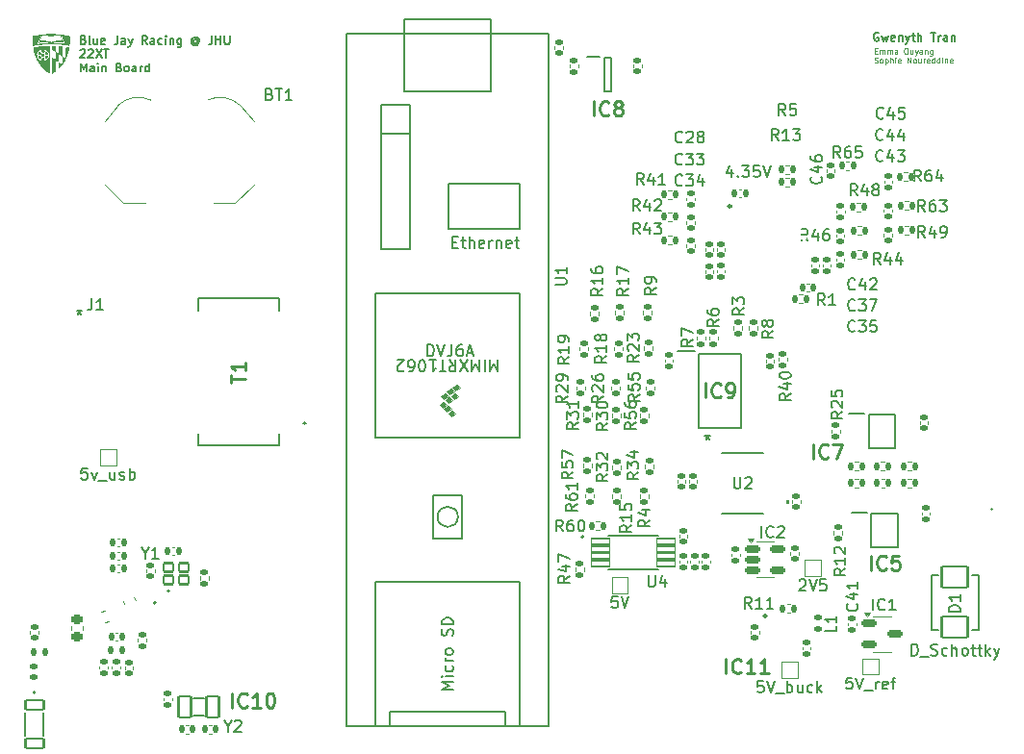
<source format=gto>
G04 #@! TF.GenerationSoftware,KiCad,Pcbnew,9.0.4*
G04 #@! TF.CreationDate,2025-11-03T14:19:56-05:00*
G04 #@! TF.ProjectId,main_board_v1,6d61696e-5f62-46f6-9172-645f76312e6b,rev?*
G04 #@! TF.SameCoordinates,Original*
G04 #@! TF.FileFunction,Legend,Top*
G04 #@! TF.FilePolarity,Positive*
%FSLAX46Y46*%
G04 Gerber Fmt 4.6, Leading zero omitted, Abs format (unit mm)*
G04 Created by KiCad (PCBNEW 9.0.4) date 2025-11-03 14:19:56*
%MOMM*%
%LPD*%
G01*
G04 APERTURE LIST*
G04 Aperture macros list*
%AMRoundRect*
0 Rectangle with rounded corners*
0 $1 Rounding radius*
0 $2 $3 $4 $5 $6 $7 $8 $9 X,Y pos of 4 corners*
0 Add a 4 corners polygon primitive as box body*
4,1,4,$2,$3,$4,$5,$6,$7,$8,$9,$2,$3,0*
0 Add four circle primitives for the rounded corners*
1,1,$1+$1,$2,$3*
1,1,$1+$1,$4,$5*
1,1,$1+$1,$6,$7*
1,1,$1+$1,$8,$9*
0 Add four rect primitives between the rounded corners*
20,1,$1+$1,$2,$3,$4,$5,0*
20,1,$1+$1,$4,$5,$6,$7,0*
20,1,$1+$1,$6,$7,$8,$9,0*
20,1,$1+$1,$8,$9,$2,$3,0*%
G04 Aperture macros list end*
%ADD10C,0.100000*%
%ADD11C,0.150000*%
%ADD12C,0.254000*%
%ADD13C,0.120000*%
%ADD14C,0.152400*%
%ADD15C,0.000000*%
%ADD16C,0.200000*%
%ADD17C,0.127000*%
%ADD18C,0.250000*%
%ADD19RoundRect,0.150000X-0.512500X-0.150000X0.512500X-0.150000X0.512500X0.150000X-0.512500X0.150000X0*%
%ADD20RoundRect,0.147500X0.147500X0.172500X-0.147500X0.172500X-0.147500X-0.172500X0.147500X-0.172500X0*%
%ADD21RoundRect,0.135000X-0.135000X-0.185000X0.135000X-0.185000X0.135000X0.185000X-0.135000X0.185000X0*%
%ADD22RoundRect,0.140000X-0.170000X0.140000X-0.170000X-0.140000X0.170000X-0.140000X0.170000X0.140000X0*%
%ADD23RoundRect,0.135000X-0.185000X0.135000X-0.185000X-0.135000X0.185000X-0.135000X0.185000X0.135000X0*%
%ADD24RoundRect,0.135000X0.185000X-0.135000X0.185000X0.135000X-0.185000X0.135000X-0.185000X-0.135000X0*%
%ADD25RoundRect,0.147500X0.172500X-0.147500X0.172500X0.147500X-0.172500X0.147500X-0.172500X-0.147500X0*%
%ADD26RoundRect,0.140000X0.170000X-0.140000X0.170000X0.140000X-0.170000X0.140000X-0.170000X-0.140000X0*%
%ADD27RoundRect,0.147500X-0.172500X0.147500X-0.172500X-0.147500X0.172500X-0.147500X0.172500X0.147500X0*%
%ADD28R,5.200000X1.250000*%
%ADD29R,1.600000X1.600000*%
%ADD30C,1.600000*%
%ADD31R,1.300000X1.300000*%
%ADD32C,1.300000*%
%ADD33R,1.473200X0.355600*%
%ADD34R,1.000000X1.000000*%
%ADD35RoundRect,0.218750X-0.117915X-0.315613X0.293200X-0.165979X0.117915X0.315613X-0.293200X0.165979X0*%
%ADD36RoundRect,0.140000X0.140000X0.170000X-0.140000X0.170000X-0.140000X-0.170000X0.140000X-0.170000X0*%
%ADD37R,1.400000X0.450000*%
%ADD38RoundRect,0.076750X-0.810250X-0.230250X0.810250X-0.230250X0.810250X0.230250X-0.810250X0.230250X0*%
%ADD39R,0.850000X0.200000*%
%ADD40R,0.200000X0.850000*%
%ADD41R,4.050000X4.050000*%
%ADD42RoundRect,0.135000X0.135000X0.185000X-0.135000X0.185000X-0.135000X-0.185000X0.135000X-0.185000X0*%
%ADD43RoundRect,0.102000X-0.800000X0.400000X-0.800000X-0.400000X0.800000X-0.400000X0.800000X0.400000X0*%
%ADD44R,1.150000X0.600000*%
%ADD45RoundRect,0.102000X0.550000X0.950000X-0.550000X0.950000X-0.550000X-0.950000X0.550000X-0.950000X0*%
%ADD46R,2.500000X5.100000*%
%ADD47C,10.200000*%
%ADD48R,0.850000X0.300000*%
%ADD49R,0.300000X0.850000*%
%ADD50RoundRect,0.102000X-0.425000X-0.375000X0.425000X-0.375000X0.425000X0.375000X-0.425000X0.375000X0*%
%ADD51RoundRect,0.140000X-0.140000X-0.170000X0.140000X-0.170000X0.140000X0.170000X-0.140000X0.170000X0*%
%ADD52RoundRect,0.225000X-0.250000X0.225000X-0.250000X-0.225000X0.250000X-0.225000X0.250000X0.225000X0*%
%ADD53RoundRect,0.102000X1.129900X-0.937000X1.129900X0.937000X-1.129900X0.937000X-1.129900X-0.937000X0*%
%ADD54C,1.638000*%
%ADD55C,4.801000*%
%ADD56R,0.700000X0.300000*%
%ADD57R,1.000000X1.700000*%
%ADD58R,1.910000X0.640000*%
%ADD59RoundRect,0.225000X0.311878X-0.125926X0.157969X0.296936X-0.311878X0.125926X-0.157969X-0.296936X0*%
%ADD60R,1.475000X0.450000*%
%ADD61RoundRect,0.147500X-0.147500X-0.172500X0.147500X-0.172500X0.147500X0.172500X-0.147500X0.172500X0*%
G04 APERTURE END LIST*
D10*
X116934836Y-23716732D02*
X117101503Y-23716732D01*
X117172931Y-23978637D02*
X116934836Y-23978637D01*
X116934836Y-23978637D02*
X116934836Y-23478637D01*
X116934836Y-23478637D02*
X117172931Y-23478637D01*
X117387217Y-23978637D02*
X117387217Y-23645304D01*
X117387217Y-23692923D02*
X117411027Y-23669113D01*
X117411027Y-23669113D02*
X117458646Y-23645304D01*
X117458646Y-23645304D02*
X117530074Y-23645304D01*
X117530074Y-23645304D02*
X117577693Y-23669113D01*
X117577693Y-23669113D02*
X117601503Y-23716732D01*
X117601503Y-23716732D02*
X117601503Y-23978637D01*
X117601503Y-23716732D02*
X117625312Y-23669113D01*
X117625312Y-23669113D02*
X117672931Y-23645304D01*
X117672931Y-23645304D02*
X117744360Y-23645304D01*
X117744360Y-23645304D02*
X117791979Y-23669113D01*
X117791979Y-23669113D02*
X117815789Y-23716732D01*
X117815789Y-23716732D02*
X117815789Y-23978637D01*
X118053884Y-23978637D02*
X118053884Y-23645304D01*
X118053884Y-23692923D02*
X118077694Y-23669113D01*
X118077694Y-23669113D02*
X118125313Y-23645304D01*
X118125313Y-23645304D02*
X118196741Y-23645304D01*
X118196741Y-23645304D02*
X118244360Y-23669113D01*
X118244360Y-23669113D02*
X118268170Y-23716732D01*
X118268170Y-23716732D02*
X118268170Y-23978637D01*
X118268170Y-23716732D02*
X118291979Y-23669113D01*
X118291979Y-23669113D02*
X118339598Y-23645304D01*
X118339598Y-23645304D02*
X118411027Y-23645304D01*
X118411027Y-23645304D02*
X118458646Y-23669113D01*
X118458646Y-23669113D02*
X118482456Y-23716732D01*
X118482456Y-23716732D02*
X118482456Y-23978637D01*
X118934837Y-23978637D02*
X118934837Y-23716732D01*
X118934837Y-23716732D02*
X118911027Y-23669113D01*
X118911027Y-23669113D02*
X118863408Y-23645304D01*
X118863408Y-23645304D02*
X118768170Y-23645304D01*
X118768170Y-23645304D02*
X118720551Y-23669113D01*
X118934837Y-23954828D02*
X118887218Y-23978637D01*
X118887218Y-23978637D02*
X118768170Y-23978637D01*
X118768170Y-23978637D02*
X118720551Y-23954828D01*
X118720551Y-23954828D02*
X118696742Y-23907208D01*
X118696742Y-23907208D02*
X118696742Y-23859589D01*
X118696742Y-23859589D02*
X118720551Y-23811970D01*
X118720551Y-23811970D02*
X118768170Y-23788161D01*
X118768170Y-23788161D02*
X118887218Y-23788161D01*
X118887218Y-23788161D02*
X118934837Y-23764351D01*
X119649122Y-23478637D02*
X119744360Y-23478637D01*
X119744360Y-23478637D02*
X119791979Y-23502447D01*
X119791979Y-23502447D02*
X119839598Y-23550066D01*
X119839598Y-23550066D02*
X119863408Y-23645304D01*
X119863408Y-23645304D02*
X119863408Y-23811970D01*
X119863408Y-23811970D02*
X119839598Y-23907208D01*
X119839598Y-23907208D02*
X119791979Y-23954828D01*
X119791979Y-23954828D02*
X119744360Y-23978637D01*
X119744360Y-23978637D02*
X119649122Y-23978637D01*
X119649122Y-23978637D02*
X119601503Y-23954828D01*
X119601503Y-23954828D02*
X119553884Y-23907208D01*
X119553884Y-23907208D02*
X119530075Y-23811970D01*
X119530075Y-23811970D02*
X119530075Y-23645304D01*
X119530075Y-23645304D02*
X119553884Y-23550066D01*
X119553884Y-23550066D02*
X119601503Y-23502447D01*
X119601503Y-23502447D02*
X119649122Y-23478637D01*
X120291980Y-23645304D02*
X120291980Y-23978637D01*
X120077694Y-23645304D02*
X120077694Y-23907208D01*
X120077694Y-23907208D02*
X120101504Y-23954828D01*
X120101504Y-23954828D02*
X120149123Y-23978637D01*
X120149123Y-23978637D02*
X120220551Y-23978637D01*
X120220551Y-23978637D02*
X120268170Y-23954828D01*
X120268170Y-23954828D02*
X120291980Y-23931018D01*
X120482456Y-23645304D02*
X120601504Y-23978637D01*
X120720551Y-23645304D02*
X120601504Y-23978637D01*
X120601504Y-23978637D02*
X120553885Y-24097685D01*
X120553885Y-24097685D02*
X120530075Y-24121494D01*
X120530075Y-24121494D02*
X120482456Y-24145304D01*
X121125313Y-23978637D02*
X121125313Y-23716732D01*
X121125313Y-23716732D02*
X121101503Y-23669113D01*
X121101503Y-23669113D02*
X121053884Y-23645304D01*
X121053884Y-23645304D02*
X120958646Y-23645304D01*
X120958646Y-23645304D02*
X120911027Y-23669113D01*
X121125313Y-23954828D02*
X121077694Y-23978637D01*
X121077694Y-23978637D02*
X120958646Y-23978637D01*
X120958646Y-23978637D02*
X120911027Y-23954828D01*
X120911027Y-23954828D02*
X120887218Y-23907208D01*
X120887218Y-23907208D02*
X120887218Y-23859589D01*
X120887218Y-23859589D02*
X120911027Y-23811970D01*
X120911027Y-23811970D02*
X120958646Y-23788161D01*
X120958646Y-23788161D02*
X121077694Y-23788161D01*
X121077694Y-23788161D02*
X121125313Y-23764351D01*
X121363408Y-23645304D02*
X121363408Y-23978637D01*
X121363408Y-23692923D02*
X121387218Y-23669113D01*
X121387218Y-23669113D02*
X121434837Y-23645304D01*
X121434837Y-23645304D02*
X121506265Y-23645304D01*
X121506265Y-23645304D02*
X121553884Y-23669113D01*
X121553884Y-23669113D02*
X121577694Y-23716732D01*
X121577694Y-23716732D02*
X121577694Y-23978637D01*
X122030075Y-23645304D02*
X122030075Y-24050066D01*
X122030075Y-24050066D02*
X122006265Y-24097685D01*
X122006265Y-24097685D02*
X121982456Y-24121494D01*
X121982456Y-24121494D02*
X121934837Y-24145304D01*
X121934837Y-24145304D02*
X121863408Y-24145304D01*
X121863408Y-24145304D02*
X121815789Y-24121494D01*
X122030075Y-23954828D02*
X121982456Y-23978637D01*
X121982456Y-23978637D02*
X121887218Y-23978637D01*
X121887218Y-23978637D02*
X121839599Y-23954828D01*
X121839599Y-23954828D02*
X121815789Y-23931018D01*
X121815789Y-23931018D02*
X121791980Y-23883399D01*
X121791980Y-23883399D02*
X121791980Y-23740542D01*
X121791980Y-23740542D02*
X121815789Y-23692923D01*
X121815789Y-23692923D02*
X121839599Y-23669113D01*
X121839599Y-23669113D02*
X121887218Y-23645304D01*
X121887218Y-23645304D02*
X121982456Y-23645304D01*
X121982456Y-23645304D02*
X122030075Y-23669113D01*
X116911027Y-24759800D02*
X116982455Y-24783609D01*
X116982455Y-24783609D02*
X117101503Y-24783609D01*
X117101503Y-24783609D02*
X117149122Y-24759800D01*
X117149122Y-24759800D02*
X117172931Y-24735990D01*
X117172931Y-24735990D02*
X117196741Y-24688371D01*
X117196741Y-24688371D02*
X117196741Y-24640752D01*
X117196741Y-24640752D02*
X117172931Y-24593133D01*
X117172931Y-24593133D02*
X117149122Y-24569323D01*
X117149122Y-24569323D02*
X117101503Y-24545514D01*
X117101503Y-24545514D02*
X117006265Y-24521704D01*
X117006265Y-24521704D02*
X116958646Y-24497895D01*
X116958646Y-24497895D02*
X116934836Y-24474085D01*
X116934836Y-24474085D02*
X116911027Y-24426466D01*
X116911027Y-24426466D02*
X116911027Y-24378847D01*
X116911027Y-24378847D02*
X116934836Y-24331228D01*
X116934836Y-24331228D02*
X116958646Y-24307419D01*
X116958646Y-24307419D02*
X117006265Y-24283609D01*
X117006265Y-24283609D02*
X117125312Y-24283609D01*
X117125312Y-24283609D02*
X117196741Y-24307419D01*
X117482455Y-24783609D02*
X117434836Y-24759800D01*
X117434836Y-24759800D02*
X117411026Y-24735990D01*
X117411026Y-24735990D02*
X117387217Y-24688371D01*
X117387217Y-24688371D02*
X117387217Y-24545514D01*
X117387217Y-24545514D02*
X117411026Y-24497895D01*
X117411026Y-24497895D02*
X117434836Y-24474085D01*
X117434836Y-24474085D02*
X117482455Y-24450276D01*
X117482455Y-24450276D02*
X117553883Y-24450276D01*
X117553883Y-24450276D02*
X117601502Y-24474085D01*
X117601502Y-24474085D02*
X117625312Y-24497895D01*
X117625312Y-24497895D02*
X117649121Y-24545514D01*
X117649121Y-24545514D02*
X117649121Y-24688371D01*
X117649121Y-24688371D02*
X117625312Y-24735990D01*
X117625312Y-24735990D02*
X117601502Y-24759800D01*
X117601502Y-24759800D02*
X117553883Y-24783609D01*
X117553883Y-24783609D02*
X117482455Y-24783609D01*
X117863407Y-24450276D02*
X117863407Y-24950276D01*
X117863407Y-24474085D02*
X117911026Y-24450276D01*
X117911026Y-24450276D02*
X118006264Y-24450276D01*
X118006264Y-24450276D02*
X118053883Y-24474085D01*
X118053883Y-24474085D02*
X118077693Y-24497895D01*
X118077693Y-24497895D02*
X118101502Y-24545514D01*
X118101502Y-24545514D02*
X118101502Y-24688371D01*
X118101502Y-24688371D02*
X118077693Y-24735990D01*
X118077693Y-24735990D02*
X118053883Y-24759800D01*
X118053883Y-24759800D02*
X118006264Y-24783609D01*
X118006264Y-24783609D02*
X117911026Y-24783609D01*
X117911026Y-24783609D02*
X117863407Y-24759800D01*
X118315788Y-24783609D02*
X118315788Y-24283609D01*
X118530074Y-24783609D02*
X118530074Y-24521704D01*
X118530074Y-24521704D02*
X118506264Y-24474085D01*
X118506264Y-24474085D02*
X118458645Y-24450276D01*
X118458645Y-24450276D02*
X118387217Y-24450276D01*
X118387217Y-24450276D02*
X118339598Y-24474085D01*
X118339598Y-24474085D02*
X118315788Y-24497895D01*
X118768169Y-24783609D02*
X118768169Y-24450276D01*
X118768169Y-24283609D02*
X118744360Y-24307419D01*
X118744360Y-24307419D02*
X118768169Y-24331228D01*
X118768169Y-24331228D02*
X118791979Y-24307419D01*
X118791979Y-24307419D02*
X118768169Y-24283609D01*
X118768169Y-24283609D02*
X118768169Y-24331228D01*
X119196740Y-24759800D02*
X119149121Y-24783609D01*
X119149121Y-24783609D02*
X119053883Y-24783609D01*
X119053883Y-24783609D02*
X119006264Y-24759800D01*
X119006264Y-24759800D02*
X118982455Y-24712180D01*
X118982455Y-24712180D02*
X118982455Y-24521704D01*
X118982455Y-24521704D02*
X119006264Y-24474085D01*
X119006264Y-24474085D02*
X119053883Y-24450276D01*
X119053883Y-24450276D02*
X119149121Y-24450276D01*
X119149121Y-24450276D02*
X119196740Y-24474085D01*
X119196740Y-24474085D02*
X119220550Y-24521704D01*
X119220550Y-24521704D02*
X119220550Y-24569323D01*
X119220550Y-24569323D02*
X118982455Y-24616942D01*
X119815787Y-24783609D02*
X119815787Y-24283609D01*
X119815787Y-24283609D02*
X120101501Y-24783609D01*
X120101501Y-24783609D02*
X120101501Y-24283609D01*
X120411026Y-24783609D02*
X120363407Y-24759800D01*
X120363407Y-24759800D02*
X120339597Y-24735990D01*
X120339597Y-24735990D02*
X120315788Y-24688371D01*
X120315788Y-24688371D02*
X120315788Y-24545514D01*
X120315788Y-24545514D02*
X120339597Y-24497895D01*
X120339597Y-24497895D02*
X120363407Y-24474085D01*
X120363407Y-24474085D02*
X120411026Y-24450276D01*
X120411026Y-24450276D02*
X120482454Y-24450276D01*
X120482454Y-24450276D02*
X120530073Y-24474085D01*
X120530073Y-24474085D02*
X120553883Y-24497895D01*
X120553883Y-24497895D02*
X120577692Y-24545514D01*
X120577692Y-24545514D02*
X120577692Y-24688371D01*
X120577692Y-24688371D02*
X120553883Y-24735990D01*
X120553883Y-24735990D02*
X120530073Y-24759800D01*
X120530073Y-24759800D02*
X120482454Y-24783609D01*
X120482454Y-24783609D02*
X120411026Y-24783609D01*
X121006264Y-24450276D02*
X121006264Y-24783609D01*
X120791978Y-24450276D02*
X120791978Y-24712180D01*
X120791978Y-24712180D02*
X120815788Y-24759800D01*
X120815788Y-24759800D02*
X120863407Y-24783609D01*
X120863407Y-24783609D02*
X120934835Y-24783609D01*
X120934835Y-24783609D02*
X120982454Y-24759800D01*
X120982454Y-24759800D02*
X121006264Y-24735990D01*
X121244359Y-24783609D02*
X121244359Y-24450276D01*
X121244359Y-24545514D02*
X121268169Y-24497895D01*
X121268169Y-24497895D02*
X121291978Y-24474085D01*
X121291978Y-24474085D02*
X121339597Y-24450276D01*
X121339597Y-24450276D02*
X121387216Y-24450276D01*
X121744359Y-24759800D02*
X121696740Y-24783609D01*
X121696740Y-24783609D02*
X121601502Y-24783609D01*
X121601502Y-24783609D02*
X121553883Y-24759800D01*
X121553883Y-24759800D02*
X121530074Y-24712180D01*
X121530074Y-24712180D02*
X121530074Y-24521704D01*
X121530074Y-24521704D02*
X121553883Y-24474085D01*
X121553883Y-24474085D02*
X121601502Y-24450276D01*
X121601502Y-24450276D02*
X121696740Y-24450276D01*
X121696740Y-24450276D02*
X121744359Y-24474085D01*
X121744359Y-24474085D02*
X121768169Y-24521704D01*
X121768169Y-24521704D02*
X121768169Y-24569323D01*
X121768169Y-24569323D02*
X121530074Y-24616942D01*
X122196740Y-24783609D02*
X122196740Y-24283609D01*
X122196740Y-24759800D02*
X122149121Y-24783609D01*
X122149121Y-24783609D02*
X122053883Y-24783609D01*
X122053883Y-24783609D02*
X122006264Y-24759800D01*
X122006264Y-24759800D02*
X121982454Y-24735990D01*
X121982454Y-24735990D02*
X121958645Y-24688371D01*
X121958645Y-24688371D02*
X121958645Y-24545514D01*
X121958645Y-24545514D02*
X121982454Y-24497895D01*
X121982454Y-24497895D02*
X122006264Y-24474085D01*
X122006264Y-24474085D02*
X122053883Y-24450276D01*
X122053883Y-24450276D02*
X122149121Y-24450276D01*
X122149121Y-24450276D02*
X122196740Y-24474085D01*
X122649121Y-24783609D02*
X122649121Y-24283609D01*
X122649121Y-24759800D02*
X122601502Y-24783609D01*
X122601502Y-24783609D02*
X122506264Y-24783609D01*
X122506264Y-24783609D02*
X122458645Y-24759800D01*
X122458645Y-24759800D02*
X122434835Y-24735990D01*
X122434835Y-24735990D02*
X122411026Y-24688371D01*
X122411026Y-24688371D02*
X122411026Y-24545514D01*
X122411026Y-24545514D02*
X122434835Y-24497895D01*
X122434835Y-24497895D02*
X122458645Y-24474085D01*
X122458645Y-24474085D02*
X122506264Y-24450276D01*
X122506264Y-24450276D02*
X122601502Y-24450276D01*
X122601502Y-24450276D02*
X122649121Y-24474085D01*
X122887216Y-24783609D02*
X122887216Y-24450276D01*
X122887216Y-24283609D02*
X122863407Y-24307419D01*
X122863407Y-24307419D02*
X122887216Y-24331228D01*
X122887216Y-24331228D02*
X122911026Y-24307419D01*
X122911026Y-24307419D02*
X122887216Y-24283609D01*
X122887216Y-24283609D02*
X122887216Y-24331228D01*
X123125311Y-24450276D02*
X123125311Y-24783609D01*
X123125311Y-24497895D02*
X123149121Y-24474085D01*
X123149121Y-24474085D02*
X123196740Y-24450276D01*
X123196740Y-24450276D02*
X123268168Y-24450276D01*
X123268168Y-24450276D02*
X123315787Y-24474085D01*
X123315787Y-24474085D02*
X123339597Y-24521704D01*
X123339597Y-24521704D02*
X123339597Y-24783609D01*
X123768168Y-24759800D02*
X123720549Y-24783609D01*
X123720549Y-24783609D02*
X123625311Y-24783609D01*
X123625311Y-24783609D02*
X123577692Y-24759800D01*
X123577692Y-24759800D02*
X123553883Y-24712180D01*
X123553883Y-24712180D02*
X123553883Y-24521704D01*
X123553883Y-24521704D02*
X123577692Y-24474085D01*
X123577692Y-24474085D02*
X123625311Y-24450276D01*
X123625311Y-24450276D02*
X123720549Y-24450276D01*
X123720549Y-24450276D02*
X123768168Y-24474085D01*
X123768168Y-24474085D02*
X123791978Y-24521704D01*
X123791978Y-24521704D02*
X123791978Y-24569323D01*
X123791978Y-24569323D02*
X123553883Y-24616942D01*
D11*
X47327255Y-22742641D02*
X47434398Y-22778355D01*
X47434398Y-22778355D02*
X47470112Y-22814069D01*
X47470112Y-22814069D02*
X47505826Y-22885498D01*
X47505826Y-22885498D02*
X47505826Y-22992641D01*
X47505826Y-22992641D02*
X47470112Y-23064069D01*
X47470112Y-23064069D02*
X47434398Y-23099784D01*
X47434398Y-23099784D02*
X47362969Y-23135498D01*
X47362969Y-23135498D02*
X47077255Y-23135498D01*
X47077255Y-23135498D02*
X47077255Y-22385498D01*
X47077255Y-22385498D02*
X47327255Y-22385498D01*
X47327255Y-22385498D02*
X47398684Y-22421212D01*
X47398684Y-22421212D02*
X47434398Y-22456926D01*
X47434398Y-22456926D02*
X47470112Y-22528355D01*
X47470112Y-22528355D02*
X47470112Y-22599784D01*
X47470112Y-22599784D02*
X47434398Y-22671212D01*
X47434398Y-22671212D02*
X47398684Y-22706926D01*
X47398684Y-22706926D02*
X47327255Y-22742641D01*
X47327255Y-22742641D02*
X47077255Y-22742641D01*
X47934398Y-23135498D02*
X47862969Y-23099784D01*
X47862969Y-23099784D02*
X47827255Y-23028355D01*
X47827255Y-23028355D02*
X47827255Y-22385498D01*
X48541541Y-22635498D02*
X48541541Y-23135498D01*
X48220112Y-22635498D02*
X48220112Y-23028355D01*
X48220112Y-23028355D02*
X48255826Y-23099784D01*
X48255826Y-23099784D02*
X48327255Y-23135498D01*
X48327255Y-23135498D02*
X48434398Y-23135498D01*
X48434398Y-23135498D02*
X48505826Y-23099784D01*
X48505826Y-23099784D02*
X48541541Y-23064069D01*
X49184397Y-23099784D02*
X49112969Y-23135498D01*
X49112969Y-23135498D02*
X48970112Y-23135498D01*
X48970112Y-23135498D02*
X48898683Y-23099784D01*
X48898683Y-23099784D02*
X48862969Y-23028355D01*
X48862969Y-23028355D02*
X48862969Y-22742641D01*
X48862969Y-22742641D02*
X48898683Y-22671212D01*
X48898683Y-22671212D02*
X48970112Y-22635498D01*
X48970112Y-22635498D02*
X49112969Y-22635498D01*
X49112969Y-22635498D02*
X49184397Y-22671212D01*
X49184397Y-22671212D02*
X49220112Y-22742641D01*
X49220112Y-22742641D02*
X49220112Y-22814069D01*
X49220112Y-22814069D02*
X48862969Y-22885498D01*
X50327255Y-22385498D02*
X50327255Y-22921212D01*
X50327255Y-22921212D02*
X50291540Y-23028355D01*
X50291540Y-23028355D02*
X50220112Y-23099784D01*
X50220112Y-23099784D02*
X50112969Y-23135498D01*
X50112969Y-23135498D02*
X50041540Y-23135498D01*
X51005827Y-23135498D02*
X51005827Y-22742641D01*
X51005827Y-22742641D02*
X50970112Y-22671212D01*
X50970112Y-22671212D02*
X50898684Y-22635498D01*
X50898684Y-22635498D02*
X50755827Y-22635498D01*
X50755827Y-22635498D02*
X50684398Y-22671212D01*
X51005827Y-23099784D02*
X50934398Y-23135498D01*
X50934398Y-23135498D02*
X50755827Y-23135498D01*
X50755827Y-23135498D02*
X50684398Y-23099784D01*
X50684398Y-23099784D02*
X50648684Y-23028355D01*
X50648684Y-23028355D02*
X50648684Y-22956926D01*
X50648684Y-22956926D02*
X50684398Y-22885498D01*
X50684398Y-22885498D02*
X50755827Y-22849784D01*
X50755827Y-22849784D02*
X50934398Y-22849784D01*
X50934398Y-22849784D02*
X51005827Y-22814069D01*
X51291540Y-22635498D02*
X51470112Y-23135498D01*
X51648683Y-22635498D02*
X51470112Y-23135498D01*
X51470112Y-23135498D02*
X51398683Y-23314069D01*
X51398683Y-23314069D02*
X51362969Y-23349784D01*
X51362969Y-23349784D02*
X51291540Y-23385498D01*
X52934398Y-23135498D02*
X52684398Y-22778355D01*
X52505827Y-23135498D02*
X52505827Y-22385498D01*
X52505827Y-22385498D02*
X52791541Y-22385498D01*
X52791541Y-22385498D02*
X52862970Y-22421212D01*
X52862970Y-22421212D02*
X52898684Y-22456926D01*
X52898684Y-22456926D02*
X52934398Y-22528355D01*
X52934398Y-22528355D02*
X52934398Y-22635498D01*
X52934398Y-22635498D02*
X52898684Y-22706926D01*
X52898684Y-22706926D02*
X52862970Y-22742641D01*
X52862970Y-22742641D02*
X52791541Y-22778355D01*
X52791541Y-22778355D02*
X52505827Y-22778355D01*
X53577256Y-23135498D02*
X53577256Y-22742641D01*
X53577256Y-22742641D02*
X53541541Y-22671212D01*
X53541541Y-22671212D02*
X53470113Y-22635498D01*
X53470113Y-22635498D02*
X53327256Y-22635498D01*
X53327256Y-22635498D02*
X53255827Y-22671212D01*
X53577256Y-23099784D02*
X53505827Y-23135498D01*
X53505827Y-23135498D02*
X53327256Y-23135498D01*
X53327256Y-23135498D02*
X53255827Y-23099784D01*
X53255827Y-23099784D02*
X53220113Y-23028355D01*
X53220113Y-23028355D02*
X53220113Y-22956926D01*
X53220113Y-22956926D02*
X53255827Y-22885498D01*
X53255827Y-22885498D02*
X53327256Y-22849784D01*
X53327256Y-22849784D02*
X53505827Y-22849784D01*
X53505827Y-22849784D02*
X53577256Y-22814069D01*
X54255827Y-23099784D02*
X54184398Y-23135498D01*
X54184398Y-23135498D02*
X54041541Y-23135498D01*
X54041541Y-23135498D02*
X53970112Y-23099784D01*
X53970112Y-23099784D02*
X53934398Y-23064069D01*
X53934398Y-23064069D02*
X53898684Y-22992641D01*
X53898684Y-22992641D02*
X53898684Y-22778355D01*
X53898684Y-22778355D02*
X53934398Y-22706926D01*
X53934398Y-22706926D02*
X53970112Y-22671212D01*
X53970112Y-22671212D02*
X54041541Y-22635498D01*
X54041541Y-22635498D02*
X54184398Y-22635498D01*
X54184398Y-22635498D02*
X54255827Y-22671212D01*
X54577255Y-23135498D02*
X54577255Y-22635498D01*
X54577255Y-22385498D02*
X54541541Y-22421212D01*
X54541541Y-22421212D02*
X54577255Y-22456926D01*
X54577255Y-22456926D02*
X54612969Y-22421212D01*
X54612969Y-22421212D02*
X54577255Y-22385498D01*
X54577255Y-22385498D02*
X54577255Y-22456926D01*
X54934398Y-22635498D02*
X54934398Y-23135498D01*
X54934398Y-22706926D02*
X54970112Y-22671212D01*
X54970112Y-22671212D02*
X55041541Y-22635498D01*
X55041541Y-22635498D02*
X55148684Y-22635498D01*
X55148684Y-22635498D02*
X55220112Y-22671212D01*
X55220112Y-22671212D02*
X55255827Y-22742641D01*
X55255827Y-22742641D02*
X55255827Y-23135498D01*
X55934398Y-22635498D02*
X55934398Y-23242641D01*
X55934398Y-23242641D02*
X55898683Y-23314069D01*
X55898683Y-23314069D02*
X55862969Y-23349784D01*
X55862969Y-23349784D02*
X55791540Y-23385498D01*
X55791540Y-23385498D02*
X55684398Y-23385498D01*
X55684398Y-23385498D02*
X55612969Y-23349784D01*
X55934398Y-23099784D02*
X55862969Y-23135498D01*
X55862969Y-23135498D02*
X55720112Y-23135498D01*
X55720112Y-23135498D02*
X55648683Y-23099784D01*
X55648683Y-23099784D02*
X55612969Y-23064069D01*
X55612969Y-23064069D02*
X55577255Y-22992641D01*
X55577255Y-22992641D02*
X55577255Y-22778355D01*
X55577255Y-22778355D02*
X55612969Y-22706926D01*
X55612969Y-22706926D02*
X55648683Y-22671212D01*
X55648683Y-22671212D02*
X55720112Y-22635498D01*
X55720112Y-22635498D02*
X55862969Y-22635498D01*
X55862969Y-22635498D02*
X55934398Y-22671212D01*
X57327255Y-22778355D02*
X57291540Y-22742641D01*
X57291540Y-22742641D02*
X57220112Y-22706926D01*
X57220112Y-22706926D02*
X57148683Y-22706926D01*
X57148683Y-22706926D02*
X57077255Y-22742641D01*
X57077255Y-22742641D02*
X57041540Y-22778355D01*
X57041540Y-22778355D02*
X57005826Y-22849784D01*
X57005826Y-22849784D02*
X57005826Y-22921212D01*
X57005826Y-22921212D02*
X57041540Y-22992641D01*
X57041540Y-22992641D02*
X57077255Y-23028355D01*
X57077255Y-23028355D02*
X57148683Y-23064069D01*
X57148683Y-23064069D02*
X57220112Y-23064069D01*
X57220112Y-23064069D02*
X57291540Y-23028355D01*
X57291540Y-23028355D02*
X57327255Y-22992641D01*
X57327255Y-22706926D02*
X57327255Y-22992641D01*
X57327255Y-22992641D02*
X57362969Y-23028355D01*
X57362969Y-23028355D02*
X57398683Y-23028355D01*
X57398683Y-23028355D02*
X57470112Y-22992641D01*
X57470112Y-22992641D02*
X57505826Y-22921212D01*
X57505826Y-22921212D02*
X57505826Y-22742641D01*
X57505826Y-22742641D02*
X57434398Y-22635498D01*
X57434398Y-22635498D02*
X57327255Y-22564069D01*
X57327255Y-22564069D02*
X57184398Y-22528355D01*
X57184398Y-22528355D02*
X57041540Y-22564069D01*
X57041540Y-22564069D02*
X56934398Y-22635498D01*
X56934398Y-22635498D02*
X56862969Y-22742641D01*
X56862969Y-22742641D02*
X56827255Y-22885498D01*
X56827255Y-22885498D02*
X56862969Y-23028355D01*
X56862969Y-23028355D02*
X56934398Y-23135498D01*
X56934398Y-23135498D02*
X57041540Y-23206926D01*
X57041540Y-23206926D02*
X57184398Y-23242641D01*
X57184398Y-23242641D02*
X57327255Y-23206926D01*
X57327255Y-23206926D02*
X57434398Y-23135498D01*
X58612970Y-22385498D02*
X58612970Y-22921212D01*
X58612970Y-22921212D02*
X58577255Y-23028355D01*
X58577255Y-23028355D02*
X58505827Y-23099784D01*
X58505827Y-23099784D02*
X58398684Y-23135498D01*
X58398684Y-23135498D02*
X58327255Y-23135498D01*
X58970113Y-23135498D02*
X58970113Y-22385498D01*
X58970113Y-22742641D02*
X59398684Y-22742641D01*
X59398684Y-23135498D02*
X59398684Y-22385498D01*
X59755827Y-22385498D02*
X59755827Y-22992641D01*
X59755827Y-22992641D02*
X59791541Y-23064069D01*
X59791541Y-23064069D02*
X59827256Y-23099784D01*
X59827256Y-23099784D02*
X59898684Y-23135498D01*
X59898684Y-23135498D02*
X60041541Y-23135498D01*
X60041541Y-23135498D02*
X60112970Y-23099784D01*
X60112970Y-23099784D02*
X60148684Y-23064069D01*
X60148684Y-23064069D02*
X60184398Y-22992641D01*
X60184398Y-22992641D02*
X60184398Y-22385498D01*
X47041541Y-23664384D02*
X47077255Y-23628670D01*
X47077255Y-23628670D02*
X47148684Y-23592956D01*
X47148684Y-23592956D02*
X47327255Y-23592956D01*
X47327255Y-23592956D02*
X47398684Y-23628670D01*
X47398684Y-23628670D02*
X47434398Y-23664384D01*
X47434398Y-23664384D02*
X47470112Y-23735813D01*
X47470112Y-23735813D02*
X47470112Y-23807242D01*
X47470112Y-23807242D02*
X47434398Y-23914384D01*
X47434398Y-23914384D02*
X47005826Y-24342956D01*
X47005826Y-24342956D02*
X47470112Y-24342956D01*
X47755827Y-23664384D02*
X47791541Y-23628670D01*
X47791541Y-23628670D02*
X47862970Y-23592956D01*
X47862970Y-23592956D02*
X48041541Y-23592956D01*
X48041541Y-23592956D02*
X48112970Y-23628670D01*
X48112970Y-23628670D02*
X48148684Y-23664384D01*
X48148684Y-23664384D02*
X48184398Y-23735813D01*
X48184398Y-23735813D02*
X48184398Y-23807242D01*
X48184398Y-23807242D02*
X48148684Y-23914384D01*
X48148684Y-23914384D02*
X47720112Y-24342956D01*
X47720112Y-24342956D02*
X48184398Y-24342956D01*
X48434398Y-23592956D02*
X48934398Y-24342956D01*
X48934398Y-23592956D02*
X48434398Y-24342956D01*
X49112970Y-23592956D02*
X49541542Y-23592956D01*
X49327256Y-24342956D02*
X49327256Y-23592956D01*
X47077255Y-25550414D02*
X47077255Y-24800414D01*
X47077255Y-24800414D02*
X47327255Y-25336128D01*
X47327255Y-25336128D02*
X47577255Y-24800414D01*
X47577255Y-24800414D02*
X47577255Y-25550414D01*
X48255827Y-25550414D02*
X48255827Y-25157557D01*
X48255827Y-25157557D02*
X48220112Y-25086128D01*
X48220112Y-25086128D02*
X48148684Y-25050414D01*
X48148684Y-25050414D02*
X48005827Y-25050414D01*
X48005827Y-25050414D02*
X47934398Y-25086128D01*
X48255827Y-25514700D02*
X48184398Y-25550414D01*
X48184398Y-25550414D02*
X48005827Y-25550414D01*
X48005827Y-25550414D02*
X47934398Y-25514700D01*
X47934398Y-25514700D02*
X47898684Y-25443271D01*
X47898684Y-25443271D02*
X47898684Y-25371842D01*
X47898684Y-25371842D02*
X47934398Y-25300414D01*
X47934398Y-25300414D02*
X48005827Y-25264700D01*
X48005827Y-25264700D02*
X48184398Y-25264700D01*
X48184398Y-25264700D02*
X48255827Y-25228985D01*
X48612969Y-25550414D02*
X48612969Y-25050414D01*
X48612969Y-24800414D02*
X48577255Y-24836128D01*
X48577255Y-24836128D02*
X48612969Y-24871842D01*
X48612969Y-24871842D02*
X48648683Y-24836128D01*
X48648683Y-24836128D02*
X48612969Y-24800414D01*
X48612969Y-24800414D02*
X48612969Y-24871842D01*
X48970112Y-25050414D02*
X48970112Y-25550414D01*
X48970112Y-25121842D02*
X49005826Y-25086128D01*
X49005826Y-25086128D02*
X49077255Y-25050414D01*
X49077255Y-25050414D02*
X49184398Y-25050414D01*
X49184398Y-25050414D02*
X49255826Y-25086128D01*
X49255826Y-25086128D02*
X49291541Y-25157557D01*
X49291541Y-25157557D02*
X49291541Y-25550414D01*
X50470112Y-25157557D02*
X50577255Y-25193271D01*
X50577255Y-25193271D02*
X50612969Y-25228985D01*
X50612969Y-25228985D02*
X50648683Y-25300414D01*
X50648683Y-25300414D02*
X50648683Y-25407557D01*
X50648683Y-25407557D02*
X50612969Y-25478985D01*
X50612969Y-25478985D02*
X50577255Y-25514700D01*
X50577255Y-25514700D02*
X50505826Y-25550414D01*
X50505826Y-25550414D02*
X50220112Y-25550414D01*
X50220112Y-25550414D02*
X50220112Y-24800414D01*
X50220112Y-24800414D02*
X50470112Y-24800414D01*
X50470112Y-24800414D02*
X50541541Y-24836128D01*
X50541541Y-24836128D02*
X50577255Y-24871842D01*
X50577255Y-24871842D02*
X50612969Y-24943271D01*
X50612969Y-24943271D02*
X50612969Y-25014700D01*
X50612969Y-25014700D02*
X50577255Y-25086128D01*
X50577255Y-25086128D02*
X50541541Y-25121842D01*
X50541541Y-25121842D02*
X50470112Y-25157557D01*
X50470112Y-25157557D02*
X50220112Y-25157557D01*
X51077255Y-25550414D02*
X51005826Y-25514700D01*
X51005826Y-25514700D02*
X50970112Y-25478985D01*
X50970112Y-25478985D02*
X50934398Y-25407557D01*
X50934398Y-25407557D02*
X50934398Y-25193271D01*
X50934398Y-25193271D02*
X50970112Y-25121842D01*
X50970112Y-25121842D02*
X51005826Y-25086128D01*
X51005826Y-25086128D02*
X51077255Y-25050414D01*
X51077255Y-25050414D02*
X51184398Y-25050414D01*
X51184398Y-25050414D02*
X51255826Y-25086128D01*
X51255826Y-25086128D02*
X51291541Y-25121842D01*
X51291541Y-25121842D02*
X51327255Y-25193271D01*
X51327255Y-25193271D02*
X51327255Y-25407557D01*
X51327255Y-25407557D02*
X51291541Y-25478985D01*
X51291541Y-25478985D02*
X51255826Y-25514700D01*
X51255826Y-25514700D02*
X51184398Y-25550414D01*
X51184398Y-25550414D02*
X51077255Y-25550414D01*
X51970112Y-25550414D02*
X51970112Y-25157557D01*
X51970112Y-25157557D02*
X51934397Y-25086128D01*
X51934397Y-25086128D02*
X51862969Y-25050414D01*
X51862969Y-25050414D02*
X51720112Y-25050414D01*
X51720112Y-25050414D02*
X51648683Y-25086128D01*
X51970112Y-25514700D02*
X51898683Y-25550414D01*
X51898683Y-25550414D02*
X51720112Y-25550414D01*
X51720112Y-25550414D02*
X51648683Y-25514700D01*
X51648683Y-25514700D02*
X51612969Y-25443271D01*
X51612969Y-25443271D02*
X51612969Y-25371842D01*
X51612969Y-25371842D02*
X51648683Y-25300414D01*
X51648683Y-25300414D02*
X51720112Y-25264700D01*
X51720112Y-25264700D02*
X51898683Y-25264700D01*
X51898683Y-25264700D02*
X51970112Y-25228985D01*
X52327254Y-25550414D02*
X52327254Y-25050414D01*
X52327254Y-25193271D02*
X52362968Y-25121842D01*
X52362968Y-25121842D02*
X52398683Y-25086128D01*
X52398683Y-25086128D02*
X52470111Y-25050414D01*
X52470111Y-25050414D02*
X52541540Y-25050414D01*
X53112969Y-25550414D02*
X53112969Y-24800414D01*
X53112969Y-25514700D02*
X53041540Y-25550414D01*
X53041540Y-25550414D02*
X52898683Y-25550414D01*
X52898683Y-25550414D02*
X52827254Y-25514700D01*
X52827254Y-25514700D02*
X52791540Y-25478985D01*
X52791540Y-25478985D02*
X52755826Y-25407557D01*
X52755826Y-25407557D02*
X52755826Y-25193271D01*
X52755826Y-25193271D02*
X52791540Y-25121842D01*
X52791540Y-25121842D02*
X52827254Y-25086128D01*
X52827254Y-25086128D02*
X52898683Y-25050414D01*
X52898683Y-25050414D02*
X53041540Y-25050414D01*
X53041540Y-25050414D02*
X53112969Y-25086128D01*
X117270112Y-22136128D02*
X117198684Y-22100414D01*
X117198684Y-22100414D02*
X117091541Y-22100414D01*
X117091541Y-22100414D02*
X116984398Y-22136128D01*
X116984398Y-22136128D02*
X116912969Y-22207557D01*
X116912969Y-22207557D02*
X116877255Y-22278985D01*
X116877255Y-22278985D02*
X116841541Y-22421842D01*
X116841541Y-22421842D02*
X116841541Y-22528985D01*
X116841541Y-22528985D02*
X116877255Y-22671842D01*
X116877255Y-22671842D02*
X116912969Y-22743271D01*
X116912969Y-22743271D02*
X116984398Y-22814700D01*
X116984398Y-22814700D02*
X117091541Y-22850414D01*
X117091541Y-22850414D02*
X117162969Y-22850414D01*
X117162969Y-22850414D02*
X117270112Y-22814700D01*
X117270112Y-22814700D02*
X117305826Y-22778985D01*
X117305826Y-22778985D02*
X117305826Y-22528985D01*
X117305826Y-22528985D02*
X117162969Y-22528985D01*
X117555826Y-22350414D02*
X117698684Y-22850414D01*
X117698684Y-22850414D02*
X117841541Y-22493271D01*
X117841541Y-22493271D02*
X117984398Y-22850414D01*
X117984398Y-22850414D02*
X118127255Y-22350414D01*
X118698683Y-22814700D02*
X118627255Y-22850414D01*
X118627255Y-22850414D02*
X118484398Y-22850414D01*
X118484398Y-22850414D02*
X118412969Y-22814700D01*
X118412969Y-22814700D02*
X118377255Y-22743271D01*
X118377255Y-22743271D02*
X118377255Y-22457557D01*
X118377255Y-22457557D02*
X118412969Y-22386128D01*
X118412969Y-22386128D02*
X118484398Y-22350414D01*
X118484398Y-22350414D02*
X118627255Y-22350414D01*
X118627255Y-22350414D02*
X118698683Y-22386128D01*
X118698683Y-22386128D02*
X118734398Y-22457557D01*
X118734398Y-22457557D02*
X118734398Y-22528985D01*
X118734398Y-22528985D02*
X118377255Y-22600414D01*
X119055826Y-22350414D02*
X119055826Y-22850414D01*
X119055826Y-22421842D02*
X119091540Y-22386128D01*
X119091540Y-22386128D02*
X119162969Y-22350414D01*
X119162969Y-22350414D02*
X119270112Y-22350414D01*
X119270112Y-22350414D02*
X119341540Y-22386128D01*
X119341540Y-22386128D02*
X119377255Y-22457557D01*
X119377255Y-22457557D02*
X119377255Y-22850414D01*
X119662968Y-22350414D02*
X119841540Y-22850414D01*
X120020111Y-22350414D02*
X119841540Y-22850414D01*
X119841540Y-22850414D02*
X119770111Y-23028985D01*
X119770111Y-23028985D02*
X119734397Y-23064700D01*
X119734397Y-23064700D02*
X119662968Y-23100414D01*
X120198683Y-22350414D02*
X120484397Y-22350414D01*
X120305826Y-22100414D02*
X120305826Y-22743271D01*
X120305826Y-22743271D02*
X120341540Y-22814700D01*
X120341540Y-22814700D02*
X120412969Y-22850414D01*
X120412969Y-22850414D02*
X120484397Y-22850414D01*
X120734397Y-22850414D02*
X120734397Y-22100414D01*
X121055826Y-22850414D02*
X121055826Y-22457557D01*
X121055826Y-22457557D02*
X121020111Y-22386128D01*
X121020111Y-22386128D02*
X120948683Y-22350414D01*
X120948683Y-22350414D02*
X120841540Y-22350414D01*
X120841540Y-22350414D02*
X120770111Y-22386128D01*
X120770111Y-22386128D02*
X120734397Y-22421842D01*
X121877254Y-22100414D02*
X122305826Y-22100414D01*
X122091540Y-22850414D02*
X122091540Y-22100414D01*
X122555826Y-22850414D02*
X122555826Y-22350414D01*
X122555826Y-22493271D02*
X122591540Y-22421842D01*
X122591540Y-22421842D02*
X122627255Y-22386128D01*
X122627255Y-22386128D02*
X122698683Y-22350414D01*
X122698683Y-22350414D02*
X122770112Y-22350414D01*
X123341541Y-22850414D02*
X123341541Y-22457557D01*
X123341541Y-22457557D02*
X123305826Y-22386128D01*
X123305826Y-22386128D02*
X123234398Y-22350414D01*
X123234398Y-22350414D02*
X123091541Y-22350414D01*
X123091541Y-22350414D02*
X123020112Y-22386128D01*
X123341541Y-22814700D02*
X123270112Y-22850414D01*
X123270112Y-22850414D02*
X123091541Y-22850414D01*
X123091541Y-22850414D02*
X123020112Y-22814700D01*
X123020112Y-22814700D02*
X122984398Y-22743271D01*
X122984398Y-22743271D02*
X122984398Y-22671842D01*
X122984398Y-22671842D02*
X123020112Y-22600414D01*
X123020112Y-22600414D02*
X123091541Y-22564700D01*
X123091541Y-22564700D02*
X123270112Y-22564700D01*
X123270112Y-22564700D02*
X123341541Y-22528985D01*
X123698683Y-22350414D02*
X123698683Y-22850414D01*
X123698683Y-22421842D02*
X123734397Y-22386128D01*
X123734397Y-22386128D02*
X123805826Y-22350414D01*
X123805826Y-22350414D02*
X123912969Y-22350414D01*
X123912969Y-22350414D02*
X123984397Y-22386128D01*
X123984397Y-22386128D02*
X124020112Y-22457557D01*
X124020112Y-22457557D02*
X124020112Y-22850414D01*
X83786761Y-50950130D02*
X83786761Y-51950130D01*
X83786761Y-51950130D02*
X83453428Y-51235845D01*
X83453428Y-51235845D02*
X83120095Y-51950130D01*
X83120095Y-51950130D02*
X83120095Y-50950130D01*
X82643904Y-50950130D02*
X82643904Y-51950130D01*
X82167714Y-50950130D02*
X82167714Y-51950130D01*
X82167714Y-51950130D02*
X81834381Y-51235845D01*
X81834381Y-51235845D02*
X81501048Y-51950130D01*
X81501048Y-51950130D02*
X81501048Y-50950130D01*
X81120095Y-51950130D02*
X80453429Y-50950130D01*
X80453429Y-51950130D02*
X81120095Y-50950130D01*
X79501048Y-50950130D02*
X79834381Y-51426321D01*
X80072476Y-50950130D02*
X80072476Y-51950130D01*
X80072476Y-51950130D02*
X79691524Y-51950130D01*
X79691524Y-51950130D02*
X79596286Y-51902511D01*
X79596286Y-51902511D02*
X79548667Y-51854892D01*
X79548667Y-51854892D02*
X79501048Y-51759654D01*
X79501048Y-51759654D02*
X79501048Y-51616797D01*
X79501048Y-51616797D02*
X79548667Y-51521559D01*
X79548667Y-51521559D02*
X79596286Y-51473940D01*
X79596286Y-51473940D02*
X79691524Y-51426321D01*
X79691524Y-51426321D02*
X80072476Y-51426321D01*
X79215333Y-51950130D02*
X78643905Y-51950130D01*
X78929619Y-50950130D02*
X78929619Y-51950130D01*
X77786762Y-50950130D02*
X78358190Y-50950130D01*
X78072476Y-50950130D02*
X78072476Y-51950130D01*
X78072476Y-51950130D02*
X78167714Y-51807273D01*
X78167714Y-51807273D02*
X78262952Y-51712035D01*
X78262952Y-51712035D02*
X78358190Y-51664416D01*
X77167714Y-51950130D02*
X77072476Y-51950130D01*
X77072476Y-51950130D02*
X76977238Y-51902511D01*
X76977238Y-51902511D02*
X76929619Y-51854892D01*
X76929619Y-51854892D02*
X76882000Y-51759654D01*
X76882000Y-51759654D02*
X76834381Y-51569178D01*
X76834381Y-51569178D02*
X76834381Y-51331083D01*
X76834381Y-51331083D02*
X76882000Y-51140607D01*
X76882000Y-51140607D02*
X76929619Y-51045369D01*
X76929619Y-51045369D02*
X76977238Y-50997750D01*
X76977238Y-50997750D02*
X77072476Y-50950130D01*
X77072476Y-50950130D02*
X77167714Y-50950130D01*
X77167714Y-50950130D02*
X77262952Y-50997750D01*
X77262952Y-50997750D02*
X77310571Y-51045369D01*
X77310571Y-51045369D02*
X77358190Y-51140607D01*
X77358190Y-51140607D02*
X77405809Y-51331083D01*
X77405809Y-51331083D02*
X77405809Y-51569178D01*
X77405809Y-51569178D02*
X77358190Y-51759654D01*
X77358190Y-51759654D02*
X77310571Y-51854892D01*
X77310571Y-51854892D02*
X77262952Y-51902511D01*
X77262952Y-51902511D02*
X77167714Y-51950130D01*
X75977238Y-51950130D02*
X76167714Y-51950130D01*
X76167714Y-51950130D02*
X76262952Y-51902511D01*
X76262952Y-51902511D02*
X76310571Y-51854892D01*
X76310571Y-51854892D02*
X76405809Y-51712035D01*
X76405809Y-51712035D02*
X76453428Y-51521559D01*
X76453428Y-51521559D02*
X76453428Y-51140607D01*
X76453428Y-51140607D02*
X76405809Y-51045369D01*
X76405809Y-51045369D02*
X76358190Y-50997750D01*
X76358190Y-50997750D02*
X76262952Y-50950130D01*
X76262952Y-50950130D02*
X76072476Y-50950130D01*
X76072476Y-50950130D02*
X75977238Y-50997750D01*
X75977238Y-50997750D02*
X75929619Y-51045369D01*
X75929619Y-51045369D02*
X75882000Y-51140607D01*
X75882000Y-51140607D02*
X75882000Y-51378702D01*
X75882000Y-51378702D02*
X75929619Y-51473940D01*
X75929619Y-51473940D02*
X75977238Y-51521559D01*
X75977238Y-51521559D02*
X76072476Y-51569178D01*
X76072476Y-51569178D02*
X76262952Y-51569178D01*
X76262952Y-51569178D02*
X76358190Y-51521559D01*
X76358190Y-51521559D02*
X76405809Y-51473940D01*
X76405809Y-51473940D02*
X76453428Y-51378702D01*
X75501047Y-51854892D02*
X75453428Y-51902511D01*
X75453428Y-51902511D02*
X75358190Y-51950130D01*
X75358190Y-51950130D02*
X75120095Y-51950130D01*
X75120095Y-51950130D02*
X75024857Y-51902511D01*
X75024857Y-51902511D02*
X74977238Y-51854892D01*
X74977238Y-51854892D02*
X74929619Y-51759654D01*
X74929619Y-51759654D02*
X74929619Y-51664416D01*
X74929619Y-51664416D02*
X74977238Y-51521559D01*
X74977238Y-51521559D02*
X75548666Y-50950130D01*
X75548666Y-50950130D02*
X74929619Y-50950130D01*
X104365350Y-34153152D02*
X104365350Y-34819819D01*
X104127255Y-33772200D02*
X103889160Y-34486485D01*
X103889160Y-34486485D02*
X104508207Y-34486485D01*
X104889160Y-34724580D02*
X104936779Y-34772200D01*
X104936779Y-34772200D02*
X104889160Y-34819819D01*
X104889160Y-34819819D02*
X104841541Y-34772200D01*
X104841541Y-34772200D02*
X104889160Y-34724580D01*
X104889160Y-34724580D02*
X104889160Y-34819819D01*
X105270112Y-33819819D02*
X105889159Y-33819819D01*
X105889159Y-33819819D02*
X105555826Y-34200771D01*
X105555826Y-34200771D02*
X105698683Y-34200771D01*
X105698683Y-34200771D02*
X105793921Y-34248390D01*
X105793921Y-34248390D02*
X105841540Y-34296009D01*
X105841540Y-34296009D02*
X105889159Y-34391247D01*
X105889159Y-34391247D02*
X105889159Y-34629342D01*
X105889159Y-34629342D02*
X105841540Y-34724580D01*
X105841540Y-34724580D02*
X105793921Y-34772200D01*
X105793921Y-34772200D02*
X105698683Y-34819819D01*
X105698683Y-34819819D02*
X105412969Y-34819819D01*
X105412969Y-34819819D02*
X105317731Y-34772200D01*
X105317731Y-34772200D02*
X105270112Y-34724580D01*
X106793921Y-33819819D02*
X106317731Y-33819819D01*
X106317731Y-33819819D02*
X106270112Y-34296009D01*
X106270112Y-34296009D02*
X106317731Y-34248390D01*
X106317731Y-34248390D02*
X106412969Y-34200771D01*
X106412969Y-34200771D02*
X106651064Y-34200771D01*
X106651064Y-34200771D02*
X106746302Y-34248390D01*
X106746302Y-34248390D02*
X106793921Y-34296009D01*
X106793921Y-34296009D02*
X106841540Y-34391247D01*
X106841540Y-34391247D02*
X106841540Y-34629342D01*
X106841540Y-34629342D02*
X106793921Y-34724580D01*
X106793921Y-34724580D02*
X106746302Y-34772200D01*
X106746302Y-34772200D02*
X106651064Y-34819819D01*
X106651064Y-34819819D02*
X106412969Y-34819819D01*
X106412969Y-34819819D02*
X106317731Y-34772200D01*
X106317731Y-34772200D02*
X106270112Y-34724580D01*
X107127255Y-33819819D02*
X107460588Y-34819819D01*
X107460588Y-34819819D02*
X107793921Y-33819819D01*
X116773810Y-72954819D02*
X116773810Y-71954819D01*
X117821428Y-72859580D02*
X117773809Y-72907200D01*
X117773809Y-72907200D02*
X117630952Y-72954819D01*
X117630952Y-72954819D02*
X117535714Y-72954819D01*
X117535714Y-72954819D02*
X117392857Y-72907200D01*
X117392857Y-72907200D02*
X117297619Y-72811961D01*
X117297619Y-72811961D02*
X117250000Y-72716723D01*
X117250000Y-72716723D02*
X117202381Y-72526247D01*
X117202381Y-72526247D02*
X117202381Y-72383390D01*
X117202381Y-72383390D02*
X117250000Y-72192914D01*
X117250000Y-72192914D02*
X117297619Y-72097676D01*
X117297619Y-72097676D02*
X117392857Y-72002438D01*
X117392857Y-72002438D02*
X117535714Y-71954819D01*
X117535714Y-71954819D02*
X117630952Y-71954819D01*
X117630952Y-71954819D02*
X117773809Y-72002438D01*
X117773809Y-72002438D02*
X117821428Y-72050057D01*
X118773809Y-72954819D02*
X118202381Y-72954819D01*
X118488095Y-72954819D02*
X118488095Y-71954819D01*
X118488095Y-71954819D02*
X118392857Y-72097676D01*
X118392857Y-72097676D02*
X118297619Y-72192914D01*
X118297619Y-72192914D02*
X118202381Y-72240533D01*
X121357142Y-37854819D02*
X121023809Y-37378628D01*
X120785714Y-37854819D02*
X120785714Y-36854819D01*
X120785714Y-36854819D02*
X121166666Y-36854819D01*
X121166666Y-36854819D02*
X121261904Y-36902438D01*
X121261904Y-36902438D02*
X121309523Y-36950057D01*
X121309523Y-36950057D02*
X121357142Y-37045295D01*
X121357142Y-37045295D02*
X121357142Y-37188152D01*
X121357142Y-37188152D02*
X121309523Y-37283390D01*
X121309523Y-37283390D02*
X121261904Y-37331009D01*
X121261904Y-37331009D02*
X121166666Y-37378628D01*
X121166666Y-37378628D02*
X120785714Y-37378628D01*
X122214285Y-36854819D02*
X122023809Y-36854819D01*
X122023809Y-36854819D02*
X121928571Y-36902438D01*
X121928571Y-36902438D02*
X121880952Y-36950057D01*
X121880952Y-36950057D02*
X121785714Y-37092914D01*
X121785714Y-37092914D02*
X121738095Y-37283390D01*
X121738095Y-37283390D02*
X121738095Y-37664342D01*
X121738095Y-37664342D02*
X121785714Y-37759580D01*
X121785714Y-37759580D02*
X121833333Y-37807200D01*
X121833333Y-37807200D02*
X121928571Y-37854819D01*
X121928571Y-37854819D02*
X122119047Y-37854819D01*
X122119047Y-37854819D02*
X122214285Y-37807200D01*
X122214285Y-37807200D02*
X122261904Y-37759580D01*
X122261904Y-37759580D02*
X122309523Y-37664342D01*
X122309523Y-37664342D02*
X122309523Y-37426247D01*
X122309523Y-37426247D02*
X122261904Y-37331009D01*
X122261904Y-37331009D02*
X122214285Y-37283390D01*
X122214285Y-37283390D02*
X122119047Y-37235771D01*
X122119047Y-37235771D02*
X121928571Y-37235771D01*
X121928571Y-37235771D02*
X121833333Y-37283390D01*
X121833333Y-37283390D02*
X121785714Y-37331009D01*
X121785714Y-37331009D02*
X121738095Y-37426247D01*
X122642857Y-36854819D02*
X123261904Y-36854819D01*
X123261904Y-36854819D02*
X122928571Y-37235771D01*
X122928571Y-37235771D02*
X123071428Y-37235771D01*
X123071428Y-37235771D02*
X123166666Y-37283390D01*
X123166666Y-37283390D02*
X123214285Y-37331009D01*
X123214285Y-37331009D02*
X123261904Y-37426247D01*
X123261904Y-37426247D02*
X123261904Y-37664342D01*
X123261904Y-37664342D02*
X123214285Y-37759580D01*
X123214285Y-37759580D02*
X123166666Y-37807200D01*
X123166666Y-37807200D02*
X123071428Y-37854819D01*
X123071428Y-37854819D02*
X122785714Y-37854819D01*
X122785714Y-37854819D02*
X122690476Y-37807200D01*
X122690476Y-37807200D02*
X122642857Y-37759580D01*
X100007142Y-31709580D02*
X99959523Y-31757200D01*
X99959523Y-31757200D02*
X99816666Y-31804819D01*
X99816666Y-31804819D02*
X99721428Y-31804819D01*
X99721428Y-31804819D02*
X99578571Y-31757200D01*
X99578571Y-31757200D02*
X99483333Y-31661961D01*
X99483333Y-31661961D02*
X99435714Y-31566723D01*
X99435714Y-31566723D02*
X99388095Y-31376247D01*
X99388095Y-31376247D02*
X99388095Y-31233390D01*
X99388095Y-31233390D02*
X99435714Y-31042914D01*
X99435714Y-31042914D02*
X99483333Y-30947676D01*
X99483333Y-30947676D02*
X99578571Y-30852438D01*
X99578571Y-30852438D02*
X99721428Y-30804819D01*
X99721428Y-30804819D02*
X99816666Y-30804819D01*
X99816666Y-30804819D02*
X99959523Y-30852438D01*
X99959523Y-30852438D02*
X100007142Y-30900057D01*
X100388095Y-30900057D02*
X100435714Y-30852438D01*
X100435714Y-30852438D02*
X100530952Y-30804819D01*
X100530952Y-30804819D02*
X100769047Y-30804819D01*
X100769047Y-30804819D02*
X100864285Y-30852438D01*
X100864285Y-30852438D02*
X100911904Y-30900057D01*
X100911904Y-30900057D02*
X100959523Y-30995295D01*
X100959523Y-30995295D02*
X100959523Y-31090533D01*
X100959523Y-31090533D02*
X100911904Y-31233390D01*
X100911904Y-31233390D02*
X100340476Y-31804819D01*
X100340476Y-31804819D02*
X100959523Y-31804819D01*
X101530952Y-31233390D02*
X101435714Y-31185771D01*
X101435714Y-31185771D02*
X101388095Y-31138152D01*
X101388095Y-31138152D02*
X101340476Y-31042914D01*
X101340476Y-31042914D02*
X101340476Y-30995295D01*
X101340476Y-30995295D02*
X101388095Y-30900057D01*
X101388095Y-30900057D02*
X101435714Y-30852438D01*
X101435714Y-30852438D02*
X101530952Y-30804819D01*
X101530952Y-30804819D02*
X101721428Y-30804819D01*
X101721428Y-30804819D02*
X101816666Y-30852438D01*
X101816666Y-30852438D02*
X101864285Y-30900057D01*
X101864285Y-30900057D02*
X101911904Y-30995295D01*
X101911904Y-30995295D02*
X101911904Y-31042914D01*
X101911904Y-31042914D02*
X101864285Y-31138152D01*
X101864285Y-31138152D02*
X101816666Y-31185771D01*
X101816666Y-31185771D02*
X101721428Y-31233390D01*
X101721428Y-31233390D02*
X101530952Y-31233390D01*
X101530952Y-31233390D02*
X101435714Y-31281009D01*
X101435714Y-31281009D02*
X101388095Y-31328628D01*
X101388095Y-31328628D02*
X101340476Y-31423866D01*
X101340476Y-31423866D02*
X101340476Y-31614342D01*
X101340476Y-31614342D02*
X101388095Y-31709580D01*
X101388095Y-31709580D02*
X101435714Y-31757200D01*
X101435714Y-31757200D02*
X101530952Y-31804819D01*
X101530952Y-31804819D02*
X101721428Y-31804819D01*
X101721428Y-31804819D02*
X101816666Y-31757200D01*
X101816666Y-31757200D02*
X101864285Y-31709580D01*
X101864285Y-31709580D02*
X101911904Y-31614342D01*
X101911904Y-31614342D02*
X101911904Y-31423866D01*
X101911904Y-31423866D02*
X101864285Y-31328628D01*
X101864285Y-31328628D02*
X101816666Y-31281009D01*
X101816666Y-31281009D02*
X101721428Y-31233390D01*
X89904819Y-54092857D02*
X89428628Y-54426190D01*
X89904819Y-54664285D02*
X88904819Y-54664285D01*
X88904819Y-54664285D02*
X88904819Y-54283333D01*
X88904819Y-54283333D02*
X88952438Y-54188095D01*
X88952438Y-54188095D02*
X89000057Y-54140476D01*
X89000057Y-54140476D02*
X89095295Y-54092857D01*
X89095295Y-54092857D02*
X89238152Y-54092857D01*
X89238152Y-54092857D02*
X89333390Y-54140476D01*
X89333390Y-54140476D02*
X89381009Y-54188095D01*
X89381009Y-54188095D02*
X89428628Y-54283333D01*
X89428628Y-54283333D02*
X89428628Y-54664285D01*
X89000057Y-53711904D02*
X88952438Y-53664285D01*
X88952438Y-53664285D02*
X88904819Y-53569047D01*
X88904819Y-53569047D02*
X88904819Y-53330952D01*
X88904819Y-53330952D02*
X88952438Y-53235714D01*
X88952438Y-53235714D02*
X89000057Y-53188095D01*
X89000057Y-53188095D02*
X89095295Y-53140476D01*
X89095295Y-53140476D02*
X89190533Y-53140476D01*
X89190533Y-53140476D02*
X89333390Y-53188095D01*
X89333390Y-53188095D02*
X89904819Y-53759523D01*
X89904819Y-53759523D02*
X89904819Y-53140476D01*
X89904819Y-52664285D02*
X89904819Y-52473809D01*
X89904819Y-52473809D02*
X89857200Y-52378571D01*
X89857200Y-52378571D02*
X89809580Y-52330952D01*
X89809580Y-52330952D02*
X89666723Y-52235714D01*
X89666723Y-52235714D02*
X89476247Y-52188095D01*
X89476247Y-52188095D02*
X89095295Y-52188095D01*
X89095295Y-52188095D02*
X89000057Y-52235714D01*
X89000057Y-52235714D02*
X88952438Y-52283333D01*
X88952438Y-52283333D02*
X88904819Y-52378571D01*
X88904819Y-52378571D02*
X88904819Y-52569047D01*
X88904819Y-52569047D02*
X88952438Y-52664285D01*
X88952438Y-52664285D02*
X89000057Y-52711904D01*
X89000057Y-52711904D02*
X89095295Y-52759523D01*
X89095295Y-52759523D02*
X89333390Y-52759523D01*
X89333390Y-52759523D02*
X89428628Y-52711904D01*
X89428628Y-52711904D02*
X89476247Y-52664285D01*
X89476247Y-52664285D02*
X89523866Y-52569047D01*
X89523866Y-52569047D02*
X89523866Y-52378571D01*
X89523866Y-52378571D02*
X89476247Y-52283333D01*
X89476247Y-52283333D02*
X89428628Y-52235714D01*
X89428628Y-52235714D02*
X89333390Y-52188095D01*
X114356819Y-69297807D02*
X113880628Y-69631140D01*
X114356819Y-69869235D02*
X113356819Y-69869235D01*
X113356819Y-69869235D02*
X113356819Y-69488283D01*
X113356819Y-69488283D02*
X113404438Y-69393045D01*
X113404438Y-69393045D02*
X113452057Y-69345426D01*
X113452057Y-69345426D02*
X113547295Y-69297807D01*
X113547295Y-69297807D02*
X113690152Y-69297807D01*
X113690152Y-69297807D02*
X113785390Y-69345426D01*
X113785390Y-69345426D02*
X113833009Y-69393045D01*
X113833009Y-69393045D02*
X113880628Y-69488283D01*
X113880628Y-69488283D02*
X113880628Y-69869235D01*
X114356819Y-68345426D02*
X114356819Y-68916854D01*
X114356819Y-68631140D02*
X113356819Y-68631140D01*
X113356819Y-68631140D02*
X113499676Y-68726378D01*
X113499676Y-68726378D02*
X113594914Y-68821616D01*
X113594914Y-68821616D02*
X113642533Y-68916854D01*
X113452057Y-67964473D02*
X113404438Y-67916854D01*
X113404438Y-67916854D02*
X113356819Y-67821616D01*
X113356819Y-67821616D02*
X113356819Y-67583521D01*
X113356819Y-67583521D02*
X113404438Y-67488283D01*
X113404438Y-67488283D02*
X113452057Y-67440664D01*
X113452057Y-67440664D02*
X113547295Y-67393045D01*
X113547295Y-67393045D02*
X113642533Y-67393045D01*
X113642533Y-67393045D02*
X113785390Y-67440664D01*
X113785390Y-67440664D02*
X114356819Y-68012092D01*
X114356819Y-68012092D02*
X114356819Y-67393045D01*
X96204819Y-50492857D02*
X95728628Y-50826190D01*
X96204819Y-51064285D02*
X95204819Y-51064285D01*
X95204819Y-51064285D02*
X95204819Y-50683333D01*
X95204819Y-50683333D02*
X95252438Y-50588095D01*
X95252438Y-50588095D02*
X95300057Y-50540476D01*
X95300057Y-50540476D02*
X95395295Y-50492857D01*
X95395295Y-50492857D02*
X95538152Y-50492857D01*
X95538152Y-50492857D02*
X95633390Y-50540476D01*
X95633390Y-50540476D02*
X95681009Y-50588095D01*
X95681009Y-50588095D02*
X95728628Y-50683333D01*
X95728628Y-50683333D02*
X95728628Y-51064285D01*
X95300057Y-50111904D02*
X95252438Y-50064285D01*
X95252438Y-50064285D02*
X95204819Y-49969047D01*
X95204819Y-49969047D02*
X95204819Y-49730952D01*
X95204819Y-49730952D02*
X95252438Y-49635714D01*
X95252438Y-49635714D02*
X95300057Y-49588095D01*
X95300057Y-49588095D02*
X95395295Y-49540476D01*
X95395295Y-49540476D02*
X95490533Y-49540476D01*
X95490533Y-49540476D02*
X95633390Y-49588095D01*
X95633390Y-49588095D02*
X96204819Y-50159523D01*
X96204819Y-50159523D02*
X96204819Y-49540476D01*
X95204819Y-49207142D02*
X95204819Y-48588095D01*
X95204819Y-48588095D02*
X95585771Y-48921428D01*
X95585771Y-48921428D02*
X95585771Y-48778571D01*
X95585771Y-48778571D02*
X95633390Y-48683333D01*
X95633390Y-48683333D02*
X95681009Y-48635714D01*
X95681009Y-48635714D02*
X95776247Y-48588095D01*
X95776247Y-48588095D02*
X96014342Y-48588095D01*
X96014342Y-48588095D02*
X96109580Y-48635714D01*
X96109580Y-48635714D02*
X96157200Y-48683333D01*
X96157200Y-48683333D02*
X96204819Y-48778571D01*
X96204819Y-48778571D02*
X96204819Y-49064285D01*
X96204819Y-49064285D02*
X96157200Y-49159523D01*
X96157200Y-49159523D02*
X96109580Y-49207142D01*
X113576819Y-74336616D02*
X113576819Y-74812806D01*
X113576819Y-74812806D02*
X112576819Y-74812806D01*
X113576819Y-73479473D02*
X113576819Y-74050901D01*
X113576819Y-73765187D02*
X112576819Y-73765187D01*
X112576819Y-73765187D02*
X112719676Y-73860425D01*
X112719676Y-73860425D02*
X112814914Y-73955663D01*
X112814914Y-73955663D02*
X112862533Y-74050901D01*
X48066666Y-45529819D02*
X48066666Y-46244104D01*
X48066666Y-46244104D02*
X48019047Y-46386961D01*
X48019047Y-46386961D02*
X47923809Y-46482200D01*
X47923809Y-46482200D02*
X47780952Y-46529819D01*
X47780952Y-46529819D02*
X47685714Y-46529819D01*
X49066666Y-46529819D02*
X48495238Y-46529819D01*
X48780952Y-46529819D02*
X48780952Y-45529819D01*
X48780952Y-45529819D02*
X48685714Y-45672676D01*
X48685714Y-45672676D02*
X48590476Y-45767914D01*
X48590476Y-45767914D02*
X48495238Y-45815533D01*
X46969636Y-46469819D02*
X46969636Y-46707914D01*
X46731541Y-46612676D02*
X46969636Y-46707914D01*
X46969636Y-46707914D02*
X47207731Y-46612676D01*
X46826779Y-46898390D02*
X46969636Y-46707914D01*
X46969636Y-46707914D02*
X47112493Y-46898390D01*
X121357142Y-40154819D02*
X121023809Y-39678628D01*
X120785714Y-40154819D02*
X120785714Y-39154819D01*
X120785714Y-39154819D02*
X121166666Y-39154819D01*
X121166666Y-39154819D02*
X121261904Y-39202438D01*
X121261904Y-39202438D02*
X121309523Y-39250057D01*
X121309523Y-39250057D02*
X121357142Y-39345295D01*
X121357142Y-39345295D02*
X121357142Y-39488152D01*
X121357142Y-39488152D02*
X121309523Y-39583390D01*
X121309523Y-39583390D02*
X121261904Y-39631009D01*
X121261904Y-39631009D02*
X121166666Y-39678628D01*
X121166666Y-39678628D02*
X120785714Y-39678628D01*
X122214285Y-39488152D02*
X122214285Y-40154819D01*
X121976190Y-39107200D02*
X121738095Y-39821485D01*
X121738095Y-39821485D02*
X122357142Y-39821485D01*
X122785714Y-40154819D02*
X122976190Y-40154819D01*
X122976190Y-40154819D02*
X123071428Y-40107200D01*
X123071428Y-40107200D02*
X123119047Y-40059580D01*
X123119047Y-40059580D02*
X123214285Y-39916723D01*
X123214285Y-39916723D02*
X123261904Y-39726247D01*
X123261904Y-39726247D02*
X123261904Y-39345295D01*
X123261904Y-39345295D02*
X123214285Y-39250057D01*
X123214285Y-39250057D02*
X123166666Y-39202438D01*
X123166666Y-39202438D02*
X123071428Y-39154819D01*
X123071428Y-39154819D02*
X122880952Y-39154819D01*
X122880952Y-39154819D02*
X122785714Y-39202438D01*
X122785714Y-39202438D02*
X122738095Y-39250057D01*
X122738095Y-39250057D02*
X122690476Y-39345295D01*
X122690476Y-39345295D02*
X122690476Y-39583390D01*
X122690476Y-39583390D02*
X122738095Y-39678628D01*
X122738095Y-39678628D02*
X122785714Y-39726247D01*
X122785714Y-39726247D02*
X122880952Y-39773866D01*
X122880952Y-39773866D02*
X123071428Y-39773866D01*
X123071428Y-39773866D02*
X123166666Y-39726247D01*
X123166666Y-39726247D02*
X123214285Y-39678628D01*
X123214285Y-39678628D02*
X123261904Y-39583390D01*
X88834819Y-44311904D02*
X89644342Y-44311904D01*
X89644342Y-44311904D02*
X89739580Y-44264285D01*
X89739580Y-44264285D02*
X89787200Y-44216666D01*
X89787200Y-44216666D02*
X89834819Y-44121428D01*
X89834819Y-44121428D02*
X89834819Y-43930952D01*
X89834819Y-43930952D02*
X89787200Y-43835714D01*
X89787200Y-43835714D02*
X89739580Y-43788095D01*
X89739580Y-43788095D02*
X89644342Y-43740476D01*
X89644342Y-43740476D02*
X88834819Y-43740476D01*
X89834819Y-42740476D02*
X89834819Y-43311904D01*
X89834819Y-43026190D02*
X88834819Y-43026190D01*
X88834819Y-43026190D02*
X88977676Y-43121428D01*
X88977676Y-43121428D02*
X89072914Y-43216666D01*
X89072914Y-43216666D02*
X89120533Y-43311904D01*
X79801456Y-40540959D02*
X80134789Y-40540959D01*
X80277646Y-41064769D02*
X79801456Y-41064769D01*
X79801456Y-41064769D02*
X79801456Y-40064769D01*
X79801456Y-40064769D02*
X80277646Y-40064769D01*
X80563361Y-40398102D02*
X80944313Y-40398102D01*
X80706218Y-40064769D02*
X80706218Y-40921911D01*
X80706218Y-40921911D02*
X80753837Y-41017150D01*
X80753837Y-41017150D02*
X80849075Y-41064769D01*
X80849075Y-41064769D02*
X80944313Y-41064769D01*
X81277647Y-41064769D02*
X81277647Y-40064769D01*
X81706218Y-41064769D02*
X81706218Y-40540959D01*
X81706218Y-40540959D02*
X81658599Y-40445721D01*
X81658599Y-40445721D02*
X81563361Y-40398102D01*
X81563361Y-40398102D02*
X81420504Y-40398102D01*
X81420504Y-40398102D02*
X81325266Y-40445721D01*
X81325266Y-40445721D02*
X81277647Y-40493340D01*
X82563361Y-41017150D02*
X82468123Y-41064769D01*
X82468123Y-41064769D02*
X82277647Y-41064769D01*
X82277647Y-41064769D02*
X82182409Y-41017150D01*
X82182409Y-41017150D02*
X82134790Y-40921911D01*
X82134790Y-40921911D02*
X82134790Y-40540959D01*
X82134790Y-40540959D02*
X82182409Y-40445721D01*
X82182409Y-40445721D02*
X82277647Y-40398102D01*
X82277647Y-40398102D02*
X82468123Y-40398102D01*
X82468123Y-40398102D02*
X82563361Y-40445721D01*
X82563361Y-40445721D02*
X82610980Y-40540959D01*
X82610980Y-40540959D02*
X82610980Y-40636197D01*
X82610980Y-40636197D02*
X82134790Y-40731435D01*
X83039552Y-41064769D02*
X83039552Y-40398102D01*
X83039552Y-40588578D02*
X83087171Y-40493340D01*
X83087171Y-40493340D02*
X83134790Y-40445721D01*
X83134790Y-40445721D02*
X83230028Y-40398102D01*
X83230028Y-40398102D02*
X83325266Y-40398102D01*
X83658600Y-40398102D02*
X83658600Y-41064769D01*
X83658600Y-40493340D02*
X83706219Y-40445721D01*
X83706219Y-40445721D02*
X83801457Y-40398102D01*
X83801457Y-40398102D02*
X83944314Y-40398102D01*
X83944314Y-40398102D02*
X84039552Y-40445721D01*
X84039552Y-40445721D02*
X84087171Y-40540959D01*
X84087171Y-40540959D02*
X84087171Y-41064769D01*
X84944314Y-41017150D02*
X84849076Y-41064769D01*
X84849076Y-41064769D02*
X84658600Y-41064769D01*
X84658600Y-41064769D02*
X84563362Y-41017150D01*
X84563362Y-41017150D02*
X84515743Y-40921911D01*
X84515743Y-40921911D02*
X84515743Y-40540959D01*
X84515743Y-40540959D02*
X84563362Y-40445721D01*
X84563362Y-40445721D02*
X84658600Y-40398102D01*
X84658600Y-40398102D02*
X84849076Y-40398102D01*
X84849076Y-40398102D02*
X84944314Y-40445721D01*
X84944314Y-40445721D02*
X84991933Y-40540959D01*
X84991933Y-40540959D02*
X84991933Y-40636197D01*
X84991933Y-40636197D02*
X84515743Y-40731435D01*
X85277648Y-40398102D02*
X85658600Y-40398102D01*
X85420505Y-40064769D02*
X85420505Y-40921911D01*
X85420505Y-40921911D02*
X85468124Y-41017150D01*
X85468124Y-41017150D02*
X85563362Y-41064769D01*
X85563362Y-41064769D02*
X85658600Y-41064769D01*
X79836819Y-79923997D02*
X78836819Y-79923997D01*
X78836819Y-79923997D02*
X79551104Y-79590664D01*
X79551104Y-79590664D02*
X78836819Y-79257331D01*
X78836819Y-79257331D02*
X79836819Y-79257331D01*
X79836819Y-78781140D02*
X79170152Y-78781140D01*
X78836819Y-78781140D02*
X78884438Y-78828759D01*
X78884438Y-78828759D02*
X78932057Y-78781140D01*
X78932057Y-78781140D02*
X78884438Y-78733521D01*
X78884438Y-78733521D02*
X78836819Y-78781140D01*
X78836819Y-78781140D02*
X78932057Y-78781140D01*
X79789200Y-77876379D02*
X79836819Y-77971617D01*
X79836819Y-77971617D02*
X79836819Y-78162093D01*
X79836819Y-78162093D02*
X79789200Y-78257331D01*
X79789200Y-78257331D02*
X79741580Y-78304950D01*
X79741580Y-78304950D02*
X79646342Y-78352569D01*
X79646342Y-78352569D02*
X79360628Y-78352569D01*
X79360628Y-78352569D02*
X79265390Y-78304950D01*
X79265390Y-78304950D02*
X79217771Y-78257331D01*
X79217771Y-78257331D02*
X79170152Y-78162093D01*
X79170152Y-78162093D02*
X79170152Y-77971617D01*
X79170152Y-77971617D02*
X79217771Y-77876379D01*
X79836819Y-77447807D02*
X79170152Y-77447807D01*
X79360628Y-77447807D02*
X79265390Y-77400188D01*
X79265390Y-77400188D02*
X79217771Y-77352569D01*
X79217771Y-77352569D02*
X79170152Y-77257331D01*
X79170152Y-77257331D02*
X79170152Y-77162093D01*
X79836819Y-76685902D02*
X79789200Y-76781140D01*
X79789200Y-76781140D02*
X79741580Y-76828759D01*
X79741580Y-76828759D02*
X79646342Y-76876378D01*
X79646342Y-76876378D02*
X79360628Y-76876378D01*
X79360628Y-76876378D02*
X79265390Y-76828759D01*
X79265390Y-76828759D02*
X79217771Y-76781140D01*
X79217771Y-76781140D02*
X79170152Y-76685902D01*
X79170152Y-76685902D02*
X79170152Y-76543045D01*
X79170152Y-76543045D02*
X79217771Y-76447807D01*
X79217771Y-76447807D02*
X79265390Y-76400188D01*
X79265390Y-76400188D02*
X79360628Y-76352569D01*
X79360628Y-76352569D02*
X79646342Y-76352569D01*
X79646342Y-76352569D02*
X79741580Y-76400188D01*
X79741580Y-76400188D02*
X79789200Y-76447807D01*
X79789200Y-76447807D02*
X79836819Y-76543045D01*
X79836819Y-76543045D02*
X79836819Y-76685902D01*
X79789200Y-75209711D02*
X79836819Y-75066854D01*
X79836819Y-75066854D02*
X79836819Y-74828759D01*
X79836819Y-74828759D02*
X79789200Y-74733521D01*
X79789200Y-74733521D02*
X79741580Y-74685902D01*
X79741580Y-74685902D02*
X79646342Y-74638283D01*
X79646342Y-74638283D02*
X79551104Y-74638283D01*
X79551104Y-74638283D02*
X79455866Y-74685902D01*
X79455866Y-74685902D02*
X79408247Y-74733521D01*
X79408247Y-74733521D02*
X79360628Y-74828759D01*
X79360628Y-74828759D02*
X79313009Y-75019235D01*
X79313009Y-75019235D02*
X79265390Y-75114473D01*
X79265390Y-75114473D02*
X79217771Y-75162092D01*
X79217771Y-75162092D02*
X79122533Y-75209711D01*
X79122533Y-75209711D02*
X79027295Y-75209711D01*
X79027295Y-75209711D02*
X78932057Y-75162092D01*
X78932057Y-75162092D02*
X78884438Y-75114473D01*
X78884438Y-75114473D02*
X78836819Y-75019235D01*
X78836819Y-75019235D02*
X78836819Y-74781140D01*
X78836819Y-74781140D02*
X78884438Y-74638283D01*
X79836819Y-74209711D02*
X78836819Y-74209711D01*
X78836819Y-74209711D02*
X78836819Y-73971616D01*
X78836819Y-73971616D02*
X78884438Y-73828759D01*
X78884438Y-73828759D02*
X78979676Y-73733521D01*
X78979676Y-73733521D02*
X79074914Y-73685902D01*
X79074914Y-73685902D02*
X79265390Y-73638283D01*
X79265390Y-73638283D02*
X79408247Y-73638283D01*
X79408247Y-73638283D02*
X79598723Y-73685902D01*
X79598723Y-73685902D02*
X79693961Y-73733521D01*
X79693961Y-73733521D02*
X79789200Y-73828759D01*
X79789200Y-73828759D02*
X79836819Y-73971616D01*
X79836819Y-73971616D02*
X79836819Y-74209711D01*
X77585809Y-50589769D02*
X77585809Y-49589769D01*
X77585809Y-49589769D02*
X77823904Y-49589769D01*
X77823904Y-49589769D02*
X77966761Y-49637388D01*
X77966761Y-49637388D02*
X78061999Y-49732626D01*
X78061999Y-49732626D02*
X78109618Y-49827864D01*
X78109618Y-49827864D02*
X78157237Y-50018340D01*
X78157237Y-50018340D02*
X78157237Y-50161197D01*
X78157237Y-50161197D02*
X78109618Y-50351673D01*
X78109618Y-50351673D02*
X78061999Y-50446911D01*
X78061999Y-50446911D02*
X77966761Y-50542150D01*
X77966761Y-50542150D02*
X77823904Y-50589769D01*
X77823904Y-50589769D02*
X77585809Y-50589769D01*
X78442952Y-49589769D02*
X78776285Y-50589769D01*
X78776285Y-50589769D02*
X79109618Y-49589769D01*
X79728666Y-49589769D02*
X79728666Y-50304054D01*
X79728666Y-50304054D02*
X79681047Y-50446911D01*
X79681047Y-50446911D02*
X79585809Y-50542150D01*
X79585809Y-50542150D02*
X79442952Y-50589769D01*
X79442952Y-50589769D02*
X79347714Y-50589769D01*
X80633428Y-49589769D02*
X80442952Y-49589769D01*
X80442952Y-49589769D02*
X80347714Y-49637388D01*
X80347714Y-49637388D02*
X80300095Y-49685007D01*
X80300095Y-49685007D02*
X80204857Y-49827864D01*
X80204857Y-49827864D02*
X80157238Y-50018340D01*
X80157238Y-50018340D02*
X80157238Y-50399292D01*
X80157238Y-50399292D02*
X80204857Y-50494530D01*
X80204857Y-50494530D02*
X80252476Y-50542150D01*
X80252476Y-50542150D02*
X80347714Y-50589769D01*
X80347714Y-50589769D02*
X80538190Y-50589769D01*
X80538190Y-50589769D02*
X80633428Y-50542150D01*
X80633428Y-50542150D02*
X80681047Y-50494530D01*
X80681047Y-50494530D02*
X80728666Y-50399292D01*
X80728666Y-50399292D02*
X80728666Y-50161197D01*
X80728666Y-50161197D02*
X80681047Y-50065959D01*
X80681047Y-50065959D02*
X80633428Y-50018340D01*
X80633428Y-50018340D02*
X80538190Y-49970721D01*
X80538190Y-49970721D02*
X80347714Y-49970721D01*
X80347714Y-49970721D02*
X80252476Y-50018340D01*
X80252476Y-50018340D02*
X80204857Y-50065959D01*
X80204857Y-50065959D02*
X80157238Y-50161197D01*
X81109619Y-50304054D02*
X81585809Y-50304054D01*
X81014381Y-50589769D02*
X81347714Y-49589769D01*
X81347714Y-49589769D02*
X81681047Y-50589769D01*
X105456819Y-46371616D02*
X104980628Y-46704949D01*
X105456819Y-46943044D02*
X104456819Y-46943044D01*
X104456819Y-46943044D02*
X104456819Y-46562092D01*
X104456819Y-46562092D02*
X104504438Y-46466854D01*
X104504438Y-46466854D02*
X104552057Y-46419235D01*
X104552057Y-46419235D02*
X104647295Y-46371616D01*
X104647295Y-46371616D02*
X104790152Y-46371616D01*
X104790152Y-46371616D02*
X104885390Y-46419235D01*
X104885390Y-46419235D02*
X104933009Y-46466854D01*
X104933009Y-46466854D02*
X104980628Y-46562092D01*
X104980628Y-46562092D02*
X104980628Y-46943044D01*
X104456819Y-46038282D02*
X104456819Y-45419235D01*
X104456819Y-45419235D02*
X104837771Y-45752568D01*
X104837771Y-45752568D02*
X104837771Y-45609711D01*
X104837771Y-45609711D02*
X104885390Y-45514473D01*
X104885390Y-45514473D02*
X104933009Y-45466854D01*
X104933009Y-45466854D02*
X105028247Y-45419235D01*
X105028247Y-45419235D02*
X105266342Y-45419235D01*
X105266342Y-45419235D02*
X105361580Y-45466854D01*
X105361580Y-45466854D02*
X105409200Y-45514473D01*
X105409200Y-45514473D02*
X105456819Y-45609711D01*
X105456819Y-45609711D02*
X105456819Y-45895425D01*
X105456819Y-45895425D02*
X105409200Y-45990663D01*
X105409200Y-45990663D02*
X105361580Y-46038282D01*
X104551195Y-61259769D02*
X104551195Y-62069292D01*
X104551195Y-62069292D02*
X104598814Y-62164530D01*
X104598814Y-62164530D02*
X104646433Y-62212150D01*
X104646433Y-62212150D02*
X104741671Y-62259769D01*
X104741671Y-62259769D02*
X104932147Y-62259769D01*
X104932147Y-62259769D02*
X105027385Y-62212150D01*
X105027385Y-62212150D02*
X105075004Y-62164530D01*
X105075004Y-62164530D02*
X105122623Y-62069292D01*
X105122623Y-62069292D02*
X105122623Y-61259769D01*
X105551195Y-61355007D02*
X105598814Y-61307388D01*
X105598814Y-61307388D02*
X105694052Y-61259769D01*
X105694052Y-61259769D02*
X105932147Y-61259769D01*
X105932147Y-61259769D02*
X106027385Y-61307388D01*
X106027385Y-61307388D02*
X106075004Y-61355007D01*
X106075004Y-61355007D02*
X106122623Y-61450245D01*
X106122623Y-61450245D02*
X106122623Y-61545483D01*
X106122623Y-61545483D02*
X106075004Y-61688340D01*
X106075004Y-61688340D02*
X105503576Y-62259769D01*
X105503576Y-62259769D02*
X106122623Y-62259769D01*
X102239700Y-57486168D02*
X102239700Y-57724263D01*
X102001605Y-57629025D02*
X102239700Y-57724263D01*
X102239700Y-57724263D02*
X102477795Y-57629025D01*
X102096843Y-57914739D02*
X102239700Y-57724263D01*
X102239700Y-57724263D02*
X102382557Y-57914739D01*
X106973810Y-66554819D02*
X106973810Y-65554819D01*
X108021428Y-66459580D02*
X107973809Y-66507200D01*
X107973809Y-66507200D02*
X107830952Y-66554819D01*
X107830952Y-66554819D02*
X107735714Y-66554819D01*
X107735714Y-66554819D02*
X107592857Y-66507200D01*
X107592857Y-66507200D02*
X107497619Y-66411961D01*
X107497619Y-66411961D02*
X107450000Y-66316723D01*
X107450000Y-66316723D02*
X107402381Y-66126247D01*
X107402381Y-66126247D02*
X107402381Y-65983390D01*
X107402381Y-65983390D02*
X107450000Y-65792914D01*
X107450000Y-65792914D02*
X107497619Y-65697676D01*
X107497619Y-65697676D02*
X107592857Y-65602438D01*
X107592857Y-65602438D02*
X107735714Y-65554819D01*
X107735714Y-65554819D02*
X107830952Y-65554819D01*
X107830952Y-65554819D02*
X107973809Y-65602438D01*
X107973809Y-65602438D02*
X108021428Y-65650057D01*
X108402381Y-65650057D02*
X108450000Y-65602438D01*
X108450000Y-65602438D02*
X108545238Y-65554819D01*
X108545238Y-65554819D02*
X108783333Y-65554819D01*
X108783333Y-65554819D02*
X108878571Y-65602438D01*
X108878571Y-65602438D02*
X108926190Y-65650057D01*
X108926190Y-65650057D02*
X108973809Y-65745295D01*
X108973809Y-65745295D02*
X108973809Y-65840533D01*
X108973809Y-65840533D02*
X108926190Y-65983390D01*
X108926190Y-65983390D02*
X108354762Y-66554819D01*
X108354762Y-66554819D02*
X108973809Y-66554819D01*
X107140475Y-79209769D02*
X106664285Y-79209769D01*
X106664285Y-79209769D02*
X106616666Y-79685959D01*
X106616666Y-79685959D02*
X106664285Y-79638340D01*
X106664285Y-79638340D02*
X106759523Y-79590721D01*
X106759523Y-79590721D02*
X106997618Y-79590721D01*
X106997618Y-79590721D02*
X107092856Y-79638340D01*
X107092856Y-79638340D02*
X107140475Y-79685959D01*
X107140475Y-79685959D02*
X107188094Y-79781197D01*
X107188094Y-79781197D02*
X107188094Y-80019292D01*
X107188094Y-80019292D02*
X107140475Y-80114530D01*
X107140475Y-80114530D02*
X107092856Y-80162150D01*
X107092856Y-80162150D02*
X106997618Y-80209769D01*
X106997618Y-80209769D02*
X106759523Y-80209769D01*
X106759523Y-80209769D02*
X106664285Y-80162150D01*
X106664285Y-80162150D02*
X106616666Y-80114530D01*
X107473809Y-79209769D02*
X107807142Y-80209769D01*
X107807142Y-80209769D02*
X108140475Y-79209769D01*
X108235714Y-80305007D02*
X108997618Y-80305007D01*
X109235714Y-80209769D02*
X109235714Y-79209769D01*
X109235714Y-79590721D02*
X109330952Y-79543102D01*
X109330952Y-79543102D02*
X109521428Y-79543102D01*
X109521428Y-79543102D02*
X109616666Y-79590721D01*
X109616666Y-79590721D02*
X109664285Y-79638340D01*
X109664285Y-79638340D02*
X109711904Y-79733578D01*
X109711904Y-79733578D02*
X109711904Y-80019292D01*
X109711904Y-80019292D02*
X109664285Y-80114530D01*
X109664285Y-80114530D02*
X109616666Y-80162150D01*
X109616666Y-80162150D02*
X109521428Y-80209769D01*
X109521428Y-80209769D02*
X109330952Y-80209769D01*
X109330952Y-80209769D02*
X109235714Y-80162150D01*
X110569047Y-79543102D02*
X110569047Y-80209769D01*
X110140476Y-79543102D02*
X110140476Y-80066911D01*
X110140476Y-80066911D02*
X110188095Y-80162150D01*
X110188095Y-80162150D02*
X110283333Y-80209769D01*
X110283333Y-80209769D02*
X110426190Y-80209769D01*
X110426190Y-80209769D02*
X110521428Y-80162150D01*
X110521428Y-80162150D02*
X110569047Y-80114530D01*
X111473809Y-80162150D02*
X111378571Y-80209769D01*
X111378571Y-80209769D02*
X111188095Y-80209769D01*
X111188095Y-80209769D02*
X111092857Y-80162150D01*
X111092857Y-80162150D02*
X111045238Y-80114530D01*
X111045238Y-80114530D02*
X110997619Y-80019292D01*
X110997619Y-80019292D02*
X110997619Y-79733578D01*
X110997619Y-79733578D02*
X111045238Y-79638340D01*
X111045238Y-79638340D02*
X111092857Y-79590721D01*
X111092857Y-79590721D02*
X111188095Y-79543102D01*
X111188095Y-79543102D02*
X111378571Y-79543102D01*
X111378571Y-79543102D02*
X111473809Y-79590721D01*
X111902381Y-80209769D02*
X111902381Y-79209769D01*
X111997619Y-79828816D02*
X112283333Y-80209769D01*
X112283333Y-79543102D02*
X111902381Y-79924054D01*
X117707142Y-29609580D02*
X117659523Y-29657200D01*
X117659523Y-29657200D02*
X117516666Y-29704819D01*
X117516666Y-29704819D02*
X117421428Y-29704819D01*
X117421428Y-29704819D02*
X117278571Y-29657200D01*
X117278571Y-29657200D02*
X117183333Y-29561961D01*
X117183333Y-29561961D02*
X117135714Y-29466723D01*
X117135714Y-29466723D02*
X117088095Y-29276247D01*
X117088095Y-29276247D02*
X117088095Y-29133390D01*
X117088095Y-29133390D02*
X117135714Y-28942914D01*
X117135714Y-28942914D02*
X117183333Y-28847676D01*
X117183333Y-28847676D02*
X117278571Y-28752438D01*
X117278571Y-28752438D02*
X117421428Y-28704819D01*
X117421428Y-28704819D02*
X117516666Y-28704819D01*
X117516666Y-28704819D02*
X117659523Y-28752438D01*
X117659523Y-28752438D02*
X117707142Y-28800057D01*
X118564285Y-29038152D02*
X118564285Y-29704819D01*
X118326190Y-28657200D02*
X118088095Y-29371485D01*
X118088095Y-29371485D02*
X118707142Y-29371485D01*
X119564285Y-28704819D02*
X119088095Y-28704819D01*
X119088095Y-28704819D02*
X119040476Y-29181009D01*
X119040476Y-29181009D02*
X119088095Y-29133390D01*
X119088095Y-29133390D02*
X119183333Y-29085771D01*
X119183333Y-29085771D02*
X119421428Y-29085771D01*
X119421428Y-29085771D02*
X119516666Y-29133390D01*
X119516666Y-29133390D02*
X119564285Y-29181009D01*
X119564285Y-29181009D02*
X119611904Y-29276247D01*
X119611904Y-29276247D02*
X119611904Y-29514342D01*
X119611904Y-29514342D02*
X119564285Y-29609580D01*
X119564285Y-29609580D02*
X119516666Y-29657200D01*
X119516666Y-29657200D02*
X119421428Y-29704819D01*
X119421428Y-29704819D02*
X119183333Y-29704819D01*
X119183333Y-29704819D02*
X119088095Y-29657200D01*
X119088095Y-29657200D02*
X119040476Y-29609580D01*
X95954819Y-56452857D02*
X95478628Y-56786190D01*
X95954819Y-57024285D02*
X94954819Y-57024285D01*
X94954819Y-57024285D02*
X94954819Y-56643333D01*
X94954819Y-56643333D02*
X95002438Y-56548095D01*
X95002438Y-56548095D02*
X95050057Y-56500476D01*
X95050057Y-56500476D02*
X95145295Y-56452857D01*
X95145295Y-56452857D02*
X95288152Y-56452857D01*
X95288152Y-56452857D02*
X95383390Y-56500476D01*
X95383390Y-56500476D02*
X95431009Y-56548095D01*
X95431009Y-56548095D02*
X95478628Y-56643333D01*
X95478628Y-56643333D02*
X95478628Y-57024285D01*
X94954819Y-55548095D02*
X94954819Y-56024285D01*
X94954819Y-56024285D02*
X95431009Y-56071904D01*
X95431009Y-56071904D02*
X95383390Y-56024285D01*
X95383390Y-56024285D02*
X95335771Y-55929047D01*
X95335771Y-55929047D02*
X95335771Y-55690952D01*
X95335771Y-55690952D02*
X95383390Y-55595714D01*
X95383390Y-55595714D02*
X95431009Y-55548095D01*
X95431009Y-55548095D02*
X95526247Y-55500476D01*
X95526247Y-55500476D02*
X95764342Y-55500476D01*
X95764342Y-55500476D02*
X95859580Y-55548095D01*
X95859580Y-55548095D02*
X95907200Y-55595714D01*
X95907200Y-55595714D02*
X95954819Y-55690952D01*
X95954819Y-55690952D02*
X95954819Y-55929047D01*
X95954819Y-55929047D02*
X95907200Y-56024285D01*
X95907200Y-56024285D02*
X95859580Y-56071904D01*
X94954819Y-54643333D02*
X94954819Y-54833809D01*
X94954819Y-54833809D02*
X95002438Y-54929047D01*
X95002438Y-54929047D02*
X95050057Y-54976666D01*
X95050057Y-54976666D02*
X95192914Y-55071904D01*
X95192914Y-55071904D02*
X95383390Y-55119523D01*
X95383390Y-55119523D02*
X95764342Y-55119523D01*
X95764342Y-55119523D02*
X95859580Y-55071904D01*
X95859580Y-55071904D02*
X95907200Y-55024285D01*
X95907200Y-55024285D02*
X95954819Y-54929047D01*
X95954819Y-54929047D02*
X95954819Y-54738571D01*
X95954819Y-54738571D02*
X95907200Y-54643333D01*
X95907200Y-54643333D02*
X95859580Y-54595714D01*
X95859580Y-54595714D02*
X95764342Y-54548095D01*
X95764342Y-54548095D02*
X95526247Y-54548095D01*
X95526247Y-54548095D02*
X95431009Y-54595714D01*
X95431009Y-54595714D02*
X95383390Y-54643333D01*
X95383390Y-54643333D02*
X95335771Y-54738571D01*
X95335771Y-54738571D02*
X95335771Y-54929047D01*
X95335771Y-54929047D02*
X95383390Y-55024285D01*
X95383390Y-55024285D02*
X95431009Y-55071904D01*
X95431009Y-55071904D02*
X95526247Y-55119523D01*
D12*
X111510237Y-59604268D02*
X111510237Y-58334268D01*
X112840714Y-59483315D02*
X112780238Y-59543792D01*
X112780238Y-59543792D02*
X112598809Y-59604268D01*
X112598809Y-59604268D02*
X112477857Y-59604268D01*
X112477857Y-59604268D02*
X112296428Y-59543792D01*
X112296428Y-59543792D02*
X112175476Y-59422839D01*
X112175476Y-59422839D02*
X112114999Y-59301887D01*
X112114999Y-59301887D02*
X112054523Y-59059982D01*
X112054523Y-59059982D02*
X112054523Y-58878553D01*
X112054523Y-58878553D02*
X112114999Y-58636649D01*
X112114999Y-58636649D02*
X112175476Y-58515696D01*
X112175476Y-58515696D02*
X112296428Y-58394744D01*
X112296428Y-58394744D02*
X112477857Y-58334268D01*
X112477857Y-58334268D02*
X112598809Y-58334268D01*
X112598809Y-58334268D02*
X112780238Y-58394744D01*
X112780238Y-58394744D02*
X112840714Y-58455220D01*
X113264047Y-58334268D02*
X114110714Y-58334268D01*
X114110714Y-58334268D02*
X113566428Y-59604268D01*
D11*
X97038095Y-69904819D02*
X97038095Y-70714342D01*
X97038095Y-70714342D02*
X97085714Y-70809580D01*
X97085714Y-70809580D02*
X97133333Y-70857200D01*
X97133333Y-70857200D02*
X97228571Y-70904819D01*
X97228571Y-70904819D02*
X97419047Y-70904819D01*
X97419047Y-70904819D02*
X97514285Y-70857200D01*
X97514285Y-70857200D02*
X97561904Y-70809580D01*
X97561904Y-70809580D02*
X97609523Y-70714342D01*
X97609523Y-70714342D02*
X97609523Y-69904819D01*
X98514285Y-70238152D02*
X98514285Y-70904819D01*
X98276190Y-69857200D02*
X98038095Y-70571485D01*
X98038095Y-70571485D02*
X98657142Y-70571485D01*
X95254819Y-44642857D02*
X94778628Y-44976190D01*
X95254819Y-45214285D02*
X94254819Y-45214285D01*
X94254819Y-45214285D02*
X94254819Y-44833333D01*
X94254819Y-44833333D02*
X94302438Y-44738095D01*
X94302438Y-44738095D02*
X94350057Y-44690476D01*
X94350057Y-44690476D02*
X94445295Y-44642857D01*
X94445295Y-44642857D02*
X94588152Y-44642857D01*
X94588152Y-44642857D02*
X94683390Y-44690476D01*
X94683390Y-44690476D02*
X94731009Y-44738095D01*
X94731009Y-44738095D02*
X94778628Y-44833333D01*
X94778628Y-44833333D02*
X94778628Y-45214285D01*
X95254819Y-43690476D02*
X95254819Y-44261904D01*
X95254819Y-43976190D02*
X94254819Y-43976190D01*
X94254819Y-43976190D02*
X94397676Y-44071428D01*
X94397676Y-44071428D02*
X94492914Y-44166666D01*
X94492914Y-44166666D02*
X94540533Y-44261904D01*
X94254819Y-43357142D02*
X94254819Y-42690476D01*
X94254819Y-42690476D02*
X95254819Y-43119047D01*
D12*
X60385475Y-81524318D02*
X60385475Y-80254318D01*
X61715952Y-81403365D02*
X61655476Y-81463842D01*
X61655476Y-81463842D02*
X61474047Y-81524318D01*
X61474047Y-81524318D02*
X61353095Y-81524318D01*
X61353095Y-81524318D02*
X61171666Y-81463842D01*
X61171666Y-81463842D02*
X61050714Y-81342889D01*
X61050714Y-81342889D02*
X60990237Y-81221937D01*
X60990237Y-81221937D02*
X60929761Y-80980032D01*
X60929761Y-80980032D02*
X60929761Y-80798603D01*
X60929761Y-80798603D02*
X60990237Y-80556699D01*
X60990237Y-80556699D02*
X61050714Y-80435746D01*
X61050714Y-80435746D02*
X61171666Y-80314794D01*
X61171666Y-80314794D02*
X61353095Y-80254318D01*
X61353095Y-80254318D02*
X61474047Y-80254318D01*
X61474047Y-80254318D02*
X61655476Y-80314794D01*
X61655476Y-80314794D02*
X61715952Y-80375270D01*
X62925476Y-81524318D02*
X62199761Y-81524318D01*
X62562618Y-81524318D02*
X62562618Y-80254318D01*
X62562618Y-80254318D02*
X62441666Y-80435746D01*
X62441666Y-80435746D02*
X62320714Y-80556699D01*
X62320714Y-80556699D02*
X62199761Y-80617175D01*
X63711666Y-80254318D02*
X63832619Y-80254318D01*
X63832619Y-80254318D02*
X63953571Y-80314794D01*
X63953571Y-80314794D02*
X64014047Y-80375270D01*
X64014047Y-80375270D02*
X64074523Y-80496222D01*
X64074523Y-80496222D02*
X64135000Y-80738127D01*
X64135000Y-80738127D02*
X64135000Y-81040508D01*
X64135000Y-81040508D02*
X64074523Y-81282413D01*
X64074523Y-81282413D02*
X64014047Y-81403365D01*
X64014047Y-81403365D02*
X63953571Y-81463842D01*
X63953571Y-81463842D02*
X63832619Y-81524318D01*
X63832619Y-81524318D02*
X63711666Y-81524318D01*
X63711666Y-81524318D02*
X63590714Y-81463842D01*
X63590714Y-81463842D02*
X63530238Y-81403365D01*
X63530238Y-81403365D02*
X63469761Y-81282413D01*
X63469761Y-81282413D02*
X63409285Y-81040508D01*
X63409285Y-81040508D02*
X63409285Y-80738127D01*
X63409285Y-80738127D02*
X63469761Y-80496222D01*
X63469761Y-80496222D02*
X63530238Y-80375270D01*
X63530238Y-80375270D02*
X63590714Y-80314794D01*
X63590714Y-80314794D02*
X63711666Y-80254318D01*
D11*
X97154819Y-65016666D02*
X96678628Y-65349999D01*
X97154819Y-65588094D02*
X96154819Y-65588094D01*
X96154819Y-65588094D02*
X96154819Y-65207142D01*
X96154819Y-65207142D02*
X96202438Y-65111904D01*
X96202438Y-65111904D02*
X96250057Y-65064285D01*
X96250057Y-65064285D02*
X96345295Y-65016666D01*
X96345295Y-65016666D02*
X96488152Y-65016666D01*
X96488152Y-65016666D02*
X96583390Y-65064285D01*
X96583390Y-65064285D02*
X96631009Y-65111904D01*
X96631009Y-65111904D02*
X96678628Y-65207142D01*
X96678628Y-65207142D02*
X96678628Y-65588094D01*
X96488152Y-64159523D02*
X97154819Y-64159523D01*
X96107200Y-64397618D02*
X96821485Y-64635713D01*
X96821485Y-64635713D02*
X96821485Y-64016666D01*
X96254819Y-53992857D02*
X95778628Y-54326190D01*
X96254819Y-54564285D02*
X95254819Y-54564285D01*
X95254819Y-54564285D02*
X95254819Y-54183333D01*
X95254819Y-54183333D02*
X95302438Y-54088095D01*
X95302438Y-54088095D02*
X95350057Y-54040476D01*
X95350057Y-54040476D02*
X95445295Y-53992857D01*
X95445295Y-53992857D02*
X95588152Y-53992857D01*
X95588152Y-53992857D02*
X95683390Y-54040476D01*
X95683390Y-54040476D02*
X95731009Y-54088095D01*
X95731009Y-54088095D02*
X95778628Y-54183333D01*
X95778628Y-54183333D02*
X95778628Y-54564285D01*
X95254819Y-53088095D02*
X95254819Y-53564285D01*
X95254819Y-53564285D02*
X95731009Y-53611904D01*
X95731009Y-53611904D02*
X95683390Y-53564285D01*
X95683390Y-53564285D02*
X95635771Y-53469047D01*
X95635771Y-53469047D02*
X95635771Y-53230952D01*
X95635771Y-53230952D02*
X95683390Y-53135714D01*
X95683390Y-53135714D02*
X95731009Y-53088095D01*
X95731009Y-53088095D02*
X95826247Y-53040476D01*
X95826247Y-53040476D02*
X96064342Y-53040476D01*
X96064342Y-53040476D02*
X96159580Y-53088095D01*
X96159580Y-53088095D02*
X96207200Y-53135714D01*
X96207200Y-53135714D02*
X96254819Y-53230952D01*
X96254819Y-53230952D02*
X96254819Y-53469047D01*
X96254819Y-53469047D02*
X96207200Y-53564285D01*
X96207200Y-53564285D02*
X96159580Y-53611904D01*
X95254819Y-52135714D02*
X95254819Y-52611904D01*
X95254819Y-52611904D02*
X95731009Y-52659523D01*
X95731009Y-52659523D02*
X95683390Y-52611904D01*
X95683390Y-52611904D02*
X95635771Y-52516666D01*
X95635771Y-52516666D02*
X95635771Y-52278571D01*
X95635771Y-52278571D02*
X95683390Y-52183333D01*
X95683390Y-52183333D02*
X95731009Y-52135714D01*
X95731009Y-52135714D02*
X95826247Y-52088095D01*
X95826247Y-52088095D02*
X96064342Y-52088095D01*
X96064342Y-52088095D02*
X96159580Y-52135714D01*
X96159580Y-52135714D02*
X96207200Y-52183333D01*
X96207200Y-52183333D02*
X96254819Y-52278571D01*
X96254819Y-52278571D02*
X96254819Y-52516666D01*
X96254819Y-52516666D02*
X96207200Y-52611904D01*
X96207200Y-52611904D02*
X96159580Y-52659523D01*
X93454819Y-56512857D02*
X92978628Y-56846190D01*
X93454819Y-57084285D02*
X92454819Y-57084285D01*
X92454819Y-57084285D02*
X92454819Y-56703333D01*
X92454819Y-56703333D02*
X92502438Y-56608095D01*
X92502438Y-56608095D02*
X92550057Y-56560476D01*
X92550057Y-56560476D02*
X92645295Y-56512857D01*
X92645295Y-56512857D02*
X92788152Y-56512857D01*
X92788152Y-56512857D02*
X92883390Y-56560476D01*
X92883390Y-56560476D02*
X92931009Y-56608095D01*
X92931009Y-56608095D02*
X92978628Y-56703333D01*
X92978628Y-56703333D02*
X92978628Y-57084285D01*
X92454819Y-56179523D02*
X92454819Y-55560476D01*
X92454819Y-55560476D02*
X92835771Y-55893809D01*
X92835771Y-55893809D02*
X92835771Y-55750952D01*
X92835771Y-55750952D02*
X92883390Y-55655714D01*
X92883390Y-55655714D02*
X92931009Y-55608095D01*
X92931009Y-55608095D02*
X93026247Y-55560476D01*
X93026247Y-55560476D02*
X93264342Y-55560476D01*
X93264342Y-55560476D02*
X93359580Y-55608095D01*
X93359580Y-55608095D02*
X93407200Y-55655714D01*
X93407200Y-55655714D02*
X93454819Y-55750952D01*
X93454819Y-55750952D02*
X93454819Y-56036666D01*
X93454819Y-56036666D02*
X93407200Y-56131904D01*
X93407200Y-56131904D02*
X93359580Y-56179523D01*
X92454819Y-54941428D02*
X92454819Y-54846190D01*
X92454819Y-54846190D02*
X92502438Y-54750952D01*
X92502438Y-54750952D02*
X92550057Y-54703333D01*
X92550057Y-54703333D02*
X92645295Y-54655714D01*
X92645295Y-54655714D02*
X92835771Y-54608095D01*
X92835771Y-54608095D02*
X93073866Y-54608095D01*
X93073866Y-54608095D02*
X93264342Y-54655714D01*
X93264342Y-54655714D02*
X93359580Y-54703333D01*
X93359580Y-54703333D02*
X93407200Y-54750952D01*
X93407200Y-54750952D02*
X93454819Y-54846190D01*
X93454819Y-54846190D02*
X93454819Y-54941428D01*
X93454819Y-54941428D02*
X93407200Y-55036666D01*
X93407200Y-55036666D02*
X93359580Y-55084285D01*
X93359580Y-55084285D02*
X93264342Y-55131904D01*
X93264342Y-55131904D02*
X93073866Y-55179523D01*
X93073866Y-55179523D02*
X92835771Y-55179523D01*
X92835771Y-55179523D02*
X92645295Y-55131904D01*
X92645295Y-55131904D02*
X92550057Y-55084285D01*
X92550057Y-55084285D02*
X92502438Y-55036666D01*
X92502438Y-55036666D02*
X92454819Y-54941428D01*
X100956819Y-49121616D02*
X100480628Y-49454949D01*
X100956819Y-49693044D02*
X99956819Y-49693044D01*
X99956819Y-49693044D02*
X99956819Y-49312092D01*
X99956819Y-49312092D02*
X100004438Y-49216854D01*
X100004438Y-49216854D02*
X100052057Y-49169235D01*
X100052057Y-49169235D02*
X100147295Y-49121616D01*
X100147295Y-49121616D02*
X100290152Y-49121616D01*
X100290152Y-49121616D02*
X100385390Y-49169235D01*
X100385390Y-49169235D02*
X100433009Y-49216854D01*
X100433009Y-49216854D02*
X100480628Y-49312092D01*
X100480628Y-49312092D02*
X100480628Y-49693044D01*
X99956819Y-48788282D02*
X99956819Y-48121616D01*
X99956819Y-48121616D02*
X100956819Y-48550187D01*
X96607142Y-35504819D02*
X96273809Y-35028628D01*
X96035714Y-35504819D02*
X96035714Y-34504819D01*
X96035714Y-34504819D02*
X96416666Y-34504819D01*
X96416666Y-34504819D02*
X96511904Y-34552438D01*
X96511904Y-34552438D02*
X96559523Y-34600057D01*
X96559523Y-34600057D02*
X96607142Y-34695295D01*
X96607142Y-34695295D02*
X96607142Y-34838152D01*
X96607142Y-34838152D02*
X96559523Y-34933390D01*
X96559523Y-34933390D02*
X96511904Y-34981009D01*
X96511904Y-34981009D02*
X96416666Y-35028628D01*
X96416666Y-35028628D02*
X96035714Y-35028628D01*
X97464285Y-34838152D02*
X97464285Y-35504819D01*
X97226190Y-34457200D02*
X96988095Y-35171485D01*
X96988095Y-35171485D02*
X97607142Y-35171485D01*
X98511904Y-35504819D02*
X97940476Y-35504819D01*
X98226190Y-35504819D02*
X98226190Y-34504819D01*
X98226190Y-34504819D02*
X98130952Y-34647676D01*
X98130952Y-34647676D02*
X98035714Y-34742914D01*
X98035714Y-34742914D02*
X97940476Y-34790533D01*
X114954761Y-78904819D02*
X114478571Y-78904819D01*
X114478571Y-78904819D02*
X114430952Y-79381009D01*
X114430952Y-79381009D02*
X114478571Y-79333390D01*
X114478571Y-79333390D02*
X114573809Y-79285771D01*
X114573809Y-79285771D02*
X114811904Y-79285771D01*
X114811904Y-79285771D02*
X114907142Y-79333390D01*
X114907142Y-79333390D02*
X114954761Y-79381009D01*
X114954761Y-79381009D02*
X115002380Y-79476247D01*
X115002380Y-79476247D02*
X115002380Y-79714342D01*
X115002380Y-79714342D02*
X114954761Y-79809580D01*
X114954761Y-79809580D02*
X114907142Y-79857200D01*
X114907142Y-79857200D02*
X114811904Y-79904819D01*
X114811904Y-79904819D02*
X114573809Y-79904819D01*
X114573809Y-79904819D02*
X114478571Y-79857200D01*
X114478571Y-79857200D02*
X114430952Y-79809580D01*
X115288095Y-78904819D02*
X115621428Y-79904819D01*
X115621428Y-79904819D02*
X115954761Y-78904819D01*
X116050000Y-80000057D02*
X116811904Y-80000057D01*
X117050000Y-79904819D02*
X117050000Y-79238152D01*
X117050000Y-79428628D02*
X117097619Y-79333390D01*
X117097619Y-79333390D02*
X117145238Y-79285771D01*
X117145238Y-79285771D02*
X117240476Y-79238152D01*
X117240476Y-79238152D02*
X117335714Y-79238152D01*
X118050000Y-79857200D02*
X117954762Y-79904819D01*
X117954762Y-79904819D02*
X117764286Y-79904819D01*
X117764286Y-79904819D02*
X117669048Y-79857200D01*
X117669048Y-79857200D02*
X117621429Y-79761961D01*
X117621429Y-79761961D02*
X117621429Y-79381009D01*
X117621429Y-79381009D02*
X117669048Y-79285771D01*
X117669048Y-79285771D02*
X117764286Y-79238152D01*
X117764286Y-79238152D02*
X117954762Y-79238152D01*
X117954762Y-79238152D02*
X118050000Y-79285771D01*
X118050000Y-79285771D02*
X118097619Y-79381009D01*
X118097619Y-79381009D02*
X118097619Y-79476247D01*
X118097619Y-79476247D02*
X117621429Y-79571485D01*
X118383334Y-79238152D02*
X118764286Y-79238152D01*
X118526191Y-79904819D02*
X118526191Y-79047676D01*
X118526191Y-79047676D02*
X118573810Y-78952438D01*
X118573810Y-78952438D02*
X118669048Y-78904819D01*
X118669048Y-78904819D02*
X118764286Y-78904819D01*
X90054819Y-50692857D02*
X89578628Y-51026190D01*
X90054819Y-51264285D02*
X89054819Y-51264285D01*
X89054819Y-51264285D02*
X89054819Y-50883333D01*
X89054819Y-50883333D02*
X89102438Y-50788095D01*
X89102438Y-50788095D02*
X89150057Y-50740476D01*
X89150057Y-50740476D02*
X89245295Y-50692857D01*
X89245295Y-50692857D02*
X89388152Y-50692857D01*
X89388152Y-50692857D02*
X89483390Y-50740476D01*
X89483390Y-50740476D02*
X89531009Y-50788095D01*
X89531009Y-50788095D02*
X89578628Y-50883333D01*
X89578628Y-50883333D02*
X89578628Y-51264285D01*
X90054819Y-49740476D02*
X90054819Y-50311904D01*
X90054819Y-50026190D02*
X89054819Y-50026190D01*
X89054819Y-50026190D02*
X89197676Y-50121428D01*
X89197676Y-50121428D02*
X89292914Y-50216666D01*
X89292914Y-50216666D02*
X89340533Y-50311904D01*
X90054819Y-49264285D02*
X90054819Y-49073809D01*
X90054819Y-49073809D02*
X90007200Y-48978571D01*
X90007200Y-48978571D02*
X89959580Y-48930952D01*
X89959580Y-48930952D02*
X89816723Y-48835714D01*
X89816723Y-48835714D02*
X89626247Y-48788095D01*
X89626247Y-48788095D02*
X89245295Y-48788095D01*
X89245295Y-48788095D02*
X89150057Y-48835714D01*
X89150057Y-48835714D02*
X89102438Y-48883333D01*
X89102438Y-48883333D02*
X89054819Y-48978571D01*
X89054819Y-48978571D02*
X89054819Y-49169047D01*
X89054819Y-49169047D02*
X89102438Y-49264285D01*
X89102438Y-49264285D02*
X89150057Y-49311904D01*
X89150057Y-49311904D02*
X89245295Y-49359523D01*
X89245295Y-49359523D02*
X89483390Y-49359523D01*
X89483390Y-49359523D02*
X89578628Y-49311904D01*
X89578628Y-49311904D02*
X89626247Y-49264285D01*
X89626247Y-49264285D02*
X89673866Y-49169047D01*
X89673866Y-49169047D02*
X89673866Y-48978571D01*
X89673866Y-48978571D02*
X89626247Y-48883333D01*
X89626247Y-48883333D02*
X89578628Y-48835714D01*
X89578628Y-48835714D02*
X89483390Y-48788095D01*
X93054819Y-54092857D02*
X92578628Y-54426190D01*
X93054819Y-54664285D02*
X92054819Y-54664285D01*
X92054819Y-54664285D02*
X92054819Y-54283333D01*
X92054819Y-54283333D02*
X92102438Y-54188095D01*
X92102438Y-54188095D02*
X92150057Y-54140476D01*
X92150057Y-54140476D02*
X92245295Y-54092857D01*
X92245295Y-54092857D02*
X92388152Y-54092857D01*
X92388152Y-54092857D02*
X92483390Y-54140476D01*
X92483390Y-54140476D02*
X92531009Y-54188095D01*
X92531009Y-54188095D02*
X92578628Y-54283333D01*
X92578628Y-54283333D02*
X92578628Y-54664285D01*
X92150057Y-53711904D02*
X92102438Y-53664285D01*
X92102438Y-53664285D02*
X92054819Y-53569047D01*
X92054819Y-53569047D02*
X92054819Y-53330952D01*
X92054819Y-53330952D02*
X92102438Y-53235714D01*
X92102438Y-53235714D02*
X92150057Y-53188095D01*
X92150057Y-53188095D02*
X92245295Y-53140476D01*
X92245295Y-53140476D02*
X92340533Y-53140476D01*
X92340533Y-53140476D02*
X92483390Y-53188095D01*
X92483390Y-53188095D02*
X93054819Y-53759523D01*
X93054819Y-53759523D02*
X93054819Y-53140476D01*
X92054819Y-52283333D02*
X92054819Y-52473809D01*
X92054819Y-52473809D02*
X92102438Y-52569047D01*
X92102438Y-52569047D02*
X92150057Y-52616666D01*
X92150057Y-52616666D02*
X92292914Y-52711904D01*
X92292914Y-52711904D02*
X92483390Y-52759523D01*
X92483390Y-52759523D02*
X92864342Y-52759523D01*
X92864342Y-52759523D02*
X92959580Y-52711904D01*
X92959580Y-52711904D02*
X93007200Y-52664285D01*
X93007200Y-52664285D02*
X93054819Y-52569047D01*
X93054819Y-52569047D02*
X93054819Y-52378571D01*
X93054819Y-52378571D02*
X93007200Y-52283333D01*
X93007200Y-52283333D02*
X92959580Y-52235714D01*
X92959580Y-52235714D02*
X92864342Y-52188095D01*
X92864342Y-52188095D02*
X92626247Y-52188095D01*
X92626247Y-52188095D02*
X92531009Y-52235714D01*
X92531009Y-52235714D02*
X92483390Y-52283333D01*
X92483390Y-52283333D02*
X92435771Y-52378571D01*
X92435771Y-52378571D02*
X92435771Y-52569047D01*
X92435771Y-52569047D02*
X92483390Y-52664285D01*
X92483390Y-52664285D02*
X92531009Y-52711904D01*
X92531009Y-52711904D02*
X92626247Y-52759523D01*
X110309524Y-70350057D02*
X110357143Y-70302438D01*
X110357143Y-70302438D02*
X110452381Y-70254819D01*
X110452381Y-70254819D02*
X110690476Y-70254819D01*
X110690476Y-70254819D02*
X110785714Y-70302438D01*
X110785714Y-70302438D02*
X110833333Y-70350057D01*
X110833333Y-70350057D02*
X110880952Y-70445295D01*
X110880952Y-70445295D02*
X110880952Y-70540533D01*
X110880952Y-70540533D02*
X110833333Y-70683390D01*
X110833333Y-70683390D02*
X110261905Y-71254819D01*
X110261905Y-71254819D02*
X110880952Y-71254819D01*
X111166667Y-70254819D02*
X111500000Y-71254819D01*
X111500000Y-71254819D02*
X111833333Y-70254819D01*
X112642857Y-70254819D02*
X112166667Y-70254819D01*
X112166667Y-70254819D02*
X112119048Y-70731009D01*
X112119048Y-70731009D02*
X112166667Y-70683390D01*
X112166667Y-70683390D02*
X112261905Y-70635771D01*
X112261905Y-70635771D02*
X112500000Y-70635771D01*
X112500000Y-70635771D02*
X112595238Y-70683390D01*
X112595238Y-70683390D02*
X112642857Y-70731009D01*
X112642857Y-70731009D02*
X112690476Y-70826247D01*
X112690476Y-70826247D02*
X112690476Y-71064342D01*
X112690476Y-71064342D02*
X112642857Y-71159580D01*
X112642857Y-71159580D02*
X112595238Y-71207200D01*
X112595238Y-71207200D02*
X112500000Y-71254819D01*
X112500000Y-71254819D02*
X112261905Y-71254819D01*
X112261905Y-71254819D02*
X112166667Y-71207200D01*
X112166667Y-71207200D02*
X112119048Y-71159580D01*
X108006819Y-48371616D02*
X107530628Y-48704949D01*
X108006819Y-48943044D02*
X107006819Y-48943044D01*
X107006819Y-48943044D02*
X107006819Y-48562092D01*
X107006819Y-48562092D02*
X107054438Y-48466854D01*
X107054438Y-48466854D02*
X107102057Y-48419235D01*
X107102057Y-48419235D02*
X107197295Y-48371616D01*
X107197295Y-48371616D02*
X107340152Y-48371616D01*
X107340152Y-48371616D02*
X107435390Y-48419235D01*
X107435390Y-48419235D02*
X107483009Y-48466854D01*
X107483009Y-48466854D02*
X107530628Y-48562092D01*
X107530628Y-48562092D02*
X107530628Y-48943044D01*
X107435390Y-47800187D02*
X107387771Y-47895425D01*
X107387771Y-47895425D02*
X107340152Y-47943044D01*
X107340152Y-47943044D02*
X107244914Y-47990663D01*
X107244914Y-47990663D02*
X107197295Y-47990663D01*
X107197295Y-47990663D02*
X107102057Y-47943044D01*
X107102057Y-47943044D02*
X107054438Y-47895425D01*
X107054438Y-47895425D02*
X107006819Y-47800187D01*
X107006819Y-47800187D02*
X107006819Y-47609711D01*
X107006819Y-47609711D02*
X107054438Y-47514473D01*
X107054438Y-47514473D02*
X107102057Y-47466854D01*
X107102057Y-47466854D02*
X107197295Y-47419235D01*
X107197295Y-47419235D02*
X107244914Y-47419235D01*
X107244914Y-47419235D02*
X107340152Y-47466854D01*
X107340152Y-47466854D02*
X107387771Y-47514473D01*
X107387771Y-47514473D02*
X107435390Y-47609711D01*
X107435390Y-47609711D02*
X107435390Y-47800187D01*
X107435390Y-47800187D02*
X107483009Y-47895425D01*
X107483009Y-47895425D02*
X107530628Y-47943044D01*
X107530628Y-47943044D02*
X107625866Y-47990663D01*
X107625866Y-47990663D02*
X107816342Y-47990663D01*
X107816342Y-47990663D02*
X107911580Y-47943044D01*
X107911580Y-47943044D02*
X107959200Y-47895425D01*
X107959200Y-47895425D02*
X108006819Y-47800187D01*
X108006819Y-47800187D02*
X108006819Y-47609711D01*
X108006819Y-47609711D02*
X107959200Y-47514473D01*
X107959200Y-47514473D02*
X107911580Y-47466854D01*
X107911580Y-47466854D02*
X107816342Y-47419235D01*
X107816342Y-47419235D02*
X107625866Y-47419235D01*
X107625866Y-47419235D02*
X107530628Y-47466854D01*
X107530628Y-47466854D02*
X107483009Y-47514473D01*
X107483009Y-47514473D02*
X107435390Y-47609711D01*
D12*
X92210237Y-29424318D02*
X92210237Y-28154318D01*
X93540714Y-29303365D02*
X93480238Y-29363842D01*
X93480238Y-29363842D02*
X93298809Y-29424318D01*
X93298809Y-29424318D02*
X93177857Y-29424318D01*
X93177857Y-29424318D02*
X92996428Y-29363842D01*
X92996428Y-29363842D02*
X92875476Y-29242889D01*
X92875476Y-29242889D02*
X92814999Y-29121937D01*
X92814999Y-29121937D02*
X92754523Y-28880032D01*
X92754523Y-28880032D02*
X92754523Y-28698603D01*
X92754523Y-28698603D02*
X92814999Y-28456699D01*
X92814999Y-28456699D02*
X92875476Y-28335746D01*
X92875476Y-28335746D02*
X92996428Y-28214794D01*
X92996428Y-28214794D02*
X93177857Y-28154318D01*
X93177857Y-28154318D02*
X93298809Y-28154318D01*
X93298809Y-28154318D02*
X93480238Y-28214794D01*
X93480238Y-28214794D02*
X93540714Y-28275270D01*
X94266428Y-28698603D02*
X94145476Y-28638127D01*
X94145476Y-28638127D02*
X94084999Y-28577651D01*
X94084999Y-28577651D02*
X94024523Y-28456699D01*
X94024523Y-28456699D02*
X94024523Y-28396222D01*
X94024523Y-28396222D02*
X94084999Y-28275270D01*
X94084999Y-28275270D02*
X94145476Y-28214794D01*
X94145476Y-28214794D02*
X94266428Y-28154318D01*
X94266428Y-28154318D02*
X94508333Y-28154318D01*
X94508333Y-28154318D02*
X94629285Y-28214794D01*
X94629285Y-28214794D02*
X94689761Y-28275270D01*
X94689761Y-28275270D02*
X94750238Y-28396222D01*
X94750238Y-28396222D02*
X94750238Y-28456699D01*
X94750238Y-28456699D02*
X94689761Y-28577651D01*
X94689761Y-28577651D02*
X94629285Y-28638127D01*
X94629285Y-28638127D02*
X94508333Y-28698603D01*
X94508333Y-28698603D02*
X94266428Y-28698603D01*
X94266428Y-28698603D02*
X94145476Y-28759080D01*
X94145476Y-28759080D02*
X94084999Y-28819556D01*
X94084999Y-28819556D02*
X94024523Y-28940508D01*
X94024523Y-28940508D02*
X94024523Y-29182413D01*
X94024523Y-29182413D02*
X94084999Y-29303365D01*
X94084999Y-29303365D02*
X94145476Y-29363842D01*
X94145476Y-29363842D02*
X94266428Y-29424318D01*
X94266428Y-29424318D02*
X94508333Y-29424318D01*
X94508333Y-29424318D02*
X94629285Y-29363842D01*
X94629285Y-29363842D02*
X94689761Y-29303365D01*
X94689761Y-29303365D02*
X94750238Y-29182413D01*
X94750238Y-29182413D02*
X94750238Y-28940508D01*
X94750238Y-28940508D02*
X94689761Y-28819556D01*
X94689761Y-28819556D02*
X94629285Y-28759080D01*
X94629285Y-28759080D02*
X94508333Y-28698603D01*
D11*
X90754819Y-63642857D02*
X90278628Y-63976190D01*
X90754819Y-64214285D02*
X89754819Y-64214285D01*
X89754819Y-64214285D02*
X89754819Y-63833333D01*
X89754819Y-63833333D02*
X89802438Y-63738095D01*
X89802438Y-63738095D02*
X89850057Y-63690476D01*
X89850057Y-63690476D02*
X89945295Y-63642857D01*
X89945295Y-63642857D02*
X90088152Y-63642857D01*
X90088152Y-63642857D02*
X90183390Y-63690476D01*
X90183390Y-63690476D02*
X90231009Y-63738095D01*
X90231009Y-63738095D02*
X90278628Y-63833333D01*
X90278628Y-63833333D02*
X90278628Y-64214285D01*
X89754819Y-62785714D02*
X89754819Y-62976190D01*
X89754819Y-62976190D02*
X89802438Y-63071428D01*
X89802438Y-63071428D02*
X89850057Y-63119047D01*
X89850057Y-63119047D02*
X89992914Y-63214285D01*
X89992914Y-63214285D02*
X90183390Y-63261904D01*
X90183390Y-63261904D02*
X90564342Y-63261904D01*
X90564342Y-63261904D02*
X90659580Y-63214285D01*
X90659580Y-63214285D02*
X90707200Y-63166666D01*
X90707200Y-63166666D02*
X90754819Y-63071428D01*
X90754819Y-63071428D02*
X90754819Y-62880952D01*
X90754819Y-62880952D02*
X90707200Y-62785714D01*
X90707200Y-62785714D02*
X90659580Y-62738095D01*
X90659580Y-62738095D02*
X90564342Y-62690476D01*
X90564342Y-62690476D02*
X90326247Y-62690476D01*
X90326247Y-62690476D02*
X90231009Y-62738095D01*
X90231009Y-62738095D02*
X90183390Y-62785714D01*
X90183390Y-62785714D02*
X90135771Y-62880952D01*
X90135771Y-62880952D02*
X90135771Y-63071428D01*
X90135771Y-63071428D02*
X90183390Y-63166666D01*
X90183390Y-63166666D02*
X90231009Y-63214285D01*
X90231009Y-63214285D02*
X90326247Y-63261904D01*
X90754819Y-61738095D02*
X90754819Y-62309523D01*
X90754819Y-62023809D02*
X89754819Y-62023809D01*
X89754819Y-62023809D02*
X89897676Y-62119047D01*
X89897676Y-62119047D02*
X89992914Y-62214285D01*
X89992914Y-62214285D02*
X90040533Y-62309523D01*
X115404142Y-36454819D02*
X115070809Y-35978628D01*
X114832714Y-36454819D02*
X114832714Y-35454819D01*
X114832714Y-35454819D02*
X115213666Y-35454819D01*
X115213666Y-35454819D02*
X115308904Y-35502438D01*
X115308904Y-35502438D02*
X115356523Y-35550057D01*
X115356523Y-35550057D02*
X115404142Y-35645295D01*
X115404142Y-35645295D02*
X115404142Y-35788152D01*
X115404142Y-35788152D02*
X115356523Y-35883390D01*
X115356523Y-35883390D02*
X115308904Y-35931009D01*
X115308904Y-35931009D02*
X115213666Y-35978628D01*
X115213666Y-35978628D02*
X114832714Y-35978628D01*
X116261285Y-35788152D02*
X116261285Y-36454819D01*
X116023190Y-35407200D02*
X115785095Y-36121485D01*
X115785095Y-36121485D02*
X116404142Y-36121485D01*
X116927952Y-35883390D02*
X116832714Y-35835771D01*
X116832714Y-35835771D02*
X116785095Y-35788152D01*
X116785095Y-35788152D02*
X116737476Y-35692914D01*
X116737476Y-35692914D02*
X116737476Y-35645295D01*
X116737476Y-35645295D02*
X116785095Y-35550057D01*
X116785095Y-35550057D02*
X116832714Y-35502438D01*
X116832714Y-35502438D02*
X116927952Y-35454819D01*
X116927952Y-35454819D02*
X117118428Y-35454819D01*
X117118428Y-35454819D02*
X117213666Y-35502438D01*
X117213666Y-35502438D02*
X117261285Y-35550057D01*
X117261285Y-35550057D02*
X117308904Y-35645295D01*
X117308904Y-35645295D02*
X117308904Y-35692914D01*
X117308904Y-35692914D02*
X117261285Y-35788152D01*
X117261285Y-35788152D02*
X117213666Y-35835771D01*
X117213666Y-35835771D02*
X117118428Y-35883390D01*
X117118428Y-35883390D02*
X116927952Y-35883390D01*
X116927952Y-35883390D02*
X116832714Y-35931009D01*
X116832714Y-35931009D02*
X116785095Y-35978628D01*
X116785095Y-35978628D02*
X116737476Y-36073866D01*
X116737476Y-36073866D02*
X116737476Y-36264342D01*
X116737476Y-36264342D02*
X116785095Y-36359580D01*
X116785095Y-36359580D02*
X116832714Y-36407200D01*
X116832714Y-36407200D02*
X116927952Y-36454819D01*
X116927952Y-36454819D02*
X117118428Y-36454819D01*
X117118428Y-36454819D02*
X117213666Y-36407200D01*
X117213666Y-36407200D02*
X117261285Y-36359580D01*
X117261285Y-36359580D02*
X117308904Y-36264342D01*
X117308904Y-36264342D02*
X117308904Y-36073866D01*
X117308904Y-36073866D02*
X117261285Y-35978628D01*
X117261285Y-35978628D02*
X117213666Y-35931009D01*
X117213666Y-35931009D02*
X117118428Y-35883390D01*
X117459142Y-42504819D02*
X117125809Y-42028628D01*
X116887714Y-42504819D02*
X116887714Y-41504819D01*
X116887714Y-41504819D02*
X117268666Y-41504819D01*
X117268666Y-41504819D02*
X117363904Y-41552438D01*
X117363904Y-41552438D02*
X117411523Y-41600057D01*
X117411523Y-41600057D02*
X117459142Y-41695295D01*
X117459142Y-41695295D02*
X117459142Y-41838152D01*
X117459142Y-41838152D02*
X117411523Y-41933390D01*
X117411523Y-41933390D02*
X117363904Y-41981009D01*
X117363904Y-41981009D02*
X117268666Y-42028628D01*
X117268666Y-42028628D02*
X116887714Y-42028628D01*
X118316285Y-41838152D02*
X118316285Y-42504819D01*
X118078190Y-41457200D02*
X117840095Y-42171485D01*
X117840095Y-42171485D02*
X118459142Y-42171485D01*
X119268666Y-41838152D02*
X119268666Y-42504819D01*
X119030571Y-41457200D02*
X118792476Y-42171485D01*
X118792476Y-42171485D02*
X119411523Y-42171485D01*
X117657142Y-33359580D02*
X117609523Y-33407200D01*
X117609523Y-33407200D02*
X117466666Y-33454819D01*
X117466666Y-33454819D02*
X117371428Y-33454819D01*
X117371428Y-33454819D02*
X117228571Y-33407200D01*
X117228571Y-33407200D02*
X117133333Y-33311961D01*
X117133333Y-33311961D02*
X117085714Y-33216723D01*
X117085714Y-33216723D02*
X117038095Y-33026247D01*
X117038095Y-33026247D02*
X117038095Y-32883390D01*
X117038095Y-32883390D02*
X117085714Y-32692914D01*
X117085714Y-32692914D02*
X117133333Y-32597676D01*
X117133333Y-32597676D02*
X117228571Y-32502438D01*
X117228571Y-32502438D02*
X117371428Y-32454819D01*
X117371428Y-32454819D02*
X117466666Y-32454819D01*
X117466666Y-32454819D02*
X117609523Y-32502438D01*
X117609523Y-32502438D02*
X117657142Y-32550057D01*
X118514285Y-32788152D02*
X118514285Y-33454819D01*
X118276190Y-32407200D02*
X118038095Y-33121485D01*
X118038095Y-33121485D02*
X118657142Y-33121485D01*
X118942857Y-32454819D02*
X119561904Y-32454819D01*
X119561904Y-32454819D02*
X119228571Y-32835771D01*
X119228571Y-32835771D02*
X119371428Y-32835771D01*
X119371428Y-32835771D02*
X119466666Y-32883390D01*
X119466666Y-32883390D02*
X119514285Y-32931009D01*
X119514285Y-32931009D02*
X119561904Y-33026247D01*
X119561904Y-33026247D02*
X119561904Y-33264342D01*
X119561904Y-33264342D02*
X119514285Y-33359580D01*
X119514285Y-33359580D02*
X119466666Y-33407200D01*
X119466666Y-33407200D02*
X119371428Y-33454819D01*
X119371428Y-33454819D02*
X119085714Y-33454819D01*
X119085714Y-33454819D02*
X118990476Y-33407200D01*
X118990476Y-33407200D02*
X118942857Y-33359580D01*
X100007142Y-33659580D02*
X99959523Y-33707200D01*
X99959523Y-33707200D02*
X99816666Y-33754819D01*
X99816666Y-33754819D02*
X99721428Y-33754819D01*
X99721428Y-33754819D02*
X99578571Y-33707200D01*
X99578571Y-33707200D02*
X99483333Y-33611961D01*
X99483333Y-33611961D02*
X99435714Y-33516723D01*
X99435714Y-33516723D02*
X99388095Y-33326247D01*
X99388095Y-33326247D02*
X99388095Y-33183390D01*
X99388095Y-33183390D02*
X99435714Y-32992914D01*
X99435714Y-32992914D02*
X99483333Y-32897676D01*
X99483333Y-32897676D02*
X99578571Y-32802438D01*
X99578571Y-32802438D02*
X99721428Y-32754819D01*
X99721428Y-32754819D02*
X99816666Y-32754819D01*
X99816666Y-32754819D02*
X99959523Y-32802438D01*
X99959523Y-32802438D02*
X100007142Y-32850057D01*
X100340476Y-32754819D02*
X100959523Y-32754819D01*
X100959523Y-32754819D02*
X100626190Y-33135771D01*
X100626190Y-33135771D02*
X100769047Y-33135771D01*
X100769047Y-33135771D02*
X100864285Y-33183390D01*
X100864285Y-33183390D02*
X100911904Y-33231009D01*
X100911904Y-33231009D02*
X100959523Y-33326247D01*
X100959523Y-33326247D02*
X100959523Y-33564342D01*
X100959523Y-33564342D02*
X100911904Y-33659580D01*
X100911904Y-33659580D02*
X100864285Y-33707200D01*
X100864285Y-33707200D02*
X100769047Y-33754819D01*
X100769047Y-33754819D02*
X100483333Y-33754819D01*
X100483333Y-33754819D02*
X100388095Y-33707200D01*
X100388095Y-33707200D02*
X100340476Y-33659580D01*
X101292857Y-32754819D02*
X101911904Y-32754819D01*
X101911904Y-32754819D02*
X101578571Y-33135771D01*
X101578571Y-33135771D02*
X101721428Y-33135771D01*
X101721428Y-33135771D02*
X101816666Y-33183390D01*
X101816666Y-33183390D02*
X101864285Y-33231009D01*
X101864285Y-33231009D02*
X101911904Y-33326247D01*
X101911904Y-33326247D02*
X101911904Y-33564342D01*
X101911904Y-33564342D02*
X101864285Y-33659580D01*
X101864285Y-33659580D02*
X101816666Y-33707200D01*
X101816666Y-33707200D02*
X101721428Y-33754819D01*
X101721428Y-33754819D02*
X101435714Y-33754819D01*
X101435714Y-33754819D02*
X101340476Y-33707200D01*
X101340476Y-33707200D02*
X101292857Y-33659580D01*
X90854819Y-56452857D02*
X90378628Y-56786190D01*
X90854819Y-57024285D02*
X89854819Y-57024285D01*
X89854819Y-57024285D02*
X89854819Y-56643333D01*
X89854819Y-56643333D02*
X89902438Y-56548095D01*
X89902438Y-56548095D02*
X89950057Y-56500476D01*
X89950057Y-56500476D02*
X90045295Y-56452857D01*
X90045295Y-56452857D02*
X90188152Y-56452857D01*
X90188152Y-56452857D02*
X90283390Y-56500476D01*
X90283390Y-56500476D02*
X90331009Y-56548095D01*
X90331009Y-56548095D02*
X90378628Y-56643333D01*
X90378628Y-56643333D02*
X90378628Y-57024285D01*
X89854819Y-56119523D02*
X89854819Y-55500476D01*
X89854819Y-55500476D02*
X90235771Y-55833809D01*
X90235771Y-55833809D02*
X90235771Y-55690952D01*
X90235771Y-55690952D02*
X90283390Y-55595714D01*
X90283390Y-55595714D02*
X90331009Y-55548095D01*
X90331009Y-55548095D02*
X90426247Y-55500476D01*
X90426247Y-55500476D02*
X90664342Y-55500476D01*
X90664342Y-55500476D02*
X90759580Y-55548095D01*
X90759580Y-55548095D02*
X90807200Y-55595714D01*
X90807200Y-55595714D02*
X90854819Y-55690952D01*
X90854819Y-55690952D02*
X90854819Y-55976666D01*
X90854819Y-55976666D02*
X90807200Y-56071904D01*
X90807200Y-56071904D02*
X90759580Y-56119523D01*
X90854819Y-54548095D02*
X90854819Y-55119523D01*
X90854819Y-54833809D02*
X89854819Y-54833809D01*
X89854819Y-54833809D02*
X89997676Y-54929047D01*
X89997676Y-54929047D02*
X90092914Y-55024285D01*
X90092914Y-55024285D02*
X90140533Y-55119523D01*
X115207142Y-48359580D02*
X115159523Y-48407200D01*
X115159523Y-48407200D02*
X115016666Y-48454819D01*
X115016666Y-48454819D02*
X114921428Y-48454819D01*
X114921428Y-48454819D02*
X114778571Y-48407200D01*
X114778571Y-48407200D02*
X114683333Y-48311961D01*
X114683333Y-48311961D02*
X114635714Y-48216723D01*
X114635714Y-48216723D02*
X114588095Y-48026247D01*
X114588095Y-48026247D02*
X114588095Y-47883390D01*
X114588095Y-47883390D02*
X114635714Y-47692914D01*
X114635714Y-47692914D02*
X114683333Y-47597676D01*
X114683333Y-47597676D02*
X114778571Y-47502438D01*
X114778571Y-47502438D02*
X114921428Y-47454819D01*
X114921428Y-47454819D02*
X115016666Y-47454819D01*
X115016666Y-47454819D02*
X115159523Y-47502438D01*
X115159523Y-47502438D02*
X115207142Y-47550057D01*
X115540476Y-47454819D02*
X116159523Y-47454819D01*
X116159523Y-47454819D02*
X115826190Y-47835771D01*
X115826190Y-47835771D02*
X115969047Y-47835771D01*
X115969047Y-47835771D02*
X116064285Y-47883390D01*
X116064285Y-47883390D02*
X116111904Y-47931009D01*
X116111904Y-47931009D02*
X116159523Y-48026247D01*
X116159523Y-48026247D02*
X116159523Y-48264342D01*
X116159523Y-48264342D02*
X116111904Y-48359580D01*
X116111904Y-48359580D02*
X116064285Y-48407200D01*
X116064285Y-48407200D02*
X115969047Y-48454819D01*
X115969047Y-48454819D02*
X115683333Y-48454819D01*
X115683333Y-48454819D02*
X115588095Y-48407200D01*
X115588095Y-48407200D02*
X115540476Y-48359580D01*
X117064285Y-47454819D02*
X116588095Y-47454819D01*
X116588095Y-47454819D02*
X116540476Y-47931009D01*
X116540476Y-47931009D02*
X116588095Y-47883390D01*
X116588095Y-47883390D02*
X116683333Y-47835771D01*
X116683333Y-47835771D02*
X116921428Y-47835771D01*
X116921428Y-47835771D02*
X117016666Y-47883390D01*
X117016666Y-47883390D02*
X117064285Y-47931009D01*
X117064285Y-47931009D02*
X117111904Y-48026247D01*
X117111904Y-48026247D02*
X117111904Y-48264342D01*
X117111904Y-48264342D02*
X117064285Y-48359580D01*
X117064285Y-48359580D02*
X117016666Y-48407200D01*
X117016666Y-48407200D02*
X116921428Y-48454819D01*
X116921428Y-48454819D02*
X116683333Y-48454819D01*
X116683333Y-48454819D02*
X116588095Y-48407200D01*
X116588095Y-48407200D02*
X116540476Y-48359580D01*
X109556819Y-53897807D02*
X109080628Y-54231140D01*
X109556819Y-54469235D02*
X108556819Y-54469235D01*
X108556819Y-54469235D02*
X108556819Y-54088283D01*
X108556819Y-54088283D02*
X108604438Y-53993045D01*
X108604438Y-53993045D02*
X108652057Y-53945426D01*
X108652057Y-53945426D02*
X108747295Y-53897807D01*
X108747295Y-53897807D02*
X108890152Y-53897807D01*
X108890152Y-53897807D02*
X108985390Y-53945426D01*
X108985390Y-53945426D02*
X109033009Y-53993045D01*
X109033009Y-53993045D02*
X109080628Y-54088283D01*
X109080628Y-54088283D02*
X109080628Y-54469235D01*
X108890152Y-53040664D02*
X109556819Y-53040664D01*
X108509200Y-53278759D02*
X109223485Y-53516854D01*
X109223485Y-53516854D02*
X109223485Y-52897807D01*
X108556819Y-52326378D02*
X108556819Y-52231140D01*
X108556819Y-52231140D02*
X108604438Y-52135902D01*
X108604438Y-52135902D02*
X108652057Y-52088283D01*
X108652057Y-52088283D02*
X108747295Y-52040664D01*
X108747295Y-52040664D02*
X108937771Y-51993045D01*
X108937771Y-51993045D02*
X109175866Y-51993045D01*
X109175866Y-51993045D02*
X109366342Y-52040664D01*
X109366342Y-52040664D02*
X109461580Y-52088283D01*
X109461580Y-52088283D02*
X109509200Y-52135902D01*
X109509200Y-52135902D02*
X109556819Y-52231140D01*
X109556819Y-52231140D02*
X109556819Y-52326378D01*
X109556819Y-52326378D02*
X109509200Y-52421616D01*
X109509200Y-52421616D02*
X109461580Y-52469235D01*
X109461580Y-52469235D02*
X109366342Y-52516854D01*
X109366342Y-52516854D02*
X109175866Y-52564473D01*
X109175866Y-52564473D02*
X108937771Y-52564473D01*
X108937771Y-52564473D02*
X108747295Y-52516854D01*
X108747295Y-52516854D02*
X108652057Y-52469235D01*
X108652057Y-52469235D02*
X108604438Y-52421616D01*
X108604438Y-52421616D02*
X108556819Y-52326378D01*
X90404819Y-60792857D02*
X89928628Y-61126190D01*
X90404819Y-61364285D02*
X89404819Y-61364285D01*
X89404819Y-61364285D02*
X89404819Y-60983333D01*
X89404819Y-60983333D02*
X89452438Y-60888095D01*
X89452438Y-60888095D02*
X89500057Y-60840476D01*
X89500057Y-60840476D02*
X89595295Y-60792857D01*
X89595295Y-60792857D02*
X89738152Y-60792857D01*
X89738152Y-60792857D02*
X89833390Y-60840476D01*
X89833390Y-60840476D02*
X89881009Y-60888095D01*
X89881009Y-60888095D02*
X89928628Y-60983333D01*
X89928628Y-60983333D02*
X89928628Y-61364285D01*
X89404819Y-59888095D02*
X89404819Y-60364285D01*
X89404819Y-60364285D02*
X89881009Y-60411904D01*
X89881009Y-60411904D02*
X89833390Y-60364285D01*
X89833390Y-60364285D02*
X89785771Y-60269047D01*
X89785771Y-60269047D02*
X89785771Y-60030952D01*
X89785771Y-60030952D02*
X89833390Y-59935714D01*
X89833390Y-59935714D02*
X89881009Y-59888095D01*
X89881009Y-59888095D02*
X89976247Y-59840476D01*
X89976247Y-59840476D02*
X90214342Y-59840476D01*
X90214342Y-59840476D02*
X90309580Y-59888095D01*
X90309580Y-59888095D02*
X90357200Y-59935714D01*
X90357200Y-59935714D02*
X90404819Y-60030952D01*
X90404819Y-60030952D02*
X90404819Y-60269047D01*
X90404819Y-60269047D02*
X90357200Y-60364285D01*
X90357200Y-60364285D02*
X90309580Y-60411904D01*
X89404819Y-59507142D02*
X89404819Y-58840476D01*
X89404819Y-58840476D02*
X90404819Y-59269047D01*
X93354819Y-50592857D02*
X92878628Y-50926190D01*
X93354819Y-51164285D02*
X92354819Y-51164285D01*
X92354819Y-51164285D02*
X92354819Y-50783333D01*
X92354819Y-50783333D02*
X92402438Y-50688095D01*
X92402438Y-50688095D02*
X92450057Y-50640476D01*
X92450057Y-50640476D02*
X92545295Y-50592857D01*
X92545295Y-50592857D02*
X92688152Y-50592857D01*
X92688152Y-50592857D02*
X92783390Y-50640476D01*
X92783390Y-50640476D02*
X92831009Y-50688095D01*
X92831009Y-50688095D02*
X92878628Y-50783333D01*
X92878628Y-50783333D02*
X92878628Y-51164285D01*
X93354819Y-49640476D02*
X93354819Y-50211904D01*
X93354819Y-49926190D02*
X92354819Y-49926190D01*
X92354819Y-49926190D02*
X92497676Y-50021428D01*
X92497676Y-50021428D02*
X92592914Y-50116666D01*
X92592914Y-50116666D02*
X92640533Y-50211904D01*
X92783390Y-49069047D02*
X92735771Y-49164285D01*
X92735771Y-49164285D02*
X92688152Y-49211904D01*
X92688152Y-49211904D02*
X92592914Y-49259523D01*
X92592914Y-49259523D02*
X92545295Y-49259523D01*
X92545295Y-49259523D02*
X92450057Y-49211904D01*
X92450057Y-49211904D02*
X92402438Y-49164285D01*
X92402438Y-49164285D02*
X92354819Y-49069047D01*
X92354819Y-49069047D02*
X92354819Y-48878571D01*
X92354819Y-48878571D02*
X92402438Y-48783333D01*
X92402438Y-48783333D02*
X92450057Y-48735714D01*
X92450057Y-48735714D02*
X92545295Y-48688095D01*
X92545295Y-48688095D02*
X92592914Y-48688095D01*
X92592914Y-48688095D02*
X92688152Y-48735714D01*
X92688152Y-48735714D02*
X92735771Y-48783333D01*
X92735771Y-48783333D02*
X92783390Y-48878571D01*
X92783390Y-48878571D02*
X92783390Y-49069047D01*
X92783390Y-49069047D02*
X92831009Y-49164285D01*
X92831009Y-49164285D02*
X92878628Y-49211904D01*
X92878628Y-49211904D02*
X92973866Y-49259523D01*
X92973866Y-49259523D02*
X93164342Y-49259523D01*
X93164342Y-49259523D02*
X93259580Y-49211904D01*
X93259580Y-49211904D02*
X93307200Y-49164285D01*
X93307200Y-49164285D02*
X93354819Y-49069047D01*
X93354819Y-49069047D02*
X93354819Y-48878571D01*
X93354819Y-48878571D02*
X93307200Y-48783333D01*
X93307200Y-48783333D02*
X93259580Y-48735714D01*
X93259580Y-48735714D02*
X93164342Y-48688095D01*
X93164342Y-48688095D02*
X92973866Y-48688095D01*
X92973866Y-48688095D02*
X92878628Y-48735714D01*
X92878628Y-48735714D02*
X92831009Y-48783333D01*
X92831009Y-48783333D02*
X92783390Y-48878571D01*
X60023809Y-83178628D02*
X60023809Y-83654819D01*
X59690476Y-82654819D02*
X60023809Y-83178628D01*
X60023809Y-83178628D02*
X60357142Y-82654819D01*
X60642857Y-82750057D02*
X60690476Y-82702438D01*
X60690476Y-82702438D02*
X60785714Y-82654819D01*
X60785714Y-82654819D02*
X61023809Y-82654819D01*
X61023809Y-82654819D02*
X61119047Y-82702438D01*
X61119047Y-82702438D02*
X61166666Y-82750057D01*
X61166666Y-82750057D02*
X61214285Y-82845295D01*
X61214285Y-82845295D02*
X61214285Y-82940533D01*
X61214285Y-82940533D02*
X61166666Y-83083390D01*
X61166666Y-83083390D02*
X60595238Y-83654819D01*
X60595238Y-83654819D02*
X61214285Y-83654819D01*
X100007142Y-35509580D02*
X99959523Y-35557200D01*
X99959523Y-35557200D02*
X99816666Y-35604819D01*
X99816666Y-35604819D02*
X99721428Y-35604819D01*
X99721428Y-35604819D02*
X99578571Y-35557200D01*
X99578571Y-35557200D02*
X99483333Y-35461961D01*
X99483333Y-35461961D02*
X99435714Y-35366723D01*
X99435714Y-35366723D02*
X99388095Y-35176247D01*
X99388095Y-35176247D02*
X99388095Y-35033390D01*
X99388095Y-35033390D02*
X99435714Y-34842914D01*
X99435714Y-34842914D02*
X99483333Y-34747676D01*
X99483333Y-34747676D02*
X99578571Y-34652438D01*
X99578571Y-34652438D02*
X99721428Y-34604819D01*
X99721428Y-34604819D02*
X99816666Y-34604819D01*
X99816666Y-34604819D02*
X99959523Y-34652438D01*
X99959523Y-34652438D02*
X100007142Y-34700057D01*
X100340476Y-34604819D02*
X100959523Y-34604819D01*
X100959523Y-34604819D02*
X100626190Y-34985771D01*
X100626190Y-34985771D02*
X100769047Y-34985771D01*
X100769047Y-34985771D02*
X100864285Y-35033390D01*
X100864285Y-35033390D02*
X100911904Y-35081009D01*
X100911904Y-35081009D02*
X100959523Y-35176247D01*
X100959523Y-35176247D02*
X100959523Y-35414342D01*
X100959523Y-35414342D02*
X100911904Y-35509580D01*
X100911904Y-35509580D02*
X100864285Y-35557200D01*
X100864285Y-35557200D02*
X100769047Y-35604819D01*
X100769047Y-35604819D02*
X100483333Y-35604819D01*
X100483333Y-35604819D02*
X100388095Y-35557200D01*
X100388095Y-35557200D02*
X100340476Y-35509580D01*
X101816666Y-34938152D02*
X101816666Y-35604819D01*
X101578571Y-34557200D02*
X101340476Y-35271485D01*
X101340476Y-35271485D02*
X101959523Y-35271485D01*
X97704819Y-44566666D02*
X97228628Y-44899999D01*
X97704819Y-45138094D02*
X96704819Y-45138094D01*
X96704819Y-45138094D02*
X96704819Y-44757142D01*
X96704819Y-44757142D02*
X96752438Y-44661904D01*
X96752438Y-44661904D02*
X96800057Y-44614285D01*
X96800057Y-44614285D02*
X96895295Y-44566666D01*
X96895295Y-44566666D02*
X97038152Y-44566666D01*
X97038152Y-44566666D02*
X97133390Y-44614285D01*
X97133390Y-44614285D02*
X97181009Y-44661904D01*
X97181009Y-44661904D02*
X97228628Y-44757142D01*
X97228628Y-44757142D02*
X97228628Y-45138094D01*
X97704819Y-44090475D02*
X97704819Y-43899999D01*
X97704819Y-43899999D02*
X97657200Y-43804761D01*
X97657200Y-43804761D02*
X97609580Y-43757142D01*
X97609580Y-43757142D02*
X97466723Y-43661904D01*
X97466723Y-43661904D02*
X97276247Y-43614285D01*
X97276247Y-43614285D02*
X96895295Y-43614285D01*
X96895295Y-43614285D02*
X96800057Y-43661904D01*
X96800057Y-43661904D02*
X96752438Y-43709523D01*
X96752438Y-43709523D02*
X96704819Y-43804761D01*
X96704819Y-43804761D02*
X96704819Y-43995237D01*
X96704819Y-43995237D02*
X96752438Y-44090475D01*
X96752438Y-44090475D02*
X96800057Y-44138094D01*
X96800057Y-44138094D02*
X96895295Y-44185713D01*
X96895295Y-44185713D02*
X97133390Y-44185713D01*
X97133390Y-44185713D02*
X97228628Y-44138094D01*
X97228628Y-44138094D02*
X97276247Y-44090475D01*
X97276247Y-44090475D02*
X97323866Y-43995237D01*
X97323866Y-43995237D02*
X97323866Y-43804761D01*
X97323866Y-43804761D02*
X97276247Y-43709523D01*
X97276247Y-43709523D02*
X97228628Y-43661904D01*
X97228628Y-43661904D02*
X97133390Y-43614285D01*
X96257142Y-37804819D02*
X95923809Y-37328628D01*
X95685714Y-37804819D02*
X95685714Y-36804819D01*
X95685714Y-36804819D02*
X96066666Y-36804819D01*
X96066666Y-36804819D02*
X96161904Y-36852438D01*
X96161904Y-36852438D02*
X96209523Y-36900057D01*
X96209523Y-36900057D02*
X96257142Y-36995295D01*
X96257142Y-36995295D02*
X96257142Y-37138152D01*
X96257142Y-37138152D02*
X96209523Y-37233390D01*
X96209523Y-37233390D02*
X96161904Y-37281009D01*
X96161904Y-37281009D02*
X96066666Y-37328628D01*
X96066666Y-37328628D02*
X95685714Y-37328628D01*
X97114285Y-37138152D02*
X97114285Y-37804819D01*
X96876190Y-36757200D02*
X96638095Y-37471485D01*
X96638095Y-37471485D02*
X97257142Y-37471485D01*
X97590476Y-36900057D02*
X97638095Y-36852438D01*
X97638095Y-36852438D02*
X97733333Y-36804819D01*
X97733333Y-36804819D02*
X97971428Y-36804819D01*
X97971428Y-36804819D02*
X98066666Y-36852438D01*
X98066666Y-36852438D02*
X98114285Y-36900057D01*
X98114285Y-36900057D02*
X98161904Y-36995295D01*
X98161904Y-36995295D02*
X98161904Y-37090533D01*
X98161904Y-37090533D02*
X98114285Y-37233390D01*
X98114285Y-37233390D02*
X97542857Y-37804819D01*
X97542857Y-37804819D02*
X98161904Y-37804819D01*
X117657142Y-31509580D02*
X117609523Y-31557200D01*
X117609523Y-31557200D02*
X117466666Y-31604819D01*
X117466666Y-31604819D02*
X117371428Y-31604819D01*
X117371428Y-31604819D02*
X117228571Y-31557200D01*
X117228571Y-31557200D02*
X117133333Y-31461961D01*
X117133333Y-31461961D02*
X117085714Y-31366723D01*
X117085714Y-31366723D02*
X117038095Y-31176247D01*
X117038095Y-31176247D02*
X117038095Y-31033390D01*
X117038095Y-31033390D02*
X117085714Y-30842914D01*
X117085714Y-30842914D02*
X117133333Y-30747676D01*
X117133333Y-30747676D02*
X117228571Y-30652438D01*
X117228571Y-30652438D02*
X117371428Y-30604819D01*
X117371428Y-30604819D02*
X117466666Y-30604819D01*
X117466666Y-30604819D02*
X117609523Y-30652438D01*
X117609523Y-30652438D02*
X117657142Y-30700057D01*
X118514285Y-30938152D02*
X118514285Y-31604819D01*
X118276190Y-30557200D02*
X118038095Y-31271485D01*
X118038095Y-31271485D02*
X118657142Y-31271485D01*
X119466666Y-30938152D02*
X119466666Y-31604819D01*
X119228571Y-30557200D02*
X118990476Y-31271485D01*
X118990476Y-31271485D02*
X119609523Y-31271485D01*
X93004819Y-44642857D02*
X92528628Y-44976190D01*
X93004819Y-45214285D02*
X92004819Y-45214285D01*
X92004819Y-45214285D02*
X92004819Y-44833333D01*
X92004819Y-44833333D02*
X92052438Y-44738095D01*
X92052438Y-44738095D02*
X92100057Y-44690476D01*
X92100057Y-44690476D02*
X92195295Y-44642857D01*
X92195295Y-44642857D02*
X92338152Y-44642857D01*
X92338152Y-44642857D02*
X92433390Y-44690476D01*
X92433390Y-44690476D02*
X92481009Y-44738095D01*
X92481009Y-44738095D02*
X92528628Y-44833333D01*
X92528628Y-44833333D02*
X92528628Y-45214285D01*
X93004819Y-43690476D02*
X93004819Y-44261904D01*
X93004819Y-43976190D02*
X92004819Y-43976190D01*
X92004819Y-43976190D02*
X92147676Y-44071428D01*
X92147676Y-44071428D02*
X92242914Y-44166666D01*
X92242914Y-44166666D02*
X92290533Y-44261904D01*
X92004819Y-42833333D02*
X92004819Y-43023809D01*
X92004819Y-43023809D02*
X92052438Y-43119047D01*
X92052438Y-43119047D02*
X92100057Y-43166666D01*
X92100057Y-43166666D02*
X92242914Y-43261904D01*
X92242914Y-43261904D02*
X92433390Y-43309523D01*
X92433390Y-43309523D02*
X92814342Y-43309523D01*
X92814342Y-43309523D02*
X92909580Y-43261904D01*
X92909580Y-43261904D02*
X92957200Y-43214285D01*
X92957200Y-43214285D02*
X93004819Y-43119047D01*
X93004819Y-43119047D02*
X93004819Y-42928571D01*
X93004819Y-42928571D02*
X92957200Y-42833333D01*
X92957200Y-42833333D02*
X92909580Y-42785714D01*
X92909580Y-42785714D02*
X92814342Y-42738095D01*
X92814342Y-42738095D02*
X92576247Y-42738095D01*
X92576247Y-42738095D02*
X92481009Y-42785714D01*
X92481009Y-42785714D02*
X92433390Y-42833333D01*
X92433390Y-42833333D02*
X92385771Y-42928571D01*
X92385771Y-42928571D02*
X92385771Y-43119047D01*
X92385771Y-43119047D02*
X92433390Y-43214285D01*
X92433390Y-43214285D02*
X92481009Y-43261904D01*
X92481009Y-43261904D02*
X92576247Y-43309523D01*
X96257142Y-39854819D02*
X95923809Y-39378628D01*
X95685714Y-39854819D02*
X95685714Y-38854819D01*
X95685714Y-38854819D02*
X96066666Y-38854819D01*
X96066666Y-38854819D02*
X96161904Y-38902438D01*
X96161904Y-38902438D02*
X96209523Y-38950057D01*
X96209523Y-38950057D02*
X96257142Y-39045295D01*
X96257142Y-39045295D02*
X96257142Y-39188152D01*
X96257142Y-39188152D02*
X96209523Y-39283390D01*
X96209523Y-39283390D02*
X96161904Y-39331009D01*
X96161904Y-39331009D02*
X96066666Y-39378628D01*
X96066666Y-39378628D02*
X95685714Y-39378628D01*
X97114285Y-39188152D02*
X97114285Y-39854819D01*
X96876190Y-38807200D02*
X96638095Y-39521485D01*
X96638095Y-39521485D02*
X97257142Y-39521485D01*
X97542857Y-38854819D02*
X98161904Y-38854819D01*
X98161904Y-38854819D02*
X97828571Y-39235771D01*
X97828571Y-39235771D02*
X97971428Y-39235771D01*
X97971428Y-39235771D02*
X98066666Y-39283390D01*
X98066666Y-39283390D02*
X98114285Y-39331009D01*
X98114285Y-39331009D02*
X98161904Y-39426247D01*
X98161904Y-39426247D02*
X98161904Y-39664342D01*
X98161904Y-39664342D02*
X98114285Y-39759580D01*
X98114285Y-39759580D02*
X98066666Y-39807200D01*
X98066666Y-39807200D02*
X97971428Y-39854819D01*
X97971428Y-39854819D02*
X97685714Y-39854819D01*
X97685714Y-39854819D02*
X97590476Y-39807200D01*
X97590476Y-39807200D02*
X97542857Y-39759580D01*
X108455501Y-31604819D02*
X108122168Y-31128628D01*
X107884073Y-31604819D02*
X107884073Y-30604819D01*
X107884073Y-30604819D02*
X108265025Y-30604819D01*
X108265025Y-30604819D02*
X108360263Y-30652438D01*
X108360263Y-30652438D02*
X108407882Y-30700057D01*
X108407882Y-30700057D02*
X108455501Y-30795295D01*
X108455501Y-30795295D02*
X108455501Y-30938152D01*
X108455501Y-30938152D02*
X108407882Y-31033390D01*
X108407882Y-31033390D02*
X108360263Y-31081009D01*
X108360263Y-31081009D02*
X108265025Y-31128628D01*
X108265025Y-31128628D02*
X107884073Y-31128628D01*
X109407882Y-31604819D02*
X108836454Y-31604819D01*
X109122168Y-31604819D02*
X109122168Y-30604819D01*
X109122168Y-30604819D02*
X109026930Y-30747676D01*
X109026930Y-30747676D02*
X108931692Y-30842914D01*
X108931692Y-30842914D02*
X108836454Y-30890533D01*
X109741216Y-30604819D02*
X110360263Y-30604819D01*
X110360263Y-30604819D02*
X110026930Y-30985771D01*
X110026930Y-30985771D02*
X110169787Y-30985771D01*
X110169787Y-30985771D02*
X110265025Y-31033390D01*
X110265025Y-31033390D02*
X110312644Y-31081009D01*
X110312644Y-31081009D02*
X110360263Y-31176247D01*
X110360263Y-31176247D02*
X110360263Y-31414342D01*
X110360263Y-31414342D02*
X110312644Y-31509580D01*
X110312644Y-31509580D02*
X110265025Y-31557200D01*
X110265025Y-31557200D02*
X110169787Y-31604819D01*
X110169787Y-31604819D02*
X109884073Y-31604819D01*
X109884073Y-31604819D02*
X109788835Y-31557200D01*
X109788835Y-31557200D02*
X109741216Y-31509580D01*
X121007142Y-35204819D02*
X120673809Y-34728628D01*
X120435714Y-35204819D02*
X120435714Y-34204819D01*
X120435714Y-34204819D02*
X120816666Y-34204819D01*
X120816666Y-34204819D02*
X120911904Y-34252438D01*
X120911904Y-34252438D02*
X120959523Y-34300057D01*
X120959523Y-34300057D02*
X121007142Y-34395295D01*
X121007142Y-34395295D02*
X121007142Y-34538152D01*
X121007142Y-34538152D02*
X120959523Y-34633390D01*
X120959523Y-34633390D02*
X120911904Y-34681009D01*
X120911904Y-34681009D02*
X120816666Y-34728628D01*
X120816666Y-34728628D02*
X120435714Y-34728628D01*
X121864285Y-34204819D02*
X121673809Y-34204819D01*
X121673809Y-34204819D02*
X121578571Y-34252438D01*
X121578571Y-34252438D02*
X121530952Y-34300057D01*
X121530952Y-34300057D02*
X121435714Y-34442914D01*
X121435714Y-34442914D02*
X121388095Y-34633390D01*
X121388095Y-34633390D02*
X121388095Y-35014342D01*
X121388095Y-35014342D02*
X121435714Y-35109580D01*
X121435714Y-35109580D02*
X121483333Y-35157200D01*
X121483333Y-35157200D02*
X121578571Y-35204819D01*
X121578571Y-35204819D02*
X121769047Y-35204819D01*
X121769047Y-35204819D02*
X121864285Y-35157200D01*
X121864285Y-35157200D02*
X121911904Y-35109580D01*
X121911904Y-35109580D02*
X121959523Y-35014342D01*
X121959523Y-35014342D02*
X121959523Y-34776247D01*
X121959523Y-34776247D02*
X121911904Y-34681009D01*
X121911904Y-34681009D02*
X121864285Y-34633390D01*
X121864285Y-34633390D02*
X121769047Y-34585771D01*
X121769047Y-34585771D02*
X121578571Y-34585771D01*
X121578571Y-34585771D02*
X121483333Y-34633390D01*
X121483333Y-34633390D02*
X121435714Y-34681009D01*
X121435714Y-34681009D02*
X121388095Y-34776247D01*
X122816666Y-34538152D02*
X122816666Y-35204819D01*
X122578571Y-34157200D02*
X122340476Y-34871485D01*
X122340476Y-34871485D02*
X122959523Y-34871485D01*
X109083333Y-29404819D02*
X108750000Y-28928628D01*
X108511905Y-29404819D02*
X108511905Y-28404819D01*
X108511905Y-28404819D02*
X108892857Y-28404819D01*
X108892857Y-28404819D02*
X108988095Y-28452438D01*
X108988095Y-28452438D02*
X109035714Y-28500057D01*
X109035714Y-28500057D02*
X109083333Y-28595295D01*
X109083333Y-28595295D02*
X109083333Y-28738152D01*
X109083333Y-28738152D02*
X109035714Y-28833390D01*
X109035714Y-28833390D02*
X108988095Y-28881009D01*
X108988095Y-28881009D02*
X108892857Y-28928628D01*
X108892857Y-28928628D02*
X108511905Y-28928628D01*
X109988095Y-28404819D02*
X109511905Y-28404819D01*
X109511905Y-28404819D02*
X109464286Y-28881009D01*
X109464286Y-28881009D02*
X109511905Y-28833390D01*
X109511905Y-28833390D02*
X109607143Y-28785771D01*
X109607143Y-28785771D02*
X109845238Y-28785771D01*
X109845238Y-28785771D02*
X109940476Y-28833390D01*
X109940476Y-28833390D02*
X109988095Y-28881009D01*
X109988095Y-28881009D02*
X110035714Y-28976247D01*
X110035714Y-28976247D02*
X110035714Y-29214342D01*
X110035714Y-29214342D02*
X109988095Y-29309580D01*
X109988095Y-29309580D02*
X109940476Y-29357200D01*
X109940476Y-29357200D02*
X109845238Y-29404819D01*
X109845238Y-29404819D02*
X109607143Y-29404819D01*
X109607143Y-29404819D02*
X109511905Y-29357200D01*
X109511905Y-29357200D02*
X109464286Y-29309580D01*
D12*
X116610237Y-69424318D02*
X116610237Y-68154318D01*
X117940714Y-69303365D02*
X117880238Y-69363842D01*
X117880238Y-69363842D02*
X117698809Y-69424318D01*
X117698809Y-69424318D02*
X117577857Y-69424318D01*
X117577857Y-69424318D02*
X117396428Y-69363842D01*
X117396428Y-69363842D02*
X117275476Y-69242889D01*
X117275476Y-69242889D02*
X117214999Y-69121937D01*
X117214999Y-69121937D02*
X117154523Y-68880032D01*
X117154523Y-68880032D02*
X117154523Y-68698603D01*
X117154523Y-68698603D02*
X117214999Y-68456699D01*
X117214999Y-68456699D02*
X117275476Y-68335746D01*
X117275476Y-68335746D02*
X117396428Y-68214794D01*
X117396428Y-68214794D02*
X117577857Y-68154318D01*
X117577857Y-68154318D02*
X117698809Y-68154318D01*
X117698809Y-68154318D02*
X117880238Y-68214794D01*
X117880238Y-68214794D02*
X117940714Y-68275270D01*
X119089761Y-68154318D02*
X118484999Y-68154318D01*
X118484999Y-68154318D02*
X118424523Y-68759080D01*
X118424523Y-68759080D02*
X118484999Y-68698603D01*
X118484999Y-68698603D02*
X118605952Y-68638127D01*
X118605952Y-68638127D02*
X118908333Y-68638127D01*
X118908333Y-68638127D02*
X119029285Y-68698603D01*
X119029285Y-68698603D02*
X119089761Y-68759080D01*
X119089761Y-68759080D02*
X119150238Y-68880032D01*
X119150238Y-68880032D02*
X119150238Y-69182413D01*
X119150238Y-69182413D02*
X119089761Y-69303365D01*
X119089761Y-69303365D02*
X119029285Y-69363842D01*
X119029285Y-69363842D02*
X118908333Y-69424318D01*
X118908333Y-69424318D02*
X118605952Y-69424318D01*
X118605952Y-69424318D02*
X118484999Y-69363842D01*
X118484999Y-69363842D02*
X118424523Y-69303365D01*
D11*
X63714285Y-27531009D02*
X63857142Y-27578628D01*
X63857142Y-27578628D02*
X63904761Y-27626247D01*
X63904761Y-27626247D02*
X63952380Y-27721485D01*
X63952380Y-27721485D02*
X63952380Y-27864342D01*
X63952380Y-27864342D02*
X63904761Y-27959580D01*
X63904761Y-27959580D02*
X63857142Y-28007200D01*
X63857142Y-28007200D02*
X63761904Y-28054819D01*
X63761904Y-28054819D02*
X63380952Y-28054819D01*
X63380952Y-28054819D02*
X63380952Y-27054819D01*
X63380952Y-27054819D02*
X63714285Y-27054819D01*
X63714285Y-27054819D02*
X63809523Y-27102438D01*
X63809523Y-27102438D02*
X63857142Y-27150057D01*
X63857142Y-27150057D02*
X63904761Y-27245295D01*
X63904761Y-27245295D02*
X63904761Y-27340533D01*
X63904761Y-27340533D02*
X63857142Y-27435771D01*
X63857142Y-27435771D02*
X63809523Y-27483390D01*
X63809523Y-27483390D02*
X63714285Y-27531009D01*
X63714285Y-27531009D02*
X63380952Y-27531009D01*
X64238095Y-27054819D02*
X64809523Y-27054819D01*
X64523809Y-28054819D02*
X64523809Y-27054819D01*
X65666666Y-28054819D02*
X65095238Y-28054819D01*
X65380952Y-28054819D02*
X65380952Y-27054819D01*
X65380952Y-27054819D02*
X65285714Y-27197676D01*
X65285714Y-27197676D02*
X65190476Y-27292914D01*
X65190476Y-27292914D02*
X65095238Y-27340533D01*
D12*
X106312237Y-40979268D02*
X106312237Y-39709268D01*
X107642714Y-40858315D02*
X107582238Y-40918792D01*
X107582238Y-40918792D02*
X107400809Y-40979268D01*
X107400809Y-40979268D02*
X107279857Y-40979268D01*
X107279857Y-40979268D02*
X107098428Y-40918792D01*
X107098428Y-40918792D02*
X106977476Y-40797839D01*
X106977476Y-40797839D02*
X106916999Y-40676887D01*
X106916999Y-40676887D02*
X106856523Y-40434982D01*
X106856523Y-40434982D02*
X106856523Y-40253553D01*
X106856523Y-40253553D02*
X106916999Y-40011649D01*
X106916999Y-40011649D02*
X106977476Y-39890696D01*
X106977476Y-39890696D02*
X107098428Y-39769744D01*
X107098428Y-39769744D02*
X107279857Y-39709268D01*
X107279857Y-39709268D02*
X107400809Y-39709268D01*
X107400809Y-39709268D02*
X107582238Y-39769744D01*
X107582238Y-39769744D02*
X107642714Y-39830220D01*
X108731285Y-39709268D02*
X108489380Y-39709268D01*
X108489380Y-39709268D02*
X108368428Y-39769744D01*
X108368428Y-39769744D02*
X108307952Y-39830220D01*
X108307952Y-39830220D02*
X108186999Y-40011649D01*
X108186999Y-40011649D02*
X108126523Y-40253553D01*
X108126523Y-40253553D02*
X108126523Y-40737363D01*
X108126523Y-40737363D02*
X108186999Y-40858315D01*
X108186999Y-40858315D02*
X108247476Y-40918792D01*
X108247476Y-40918792D02*
X108368428Y-40979268D01*
X108368428Y-40979268D02*
X108610333Y-40979268D01*
X108610333Y-40979268D02*
X108731285Y-40918792D01*
X108731285Y-40918792D02*
X108791761Y-40858315D01*
X108791761Y-40858315D02*
X108852238Y-40737363D01*
X108852238Y-40737363D02*
X108852238Y-40434982D01*
X108852238Y-40434982D02*
X108791761Y-40314030D01*
X108791761Y-40314030D02*
X108731285Y-40253553D01*
X108731285Y-40253553D02*
X108610333Y-40193077D01*
X108610333Y-40193077D02*
X108368428Y-40193077D01*
X108368428Y-40193077D02*
X108247476Y-40253553D01*
X108247476Y-40253553D02*
X108186999Y-40314030D01*
X108186999Y-40314030D02*
X108126523Y-40434982D01*
D11*
X94309523Y-71754819D02*
X93833333Y-71754819D01*
X93833333Y-71754819D02*
X93785714Y-72231009D01*
X93785714Y-72231009D02*
X93833333Y-72183390D01*
X93833333Y-72183390D02*
X93928571Y-72135771D01*
X93928571Y-72135771D02*
X94166666Y-72135771D01*
X94166666Y-72135771D02*
X94261904Y-72183390D01*
X94261904Y-72183390D02*
X94309523Y-72231009D01*
X94309523Y-72231009D02*
X94357142Y-72326247D01*
X94357142Y-72326247D02*
X94357142Y-72564342D01*
X94357142Y-72564342D02*
X94309523Y-72659580D01*
X94309523Y-72659580D02*
X94261904Y-72707200D01*
X94261904Y-72707200D02*
X94166666Y-72754819D01*
X94166666Y-72754819D02*
X93928571Y-72754819D01*
X93928571Y-72754819D02*
X93833333Y-72707200D01*
X93833333Y-72707200D02*
X93785714Y-72659580D01*
X94642857Y-71754819D02*
X94976190Y-72754819D01*
X94976190Y-72754819D02*
X95309523Y-71754819D01*
X52753809Y-67928628D02*
X52753809Y-68404819D01*
X52420476Y-67404819D02*
X52753809Y-67928628D01*
X52753809Y-67928628D02*
X53087142Y-67404819D01*
X53944285Y-68404819D02*
X53372857Y-68404819D01*
X53658571Y-68404819D02*
X53658571Y-67404819D01*
X53658571Y-67404819D02*
X53563333Y-67547676D01*
X53563333Y-67547676D02*
X53468095Y-67642914D01*
X53468095Y-67642914D02*
X53372857Y-67690533D01*
X95554819Y-65492857D02*
X95078628Y-65826190D01*
X95554819Y-66064285D02*
X94554819Y-66064285D01*
X94554819Y-66064285D02*
X94554819Y-65683333D01*
X94554819Y-65683333D02*
X94602438Y-65588095D01*
X94602438Y-65588095D02*
X94650057Y-65540476D01*
X94650057Y-65540476D02*
X94745295Y-65492857D01*
X94745295Y-65492857D02*
X94888152Y-65492857D01*
X94888152Y-65492857D02*
X94983390Y-65540476D01*
X94983390Y-65540476D02*
X95031009Y-65588095D01*
X95031009Y-65588095D02*
X95078628Y-65683333D01*
X95078628Y-65683333D02*
X95078628Y-66064285D01*
X95554819Y-64540476D02*
X95554819Y-65111904D01*
X95554819Y-64826190D02*
X94554819Y-64826190D01*
X94554819Y-64826190D02*
X94697676Y-64921428D01*
X94697676Y-64921428D02*
X94792914Y-65016666D01*
X94792914Y-65016666D02*
X94840533Y-65111904D01*
X94554819Y-63635714D02*
X94554819Y-64111904D01*
X94554819Y-64111904D02*
X95031009Y-64159523D01*
X95031009Y-64159523D02*
X94983390Y-64111904D01*
X94983390Y-64111904D02*
X94935771Y-64016666D01*
X94935771Y-64016666D02*
X94935771Y-63778571D01*
X94935771Y-63778571D02*
X94983390Y-63683333D01*
X94983390Y-63683333D02*
X95031009Y-63635714D01*
X95031009Y-63635714D02*
X95126247Y-63588095D01*
X95126247Y-63588095D02*
X95364342Y-63588095D01*
X95364342Y-63588095D02*
X95459580Y-63635714D01*
X95459580Y-63635714D02*
X95507200Y-63683333D01*
X95507200Y-63683333D02*
X95554819Y-63778571D01*
X95554819Y-63778571D02*
X95554819Y-64016666D01*
X95554819Y-64016666D02*
X95507200Y-64111904D01*
X95507200Y-64111904D02*
X95459580Y-64159523D01*
X124456819Y-73103394D02*
X123456819Y-73103394D01*
X123456819Y-73103394D02*
X123456819Y-72865299D01*
X123456819Y-72865299D02*
X123504438Y-72722442D01*
X123504438Y-72722442D02*
X123599676Y-72627204D01*
X123599676Y-72627204D02*
X123694914Y-72579585D01*
X123694914Y-72579585D02*
X123885390Y-72531966D01*
X123885390Y-72531966D02*
X124028247Y-72531966D01*
X124028247Y-72531966D02*
X124218723Y-72579585D01*
X124218723Y-72579585D02*
X124313961Y-72627204D01*
X124313961Y-72627204D02*
X124409200Y-72722442D01*
X124409200Y-72722442D02*
X124456819Y-72865299D01*
X124456819Y-72865299D02*
X124456819Y-73103394D01*
X124456819Y-71579585D02*
X124456819Y-72151013D01*
X124456819Y-71865299D02*
X123456819Y-71865299D01*
X123456819Y-71865299D02*
X123599676Y-71960537D01*
X123599676Y-71960537D02*
X123694914Y-72055775D01*
X123694914Y-72055775D02*
X123742533Y-72151013D01*
X120190475Y-76954819D02*
X120190475Y-75954819D01*
X120190475Y-75954819D02*
X120428570Y-75954819D01*
X120428570Y-75954819D02*
X120571427Y-76002438D01*
X120571427Y-76002438D02*
X120666665Y-76097676D01*
X120666665Y-76097676D02*
X120714284Y-76192914D01*
X120714284Y-76192914D02*
X120761903Y-76383390D01*
X120761903Y-76383390D02*
X120761903Y-76526247D01*
X120761903Y-76526247D02*
X120714284Y-76716723D01*
X120714284Y-76716723D02*
X120666665Y-76811961D01*
X120666665Y-76811961D02*
X120571427Y-76907200D01*
X120571427Y-76907200D02*
X120428570Y-76954819D01*
X120428570Y-76954819D02*
X120190475Y-76954819D01*
X120952380Y-77050057D02*
X121714284Y-77050057D01*
X121904761Y-76907200D02*
X122047618Y-76954819D01*
X122047618Y-76954819D02*
X122285713Y-76954819D01*
X122285713Y-76954819D02*
X122380951Y-76907200D01*
X122380951Y-76907200D02*
X122428570Y-76859580D01*
X122428570Y-76859580D02*
X122476189Y-76764342D01*
X122476189Y-76764342D02*
X122476189Y-76669104D01*
X122476189Y-76669104D02*
X122428570Y-76573866D01*
X122428570Y-76573866D02*
X122380951Y-76526247D01*
X122380951Y-76526247D02*
X122285713Y-76478628D01*
X122285713Y-76478628D02*
X122095237Y-76431009D01*
X122095237Y-76431009D02*
X121999999Y-76383390D01*
X121999999Y-76383390D02*
X121952380Y-76335771D01*
X121952380Y-76335771D02*
X121904761Y-76240533D01*
X121904761Y-76240533D02*
X121904761Y-76145295D01*
X121904761Y-76145295D02*
X121952380Y-76050057D01*
X121952380Y-76050057D02*
X121999999Y-76002438D01*
X121999999Y-76002438D02*
X122095237Y-75954819D01*
X122095237Y-75954819D02*
X122333332Y-75954819D01*
X122333332Y-75954819D02*
X122476189Y-76002438D01*
X123333332Y-76907200D02*
X123238094Y-76954819D01*
X123238094Y-76954819D02*
X123047618Y-76954819D01*
X123047618Y-76954819D02*
X122952380Y-76907200D01*
X122952380Y-76907200D02*
X122904761Y-76859580D01*
X122904761Y-76859580D02*
X122857142Y-76764342D01*
X122857142Y-76764342D02*
X122857142Y-76478628D01*
X122857142Y-76478628D02*
X122904761Y-76383390D01*
X122904761Y-76383390D02*
X122952380Y-76335771D01*
X122952380Y-76335771D02*
X123047618Y-76288152D01*
X123047618Y-76288152D02*
X123238094Y-76288152D01*
X123238094Y-76288152D02*
X123333332Y-76335771D01*
X123761904Y-76954819D02*
X123761904Y-75954819D01*
X124190475Y-76954819D02*
X124190475Y-76431009D01*
X124190475Y-76431009D02*
X124142856Y-76335771D01*
X124142856Y-76335771D02*
X124047618Y-76288152D01*
X124047618Y-76288152D02*
X123904761Y-76288152D01*
X123904761Y-76288152D02*
X123809523Y-76335771D01*
X123809523Y-76335771D02*
X123761904Y-76383390D01*
X124809523Y-76954819D02*
X124714285Y-76907200D01*
X124714285Y-76907200D02*
X124666666Y-76859580D01*
X124666666Y-76859580D02*
X124619047Y-76764342D01*
X124619047Y-76764342D02*
X124619047Y-76478628D01*
X124619047Y-76478628D02*
X124666666Y-76383390D01*
X124666666Y-76383390D02*
X124714285Y-76335771D01*
X124714285Y-76335771D02*
X124809523Y-76288152D01*
X124809523Y-76288152D02*
X124952380Y-76288152D01*
X124952380Y-76288152D02*
X125047618Y-76335771D01*
X125047618Y-76335771D02*
X125095237Y-76383390D01*
X125095237Y-76383390D02*
X125142856Y-76478628D01*
X125142856Y-76478628D02*
X125142856Y-76764342D01*
X125142856Y-76764342D02*
X125095237Y-76859580D01*
X125095237Y-76859580D02*
X125047618Y-76907200D01*
X125047618Y-76907200D02*
X124952380Y-76954819D01*
X124952380Y-76954819D02*
X124809523Y-76954819D01*
X125428571Y-76288152D02*
X125809523Y-76288152D01*
X125571428Y-75954819D02*
X125571428Y-76811961D01*
X125571428Y-76811961D02*
X125619047Y-76907200D01*
X125619047Y-76907200D02*
X125714285Y-76954819D01*
X125714285Y-76954819D02*
X125809523Y-76954819D01*
X126000000Y-76288152D02*
X126380952Y-76288152D01*
X126142857Y-75954819D02*
X126142857Y-76811961D01*
X126142857Y-76811961D02*
X126190476Y-76907200D01*
X126190476Y-76907200D02*
X126285714Y-76954819D01*
X126285714Y-76954819D02*
X126380952Y-76954819D01*
X126714286Y-76954819D02*
X126714286Y-75954819D01*
X126809524Y-76573866D02*
X127095238Y-76954819D01*
X127095238Y-76288152D02*
X126714286Y-76669104D01*
X127428572Y-76288152D02*
X127666667Y-76954819D01*
X127904762Y-76288152D02*
X127666667Y-76954819D01*
X127666667Y-76954819D02*
X127571429Y-77192914D01*
X127571429Y-77192914D02*
X127523810Y-77240533D01*
X127523810Y-77240533D02*
X127428572Y-77288152D01*
X103204819Y-47366666D02*
X102728628Y-47699999D01*
X103204819Y-47938094D02*
X102204819Y-47938094D01*
X102204819Y-47938094D02*
X102204819Y-47557142D01*
X102204819Y-47557142D02*
X102252438Y-47461904D01*
X102252438Y-47461904D02*
X102300057Y-47414285D01*
X102300057Y-47414285D02*
X102395295Y-47366666D01*
X102395295Y-47366666D02*
X102538152Y-47366666D01*
X102538152Y-47366666D02*
X102633390Y-47414285D01*
X102633390Y-47414285D02*
X102681009Y-47461904D01*
X102681009Y-47461904D02*
X102728628Y-47557142D01*
X102728628Y-47557142D02*
X102728628Y-47938094D01*
X102204819Y-46509523D02*
X102204819Y-46699999D01*
X102204819Y-46699999D02*
X102252438Y-46795237D01*
X102252438Y-46795237D02*
X102300057Y-46842856D01*
X102300057Y-46842856D02*
X102442914Y-46938094D01*
X102442914Y-46938094D02*
X102633390Y-46985713D01*
X102633390Y-46985713D02*
X103014342Y-46985713D01*
X103014342Y-46985713D02*
X103109580Y-46938094D01*
X103109580Y-46938094D02*
X103157200Y-46890475D01*
X103157200Y-46890475D02*
X103204819Y-46795237D01*
X103204819Y-46795237D02*
X103204819Y-46604761D01*
X103204819Y-46604761D02*
X103157200Y-46509523D01*
X103157200Y-46509523D02*
X103109580Y-46461904D01*
X103109580Y-46461904D02*
X103014342Y-46414285D01*
X103014342Y-46414285D02*
X102776247Y-46414285D01*
X102776247Y-46414285D02*
X102681009Y-46461904D01*
X102681009Y-46461904D02*
X102633390Y-46509523D01*
X102633390Y-46509523D02*
X102585771Y-46604761D01*
X102585771Y-46604761D02*
X102585771Y-46795237D01*
X102585771Y-46795237D02*
X102633390Y-46890475D01*
X102633390Y-46890475D02*
X102681009Y-46938094D01*
X102681009Y-46938094D02*
X102776247Y-46985713D01*
X96154819Y-60842857D02*
X95678628Y-61176190D01*
X96154819Y-61414285D02*
X95154819Y-61414285D01*
X95154819Y-61414285D02*
X95154819Y-61033333D01*
X95154819Y-61033333D02*
X95202438Y-60938095D01*
X95202438Y-60938095D02*
X95250057Y-60890476D01*
X95250057Y-60890476D02*
X95345295Y-60842857D01*
X95345295Y-60842857D02*
X95488152Y-60842857D01*
X95488152Y-60842857D02*
X95583390Y-60890476D01*
X95583390Y-60890476D02*
X95631009Y-60938095D01*
X95631009Y-60938095D02*
X95678628Y-61033333D01*
X95678628Y-61033333D02*
X95678628Y-61414285D01*
X95154819Y-60509523D02*
X95154819Y-59890476D01*
X95154819Y-59890476D02*
X95535771Y-60223809D01*
X95535771Y-60223809D02*
X95535771Y-60080952D01*
X95535771Y-60080952D02*
X95583390Y-59985714D01*
X95583390Y-59985714D02*
X95631009Y-59938095D01*
X95631009Y-59938095D02*
X95726247Y-59890476D01*
X95726247Y-59890476D02*
X95964342Y-59890476D01*
X95964342Y-59890476D02*
X96059580Y-59938095D01*
X96059580Y-59938095D02*
X96107200Y-59985714D01*
X96107200Y-59985714D02*
X96154819Y-60080952D01*
X96154819Y-60080952D02*
X96154819Y-60366666D01*
X96154819Y-60366666D02*
X96107200Y-60461904D01*
X96107200Y-60461904D02*
X96059580Y-60509523D01*
X95488152Y-59033333D02*
X96154819Y-59033333D01*
X95107200Y-59271428D02*
X95821485Y-59509523D01*
X95821485Y-59509523D02*
X95821485Y-58890476D01*
X115207142Y-46509580D02*
X115159523Y-46557200D01*
X115159523Y-46557200D02*
X115016666Y-46604819D01*
X115016666Y-46604819D02*
X114921428Y-46604819D01*
X114921428Y-46604819D02*
X114778571Y-46557200D01*
X114778571Y-46557200D02*
X114683333Y-46461961D01*
X114683333Y-46461961D02*
X114635714Y-46366723D01*
X114635714Y-46366723D02*
X114588095Y-46176247D01*
X114588095Y-46176247D02*
X114588095Y-46033390D01*
X114588095Y-46033390D02*
X114635714Y-45842914D01*
X114635714Y-45842914D02*
X114683333Y-45747676D01*
X114683333Y-45747676D02*
X114778571Y-45652438D01*
X114778571Y-45652438D02*
X114921428Y-45604819D01*
X114921428Y-45604819D02*
X115016666Y-45604819D01*
X115016666Y-45604819D02*
X115159523Y-45652438D01*
X115159523Y-45652438D02*
X115207142Y-45700057D01*
X115540476Y-45604819D02*
X116159523Y-45604819D01*
X116159523Y-45604819D02*
X115826190Y-45985771D01*
X115826190Y-45985771D02*
X115969047Y-45985771D01*
X115969047Y-45985771D02*
X116064285Y-46033390D01*
X116064285Y-46033390D02*
X116111904Y-46081009D01*
X116111904Y-46081009D02*
X116159523Y-46176247D01*
X116159523Y-46176247D02*
X116159523Y-46414342D01*
X116159523Y-46414342D02*
X116111904Y-46509580D01*
X116111904Y-46509580D02*
X116064285Y-46557200D01*
X116064285Y-46557200D02*
X115969047Y-46604819D01*
X115969047Y-46604819D02*
X115683333Y-46604819D01*
X115683333Y-46604819D02*
X115588095Y-46557200D01*
X115588095Y-46557200D02*
X115540476Y-46509580D01*
X116492857Y-45604819D02*
X117159523Y-45604819D01*
X117159523Y-45604819D02*
X116730952Y-46604819D01*
D12*
X103855475Y-78524318D02*
X103855475Y-77254318D01*
X105185952Y-78403365D02*
X105125476Y-78463842D01*
X105125476Y-78463842D02*
X104944047Y-78524318D01*
X104944047Y-78524318D02*
X104823095Y-78524318D01*
X104823095Y-78524318D02*
X104641666Y-78463842D01*
X104641666Y-78463842D02*
X104520714Y-78342889D01*
X104520714Y-78342889D02*
X104460237Y-78221937D01*
X104460237Y-78221937D02*
X104399761Y-77980032D01*
X104399761Y-77980032D02*
X104399761Y-77798603D01*
X104399761Y-77798603D02*
X104460237Y-77556699D01*
X104460237Y-77556699D02*
X104520714Y-77435746D01*
X104520714Y-77435746D02*
X104641666Y-77314794D01*
X104641666Y-77314794D02*
X104823095Y-77254318D01*
X104823095Y-77254318D02*
X104944047Y-77254318D01*
X104944047Y-77254318D02*
X105125476Y-77314794D01*
X105125476Y-77314794D02*
X105185952Y-77375270D01*
X106395476Y-78524318D02*
X105669761Y-78524318D01*
X106032618Y-78524318D02*
X106032618Y-77254318D01*
X106032618Y-77254318D02*
X105911666Y-77435746D01*
X105911666Y-77435746D02*
X105790714Y-77556699D01*
X105790714Y-77556699D02*
X105669761Y-77617175D01*
X107605000Y-78524318D02*
X106879285Y-78524318D01*
X107242142Y-78524318D02*
X107242142Y-77254318D01*
X107242142Y-77254318D02*
X107121190Y-77435746D01*
X107121190Y-77435746D02*
X107000238Y-77556699D01*
X107000238Y-77556699D02*
X106879285Y-77617175D01*
D11*
X115361580Y-72399807D02*
X115409200Y-72447426D01*
X115409200Y-72447426D02*
X115456819Y-72590283D01*
X115456819Y-72590283D02*
X115456819Y-72685521D01*
X115456819Y-72685521D02*
X115409200Y-72828378D01*
X115409200Y-72828378D02*
X115313961Y-72923616D01*
X115313961Y-72923616D02*
X115218723Y-72971235D01*
X115218723Y-72971235D02*
X115028247Y-73018854D01*
X115028247Y-73018854D02*
X114885390Y-73018854D01*
X114885390Y-73018854D02*
X114694914Y-72971235D01*
X114694914Y-72971235D02*
X114599676Y-72923616D01*
X114599676Y-72923616D02*
X114504438Y-72828378D01*
X114504438Y-72828378D02*
X114456819Y-72685521D01*
X114456819Y-72685521D02*
X114456819Y-72590283D01*
X114456819Y-72590283D02*
X114504438Y-72447426D01*
X114504438Y-72447426D02*
X114552057Y-72399807D01*
X114790152Y-71542664D02*
X115456819Y-71542664D01*
X114409200Y-71780759D02*
X115123485Y-72018854D01*
X115123485Y-72018854D02*
X115123485Y-71399807D01*
X115456819Y-70495045D02*
X115456819Y-71066473D01*
X115456819Y-70780759D02*
X114456819Y-70780759D01*
X114456819Y-70780759D02*
X114599676Y-70875997D01*
X114599676Y-70875997D02*
X114694914Y-70971235D01*
X114694914Y-70971235D02*
X114742533Y-71066473D01*
X112535333Y-46109769D02*
X112202000Y-45633578D01*
X111963905Y-46109769D02*
X111963905Y-45109769D01*
X111963905Y-45109769D02*
X112344857Y-45109769D01*
X112344857Y-45109769D02*
X112440095Y-45157388D01*
X112440095Y-45157388D02*
X112487714Y-45205007D01*
X112487714Y-45205007D02*
X112535333Y-45300245D01*
X112535333Y-45300245D02*
X112535333Y-45443102D01*
X112535333Y-45443102D02*
X112487714Y-45538340D01*
X112487714Y-45538340D02*
X112440095Y-45585959D01*
X112440095Y-45585959D02*
X112344857Y-45633578D01*
X112344857Y-45633578D02*
X111963905Y-45633578D01*
X113487714Y-46109769D02*
X112916286Y-46109769D01*
X113202000Y-46109769D02*
X113202000Y-45109769D01*
X113202000Y-45109769D02*
X113106762Y-45252626D01*
X113106762Y-45252626D02*
X113011524Y-45347864D01*
X113011524Y-45347864D02*
X112916286Y-45395483D01*
X113909142Y-33119769D02*
X113575809Y-32643578D01*
X113337714Y-33119769D02*
X113337714Y-32119769D01*
X113337714Y-32119769D02*
X113718666Y-32119769D01*
X113718666Y-32119769D02*
X113813904Y-32167388D01*
X113813904Y-32167388D02*
X113861523Y-32215007D01*
X113861523Y-32215007D02*
X113909142Y-32310245D01*
X113909142Y-32310245D02*
X113909142Y-32453102D01*
X113909142Y-32453102D02*
X113861523Y-32548340D01*
X113861523Y-32548340D02*
X113813904Y-32595959D01*
X113813904Y-32595959D02*
X113718666Y-32643578D01*
X113718666Y-32643578D02*
X113337714Y-32643578D01*
X114766285Y-32119769D02*
X114575809Y-32119769D01*
X114575809Y-32119769D02*
X114480571Y-32167388D01*
X114480571Y-32167388D02*
X114432952Y-32215007D01*
X114432952Y-32215007D02*
X114337714Y-32357864D01*
X114337714Y-32357864D02*
X114290095Y-32548340D01*
X114290095Y-32548340D02*
X114290095Y-32929292D01*
X114290095Y-32929292D02*
X114337714Y-33024530D01*
X114337714Y-33024530D02*
X114385333Y-33072150D01*
X114385333Y-33072150D02*
X114480571Y-33119769D01*
X114480571Y-33119769D02*
X114671047Y-33119769D01*
X114671047Y-33119769D02*
X114766285Y-33072150D01*
X114766285Y-33072150D02*
X114813904Y-33024530D01*
X114813904Y-33024530D02*
X114861523Y-32929292D01*
X114861523Y-32929292D02*
X114861523Y-32691197D01*
X114861523Y-32691197D02*
X114813904Y-32595959D01*
X114813904Y-32595959D02*
X114766285Y-32548340D01*
X114766285Y-32548340D02*
X114671047Y-32500721D01*
X114671047Y-32500721D02*
X114480571Y-32500721D01*
X114480571Y-32500721D02*
X114385333Y-32548340D01*
X114385333Y-32548340D02*
X114337714Y-32595959D01*
X114337714Y-32595959D02*
X114290095Y-32691197D01*
X115766285Y-32119769D02*
X115290095Y-32119769D01*
X115290095Y-32119769D02*
X115242476Y-32595959D01*
X115242476Y-32595959D02*
X115290095Y-32548340D01*
X115290095Y-32548340D02*
X115385333Y-32500721D01*
X115385333Y-32500721D02*
X115623428Y-32500721D01*
X115623428Y-32500721D02*
X115718666Y-32548340D01*
X115718666Y-32548340D02*
X115766285Y-32595959D01*
X115766285Y-32595959D02*
X115813904Y-32691197D01*
X115813904Y-32691197D02*
X115813904Y-32929292D01*
X115813904Y-32929292D02*
X115766285Y-33024530D01*
X115766285Y-33024530D02*
X115718666Y-33072150D01*
X115718666Y-33072150D02*
X115623428Y-33119769D01*
X115623428Y-33119769D02*
X115385333Y-33119769D01*
X115385333Y-33119769D02*
X115290095Y-33072150D01*
X115290095Y-33072150D02*
X115242476Y-33024530D01*
X111057142Y-40404819D02*
X110723809Y-39928628D01*
X110485714Y-40404819D02*
X110485714Y-39404819D01*
X110485714Y-39404819D02*
X110866666Y-39404819D01*
X110866666Y-39404819D02*
X110961904Y-39452438D01*
X110961904Y-39452438D02*
X111009523Y-39500057D01*
X111009523Y-39500057D02*
X111057142Y-39595295D01*
X111057142Y-39595295D02*
X111057142Y-39738152D01*
X111057142Y-39738152D02*
X111009523Y-39833390D01*
X111009523Y-39833390D02*
X110961904Y-39881009D01*
X110961904Y-39881009D02*
X110866666Y-39928628D01*
X110866666Y-39928628D02*
X110485714Y-39928628D01*
X111914285Y-39738152D02*
X111914285Y-40404819D01*
X111676190Y-39357200D02*
X111438095Y-40071485D01*
X111438095Y-40071485D02*
X112057142Y-40071485D01*
X112866666Y-39404819D02*
X112676190Y-39404819D01*
X112676190Y-39404819D02*
X112580952Y-39452438D01*
X112580952Y-39452438D02*
X112533333Y-39500057D01*
X112533333Y-39500057D02*
X112438095Y-39642914D01*
X112438095Y-39642914D02*
X112390476Y-39833390D01*
X112390476Y-39833390D02*
X112390476Y-40214342D01*
X112390476Y-40214342D02*
X112438095Y-40309580D01*
X112438095Y-40309580D02*
X112485714Y-40357200D01*
X112485714Y-40357200D02*
X112580952Y-40404819D01*
X112580952Y-40404819D02*
X112771428Y-40404819D01*
X112771428Y-40404819D02*
X112866666Y-40357200D01*
X112866666Y-40357200D02*
X112914285Y-40309580D01*
X112914285Y-40309580D02*
X112961904Y-40214342D01*
X112961904Y-40214342D02*
X112961904Y-39976247D01*
X112961904Y-39976247D02*
X112914285Y-39881009D01*
X112914285Y-39881009D02*
X112866666Y-39833390D01*
X112866666Y-39833390D02*
X112771428Y-39785771D01*
X112771428Y-39785771D02*
X112580952Y-39785771D01*
X112580952Y-39785771D02*
X112485714Y-39833390D01*
X112485714Y-39833390D02*
X112438095Y-39881009D01*
X112438095Y-39881009D02*
X112390476Y-39976247D01*
D12*
X60304318Y-52967618D02*
X60304318Y-52241904D01*
X61574318Y-52604761D02*
X60304318Y-52604761D01*
X61574318Y-51153332D02*
X61574318Y-51879047D01*
X61574318Y-51516190D02*
X60304318Y-51516190D01*
X60304318Y-51516190D02*
X60485746Y-51637142D01*
X60485746Y-51637142D02*
X60606699Y-51758094D01*
X60606699Y-51758094D02*
X60667175Y-51879047D01*
D11*
X106109142Y-72809769D02*
X105775809Y-72333578D01*
X105537714Y-72809769D02*
X105537714Y-71809769D01*
X105537714Y-71809769D02*
X105918666Y-71809769D01*
X105918666Y-71809769D02*
X106013904Y-71857388D01*
X106013904Y-71857388D02*
X106061523Y-71905007D01*
X106061523Y-71905007D02*
X106109142Y-72000245D01*
X106109142Y-72000245D02*
X106109142Y-72143102D01*
X106109142Y-72143102D02*
X106061523Y-72238340D01*
X106061523Y-72238340D02*
X106013904Y-72285959D01*
X106013904Y-72285959D02*
X105918666Y-72333578D01*
X105918666Y-72333578D02*
X105537714Y-72333578D01*
X107061523Y-72809769D02*
X106490095Y-72809769D01*
X106775809Y-72809769D02*
X106775809Y-71809769D01*
X106775809Y-71809769D02*
X106680571Y-71952626D01*
X106680571Y-71952626D02*
X106585333Y-72047864D01*
X106585333Y-72047864D02*
X106490095Y-72095483D01*
X108013904Y-72809769D02*
X107442476Y-72809769D01*
X107728190Y-72809769D02*
X107728190Y-71809769D01*
X107728190Y-71809769D02*
X107632952Y-71952626D01*
X107632952Y-71952626D02*
X107537714Y-72047864D01*
X107537714Y-72047864D02*
X107442476Y-72095483D01*
X90106819Y-69947807D02*
X89630628Y-70281140D01*
X90106819Y-70519235D02*
X89106819Y-70519235D01*
X89106819Y-70519235D02*
X89106819Y-70138283D01*
X89106819Y-70138283D02*
X89154438Y-70043045D01*
X89154438Y-70043045D02*
X89202057Y-69995426D01*
X89202057Y-69995426D02*
X89297295Y-69947807D01*
X89297295Y-69947807D02*
X89440152Y-69947807D01*
X89440152Y-69947807D02*
X89535390Y-69995426D01*
X89535390Y-69995426D02*
X89583009Y-70043045D01*
X89583009Y-70043045D02*
X89630628Y-70138283D01*
X89630628Y-70138283D02*
X89630628Y-70519235D01*
X89440152Y-69090664D02*
X90106819Y-69090664D01*
X89059200Y-69328759D02*
X89773485Y-69566854D01*
X89773485Y-69566854D02*
X89773485Y-68947807D01*
X89106819Y-68662092D02*
X89106819Y-67995426D01*
X89106819Y-67995426D02*
X90106819Y-68423997D01*
X115207142Y-44659580D02*
X115159523Y-44707200D01*
X115159523Y-44707200D02*
X115016666Y-44754819D01*
X115016666Y-44754819D02*
X114921428Y-44754819D01*
X114921428Y-44754819D02*
X114778571Y-44707200D01*
X114778571Y-44707200D02*
X114683333Y-44611961D01*
X114683333Y-44611961D02*
X114635714Y-44516723D01*
X114635714Y-44516723D02*
X114588095Y-44326247D01*
X114588095Y-44326247D02*
X114588095Y-44183390D01*
X114588095Y-44183390D02*
X114635714Y-43992914D01*
X114635714Y-43992914D02*
X114683333Y-43897676D01*
X114683333Y-43897676D02*
X114778571Y-43802438D01*
X114778571Y-43802438D02*
X114921428Y-43754819D01*
X114921428Y-43754819D02*
X115016666Y-43754819D01*
X115016666Y-43754819D02*
X115159523Y-43802438D01*
X115159523Y-43802438D02*
X115207142Y-43850057D01*
X116064285Y-44088152D02*
X116064285Y-44754819D01*
X115826190Y-43707200D02*
X115588095Y-44421485D01*
X115588095Y-44421485D02*
X116207142Y-44421485D01*
X116540476Y-43850057D02*
X116588095Y-43802438D01*
X116588095Y-43802438D02*
X116683333Y-43754819D01*
X116683333Y-43754819D02*
X116921428Y-43754819D01*
X116921428Y-43754819D02*
X117016666Y-43802438D01*
X117016666Y-43802438D02*
X117064285Y-43850057D01*
X117064285Y-43850057D02*
X117111904Y-43945295D01*
X117111904Y-43945295D02*
X117111904Y-44040533D01*
X117111904Y-44040533D02*
X117064285Y-44183390D01*
X117064285Y-44183390D02*
X116492857Y-44754819D01*
X116492857Y-44754819D02*
X117111904Y-44754819D01*
D12*
X102052237Y-54249268D02*
X102052237Y-52979268D01*
X103382714Y-54128315D02*
X103322238Y-54188792D01*
X103322238Y-54188792D02*
X103140809Y-54249268D01*
X103140809Y-54249268D02*
X103019857Y-54249268D01*
X103019857Y-54249268D02*
X102838428Y-54188792D01*
X102838428Y-54188792D02*
X102717476Y-54067839D01*
X102717476Y-54067839D02*
X102656999Y-53946887D01*
X102656999Y-53946887D02*
X102596523Y-53704982D01*
X102596523Y-53704982D02*
X102596523Y-53523553D01*
X102596523Y-53523553D02*
X102656999Y-53281649D01*
X102656999Y-53281649D02*
X102717476Y-53160696D01*
X102717476Y-53160696D02*
X102838428Y-53039744D01*
X102838428Y-53039744D02*
X103019857Y-52979268D01*
X103019857Y-52979268D02*
X103140809Y-52979268D01*
X103140809Y-52979268D02*
X103322238Y-53039744D01*
X103322238Y-53039744D02*
X103382714Y-53100220D01*
X103987476Y-54249268D02*
X104229380Y-54249268D01*
X104229380Y-54249268D02*
X104350333Y-54188792D01*
X104350333Y-54188792D02*
X104410809Y-54128315D01*
X104410809Y-54128315D02*
X104531761Y-53946887D01*
X104531761Y-53946887D02*
X104592238Y-53704982D01*
X104592238Y-53704982D02*
X104592238Y-53221172D01*
X104592238Y-53221172D02*
X104531761Y-53100220D01*
X104531761Y-53100220D02*
X104471285Y-53039744D01*
X104471285Y-53039744D02*
X104350333Y-52979268D01*
X104350333Y-52979268D02*
X104108428Y-52979268D01*
X104108428Y-52979268D02*
X103987476Y-53039744D01*
X103987476Y-53039744D02*
X103926999Y-53100220D01*
X103926999Y-53100220D02*
X103866523Y-53221172D01*
X103866523Y-53221172D02*
X103866523Y-53523553D01*
X103866523Y-53523553D02*
X103926999Y-53644506D01*
X103926999Y-53644506D02*
X103987476Y-53704982D01*
X103987476Y-53704982D02*
X104108428Y-53765458D01*
X104108428Y-53765458D02*
X104350333Y-53765458D01*
X104350333Y-53765458D02*
X104471285Y-53704982D01*
X104471285Y-53704982D02*
X104531761Y-53644506D01*
X104531761Y-53644506D02*
X104592238Y-53523553D01*
D11*
X93454819Y-60992857D02*
X92978628Y-61326190D01*
X93454819Y-61564285D02*
X92454819Y-61564285D01*
X92454819Y-61564285D02*
X92454819Y-61183333D01*
X92454819Y-61183333D02*
X92502438Y-61088095D01*
X92502438Y-61088095D02*
X92550057Y-61040476D01*
X92550057Y-61040476D02*
X92645295Y-60992857D01*
X92645295Y-60992857D02*
X92788152Y-60992857D01*
X92788152Y-60992857D02*
X92883390Y-61040476D01*
X92883390Y-61040476D02*
X92931009Y-61088095D01*
X92931009Y-61088095D02*
X92978628Y-61183333D01*
X92978628Y-61183333D02*
X92978628Y-61564285D01*
X92454819Y-60659523D02*
X92454819Y-60040476D01*
X92454819Y-60040476D02*
X92835771Y-60373809D01*
X92835771Y-60373809D02*
X92835771Y-60230952D01*
X92835771Y-60230952D02*
X92883390Y-60135714D01*
X92883390Y-60135714D02*
X92931009Y-60088095D01*
X92931009Y-60088095D02*
X93026247Y-60040476D01*
X93026247Y-60040476D02*
X93264342Y-60040476D01*
X93264342Y-60040476D02*
X93359580Y-60088095D01*
X93359580Y-60088095D02*
X93407200Y-60135714D01*
X93407200Y-60135714D02*
X93454819Y-60230952D01*
X93454819Y-60230952D02*
X93454819Y-60516666D01*
X93454819Y-60516666D02*
X93407200Y-60611904D01*
X93407200Y-60611904D02*
X93359580Y-60659523D01*
X92550057Y-59659523D02*
X92502438Y-59611904D01*
X92502438Y-59611904D02*
X92454819Y-59516666D01*
X92454819Y-59516666D02*
X92454819Y-59278571D01*
X92454819Y-59278571D02*
X92502438Y-59183333D01*
X92502438Y-59183333D02*
X92550057Y-59135714D01*
X92550057Y-59135714D02*
X92645295Y-59088095D01*
X92645295Y-59088095D02*
X92740533Y-59088095D01*
X92740533Y-59088095D02*
X92883390Y-59135714D01*
X92883390Y-59135714D02*
X93454819Y-59707142D01*
X93454819Y-59707142D02*
X93454819Y-59088095D01*
X114106819Y-55497807D02*
X113630628Y-55831140D01*
X114106819Y-56069235D02*
X113106819Y-56069235D01*
X113106819Y-56069235D02*
X113106819Y-55688283D01*
X113106819Y-55688283D02*
X113154438Y-55593045D01*
X113154438Y-55593045D02*
X113202057Y-55545426D01*
X113202057Y-55545426D02*
X113297295Y-55497807D01*
X113297295Y-55497807D02*
X113440152Y-55497807D01*
X113440152Y-55497807D02*
X113535390Y-55545426D01*
X113535390Y-55545426D02*
X113583009Y-55593045D01*
X113583009Y-55593045D02*
X113630628Y-55688283D01*
X113630628Y-55688283D02*
X113630628Y-56069235D01*
X113202057Y-55116854D02*
X113154438Y-55069235D01*
X113154438Y-55069235D02*
X113106819Y-54973997D01*
X113106819Y-54973997D02*
X113106819Y-54735902D01*
X113106819Y-54735902D02*
X113154438Y-54640664D01*
X113154438Y-54640664D02*
X113202057Y-54593045D01*
X113202057Y-54593045D02*
X113297295Y-54545426D01*
X113297295Y-54545426D02*
X113392533Y-54545426D01*
X113392533Y-54545426D02*
X113535390Y-54593045D01*
X113535390Y-54593045D02*
X114106819Y-55164473D01*
X114106819Y-55164473D02*
X114106819Y-54545426D01*
X113106819Y-53640664D02*
X113106819Y-54116854D01*
X113106819Y-54116854D02*
X113583009Y-54164473D01*
X113583009Y-54164473D02*
X113535390Y-54116854D01*
X113535390Y-54116854D02*
X113487771Y-54021616D01*
X113487771Y-54021616D02*
X113487771Y-53783521D01*
X113487771Y-53783521D02*
X113535390Y-53688283D01*
X113535390Y-53688283D02*
X113583009Y-53640664D01*
X113583009Y-53640664D02*
X113678247Y-53593045D01*
X113678247Y-53593045D02*
X113916342Y-53593045D01*
X113916342Y-53593045D02*
X114011580Y-53640664D01*
X114011580Y-53640664D02*
X114059200Y-53688283D01*
X114059200Y-53688283D02*
X114106819Y-53783521D01*
X114106819Y-53783521D02*
X114106819Y-54021616D01*
X114106819Y-54021616D02*
X114059200Y-54116854D01*
X114059200Y-54116854D02*
X114011580Y-54164473D01*
X112211580Y-34797807D02*
X112259200Y-34845426D01*
X112259200Y-34845426D02*
X112306819Y-34988283D01*
X112306819Y-34988283D02*
X112306819Y-35083521D01*
X112306819Y-35083521D02*
X112259200Y-35226378D01*
X112259200Y-35226378D02*
X112163961Y-35321616D01*
X112163961Y-35321616D02*
X112068723Y-35369235D01*
X112068723Y-35369235D02*
X111878247Y-35416854D01*
X111878247Y-35416854D02*
X111735390Y-35416854D01*
X111735390Y-35416854D02*
X111544914Y-35369235D01*
X111544914Y-35369235D02*
X111449676Y-35321616D01*
X111449676Y-35321616D02*
X111354438Y-35226378D01*
X111354438Y-35226378D02*
X111306819Y-35083521D01*
X111306819Y-35083521D02*
X111306819Y-34988283D01*
X111306819Y-34988283D02*
X111354438Y-34845426D01*
X111354438Y-34845426D02*
X111402057Y-34797807D01*
X111640152Y-33940664D02*
X112306819Y-33940664D01*
X111259200Y-34178759D02*
X111973485Y-34416854D01*
X111973485Y-34416854D02*
X111973485Y-33797807D01*
X111306819Y-32988283D02*
X111306819Y-33178759D01*
X111306819Y-33178759D02*
X111354438Y-33273997D01*
X111354438Y-33273997D02*
X111402057Y-33321616D01*
X111402057Y-33321616D02*
X111544914Y-33416854D01*
X111544914Y-33416854D02*
X111735390Y-33464473D01*
X111735390Y-33464473D02*
X112116342Y-33464473D01*
X112116342Y-33464473D02*
X112211580Y-33416854D01*
X112211580Y-33416854D02*
X112259200Y-33369235D01*
X112259200Y-33369235D02*
X112306819Y-33273997D01*
X112306819Y-33273997D02*
X112306819Y-33083521D01*
X112306819Y-33083521D02*
X112259200Y-32988283D01*
X112259200Y-32988283D02*
X112211580Y-32940664D01*
X112211580Y-32940664D02*
X112116342Y-32893045D01*
X112116342Y-32893045D02*
X111878247Y-32893045D01*
X111878247Y-32893045D02*
X111783009Y-32940664D01*
X111783009Y-32940664D02*
X111735390Y-32988283D01*
X111735390Y-32988283D02*
X111687771Y-33083521D01*
X111687771Y-33083521D02*
X111687771Y-33273997D01*
X111687771Y-33273997D02*
X111735390Y-33369235D01*
X111735390Y-33369235D02*
X111783009Y-33416854D01*
X111783009Y-33416854D02*
X111878247Y-33464473D01*
X89509142Y-66009769D02*
X89175809Y-65533578D01*
X88937714Y-66009769D02*
X88937714Y-65009769D01*
X88937714Y-65009769D02*
X89318666Y-65009769D01*
X89318666Y-65009769D02*
X89413904Y-65057388D01*
X89413904Y-65057388D02*
X89461523Y-65105007D01*
X89461523Y-65105007D02*
X89509142Y-65200245D01*
X89509142Y-65200245D02*
X89509142Y-65343102D01*
X89509142Y-65343102D02*
X89461523Y-65438340D01*
X89461523Y-65438340D02*
X89413904Y-65485959D01*
X89413904Y-65485959D02*
X89318666Y-65533578D01*
X89318666Y-65533578D02*
X88937714Y-65533578D01*
X90366285Y-65009769D02*
X90175809Y-65009769D01*
X90175809Y-65009769D02*
X90080571Y-65057388D01*
X90080571Y-65057388D02*
X90032952Y-65105007D01*
X90032952Y-65105007D02*
X89937714Y-65247864D01*
X89937714Y-65247864D02*
X89890095Y-65438340D01*
X89890095Y-65438340D02*
X89890095Y-65819292D01*
X89890095Y-65819292D02*
X89937714Y-65914530D01*
X89937714Y-65914530D02*
X89985333Y-65962150D01*
X89985333Y-65962150D02*
X90080571Y-66009769D01*
X90080571Y-66009769D02*
X90271047Y-66009769D01*
X90271047Y-66009769D02*
X90366285Y-65962150D01*
X90366285Y-65962150D02*
X90413904Y-65914530D01*
X90413904Y-65914530D02*
X90461523Y-65819292D01*
X90461523Y-65819292D02*
X90461523Y-65581197D01*
X90461523Y-65581197D02*
X90413904Y-65485959D01*
X90413904Y-65485959D02*
X90366285Y-65438340D01*
X90366285Y-65438340D02*
X90271047Y-65390721D01*
X90271047Y-65390721D02*
X90080571Y-65390721D01*
X90080571Y-65390721D02*
X89985333Y-65438340D01*
X89985333Y-65438340D02*
X89937714Y-65485959D01*
X89937714Y-65485959D02*
X89890095Y-65581197D01*
X91080571Y-65009769D02*
X91175809Y-65009769D01*
X91175809Y-65009769D02*
X91271047Y-65057388D01*
X91271047Y-65057388D02*
X91318666Y-65105007D01*
X91318666Y-65105007D02*
X91366285Y-65200245D01*
X91366285Y-65200245D02*
X91413904Y-65390721D01*
X91413904Y-65390721D02*
X91413904Y-65628816D01*
X91413904Y-65628816D02*
X91366285Y-65819292D01*
X91366285Y-65819292D02*
X91318666Y-65914530D01*
X91318666Y-65914530D02*
X91271047Y-65962150D01*
X91271047Y-65962150D02*
X91175809Y-66009769D01*
X91175809Y-66009769D02*
X91080571Y-66009769D01*
X91080571Y-66009769D02*
X90985333Y-65962150D01*
X90985333Y-65962150D02*
X90937714Y-65914530D01*
X90937714Y-65914530D02*
X90890095Y-65819292D01*
X90890095Y-65819292D02*
X90842476Y-65628816D01*
X90842476Y-65628816D02*
X90842476Y-65390721D01*
X90842476Y-65390721D02*
X90890095Y-65200245D01*
X90890095Y-65200245D02*
X90937714Y-65105007D01*
X90937714Y-65105007D02*
X90985333Y-65057388D01*
X90985333Y-65057388D02*
X91080571Y-65009769D01*
X47666666Y-60454819D02*
X47190476Y-60454819D01*
X47190476Y-60454819D02*
X47142857Y-60931009D01*
X47142857Y-60931009D02*
X47190476Y-60883390D01*
X47190476Y-60883390D02*
X47285714Y-60835771D01*
X47285714Y-60835771D02*
X47523809Y-60835771D01*
X47523809Y-60835771D02*
X47619047Y-60883390D01*
X47619047Y-60883390D02*
X47666666Y-60931009D01*
X47666666Y-60931009D02*
X47714285Y-61026247D01*
X47714285Y-61026247D02*
X47714285Y-61264342D01*
X47714285Y-61264342D02*
X47666666Y-61359580D01*
X47666666Y-61359580D02*
X47619047Y-61407200D01*
X47619047Y-61407200D02*
X47523809Y-61454819D01*
X47523809Y-61454819D02*
X47285714Y-61454819D01*
X47285714Y-61454819D02*
X47190476Y-61407200D01*
X47190476Y-61407200D02*
X47142857Y-61359580D01*
X48047619Y-60788152D02*
X48285714Y-61454819D01*
X48285714Y-61454819D02*
X48523809Y-60788152D01*
X48666667Y-61550057D02*
X49428571Y-61550057D01*
X50095238Y-60788152D02*
X50095238Y-61454819D01*
X49666667Y-60788152D02*
X49666667Y-61311961D01*
X49666667Y-61311961D02*
X49714286Y-61407200D01*
X49714286Y-61407200D02*
X49809524Y-61454819D01*
X49809524Y-61454819D02*
X49952381Y-61454819D01*
X49952381Y-61454819D02*
X50047619Y-61407200D01*
X50047619Y-61407200D02*
X50095238Y-61359580D01*
X50523810Y-61407200D02*
X50619048Y-61454819D01*
X50619048Y-61454819D02*
X50809524Y-61454819D01*
X50809524Y-61454819D02*
X50904762Y-61407200D01*
X50904762Y-61407200D02*
X50952381Y-61311961D01*
X50952381Y-61311961D02*
X50952381Y-61264342D01*
X50952381Y-61264342D02*
X50904762Y-61169104D01*
X50904762Y-61169104D02*
X50809524Y-61121485D01*
X50809524Y-61121485D02*
X50666667Y-61121485D01*
X50666667Y-61121485D02*
X50571429Y-61073866D01*
X50571429Y-61073866D02*
X50523810Y-60978628D01*
X50523810Y-60978628D02*
X50523810Y-60931009D01*
X50523810Y-60931009D02*
X50571429Y-60835771D01*
X50571429Y-60835771D02*
X50666667Y-60788152D01*
X50666667Y-60788152D02*
X50809524Y-60788152D01*
X50809524Y-60788152D02*
X50904762Y-60835771D01*
X51380953Y-61454819D02*
X51380953Y-60454819D01*
X51380953Y-60835771D02*
X51476191Y-60788152D01*
X51476191Y-60788152D02*
X51666667Y-60788152D01*
X51666667Y-60788152D02*
X51761905Y-60835771D01*
X51761905Y-60835771D02*
X51809524Y-60883390D01*
X51809524Y-60883390D02*
X51857143Y-60978628D01*
X51857143Y-60978628D02*
X51857143Y-61264342D01*
X51857143Y-61264342D02*
X51809524Y-61359580D01*
X51809524Y-61359580D02*
X51761905Y-61407200D01*
X51761905Y-61407200D02*
X51666667Y-61454819D01*
X51666667Y-61454819D02*
X51476191Y-61454819D01*
X51476191Y-61454819D02*
X51380953Y-61407200D01*
D13*
X117602000Y-73494950D02*
X116802000Y-73494950D01*
X117602000Y-73494950D02*
X118402000Y-73494950D01*
X117602000Y-76614950D02*
X116802000Y-76614950D01*
X117602000Y-76614950D02*
X118402000Y-76614950D01*
X116302000Y-73544950D02*
X116062000Y-73214950D01*
X116542000Y-73214950D01*
X116302000Y-73544950D01*
G36*
X116302000Y-73544950D02*
G01*
X116062000Y-73214950D01*
X116542000Y-73214950D01*
X116302000Y-73544950D01*
G37*
X119598359Y-36974950D02*
X119905641Y-36974950D01*
X119598359Y-37734950D02*
X119905641Y-37734950D01*
X100392000Y-36667114D02*
X100392000Y-36882786D01*
X101112000Y-36667114D02*
X101112000Y-36882786D01*
X90670000Y-53246359D02*
X90670000Y-53553641D01*
X91430000Y-53246359D02*
X91430000Y-53553641D01*
X113322000Y-66001309D02*
X113322000Y-66308591D01*
X114082000Y-66001309D02*
X114082000Y-66308591D01*
X96640000Y-50043641D02*
X96640000Y-49736359D01*
X97400000Y-50043641D02*
X97400000Y-49736359D01*
X121092000Y-64562786D02*
X121092000Y-64347114D01*
X121812000Y-64562786D02*
X121812000Y-64347114D01*
X104342000Y-67997114D02*
X104342000Y-68212786D01*
X105062000Y-67997114D02*
X105062000Y-68212786D01*
X57600000Y-69991409D02*
X57600000Y-70298691D01*
X58360000Y-69991409D02*
X58360000Y-70298691D01*
X100732000Y-68597114D02*
X100732000Y-68812786D01*
X101452000Y-68597114D02*
X101452000Y-68812786D01*
X119598359Y-39124950D02*
X119905641Y-39124950D01*
X119598359Y-39884950D02*
X119905641Y-39884950D01*
D11*
X70492000Y-22194950D02*
X88272000Y-22194950D01*
X70492000Y-83154950D02*
X70492000Y-22194950D01*
X73032000Y-45054950D02*
X73032000Y-57754950D01*
X73032000Y-57754950D02*
X85732000Y-57754950D01*
X73032000Y-70454950D02*
X73032000Y-83154950D01*
X73542800Y-28494150D02*
X76082800Y-28494150D01*
X73542800Y-41194150D02*
X73542800Y-28494150D01*
X74302000Y-81884950D02*
X74302000Y-83154950D01*
X75572000Y-20924950D02*
X83192000Y-20924950D01*
X75572000Y-22194950D02*
X75572000Y-20924950D01*
X75572000Y-27274950D02*
X75572000Y-22194950D01*
X75572000Y-27274950D02*
X83192000Y-27274950D01*
X76082800Y-28494150D02*
X76082800Y-31034150D01*
X76082800Y-28494150D02*
X76082800Y-41194150D01*
X76082800Y-31034150D02*
X73542800Y-31034150D01*
X76082800Y-41194150D02*
X73542800Y-41194150D01*
X78112000Y-62834950D02*
X80652000Y-62834950D01*
X78112000Y-66644950D02*
X78112000Y-62834950D01*
X79483600Y-35424950D02*
X79483600Y-39424950D01*
X79483600Y-39424950D02*
X85733600Y-39424950D01*
X80652000Y-62834950D02*
X80652000Y-66644950D01*
X80652000Y-66644950D02*
X78112000Y-66644950D01*
X83192000Y-20924950D02*
X83192000Y-22194950D01*
X83192000Y-27274950D02*
X83192000Y-22194950D01*
X84462000Y-81884950D02*
X74302000Y-81884950D01*
X84462000Y-83154950D02*
X84462000Y-81884950D01*
X85483600Y-35424950D02*
X79483600Y-35424950D01*
X85732000Y-45054950D02*
X73032000Y-45054950D01*
X85732000Y-57754950D02*
X85732000Y-45054950D01*
X85732000Y-70454950D02*
X73032000Y-70454950D01*
X85732000Y-83154950D02*
X85732000Y-70454950D01*
X85733600Y-35424950D02*
X85483600Y-35424950D01*
X85733600Y-39424950D02*
X85733600Y-35424950D01*
X88272000Y-22194950D02*
X88272000Y-83154950D01*
X88272000Y-83154950D02*
X70492000Y-83154950D01*
X80280026Y-64739950D02*
G75*
G02*
X78483974Y-64739950I-898026J0D01*
G01*
X78483974Y-64739950D02*
G75*
G02*
X80280026Y-64739950I898026J0D01*
G01*
D10*
X79308000Y-54855950D02*
X78927000Y-55109950D01*
X78673000Y-54855950D01*
X79054000Y-54601950D01*
X79308000Y-54855950D01*
G36*
X79308000Y-54855950D02*
G01*
X78927000Y-55109950D01*
X78673000Y-54855950D01*
X79054000Y-54601950D01*
X79308000Y-54855950D01*
G37*
X79435000Y-54093950D02*
X79054000Y-54347950D01*
X78800000Y-54093950D01*
X79181000Y-53839950D01*
X79435000Y-54093950D01*
G36*
X79435000Y-54093950D02*
G01*
X79054000Y-54347950D01*
X78800000Y-54093950D01*
X79181000Y-53839950D01*
X79435000Y-54093950D01*
G37*
X79689000Y-55236950D02*
X79308000Y-55490950D01*
X79054000Y-55236950D01*
X79435000Y-54982950D01*
X79689000Y-55236950D01*
G36*
X79689000Y-55236950D02*
G01*
X79308000Y-55490950D01*
X79054000Y-55236950D01*
X79435000Y-54982950D01*
X79689000Y-55236950D01*
G37*
X79816000Y-54474950D02*
X79435000Y-54728950D01*
X79181000Y-54474950D01*
X79562000Y-54220950D01*
X79816000Y-54474950D01*
G36*
X79816000Y-54474950D02*
G01*
X79435000Y-54728950D01*
X79181000Y-54474950D01*
X79562000Y-54220950D01*
X79816000Y-54474950D01*
G37*
X79943000Y-53712950D02*
X79562000Y-53966950D01*
X79308000Y-53712950D01*
X79689000Y-53458950D01*
X79943000Y-53712950D01*
G36*
X79943000Y-53712950D02*
G01*
X79562000Y-53966950D01*
X79308000Y-53712950D01*
X79689000Y-53458950D01*
X79943000Y-53712950D01*
G37*
X80070000Y-55617950D02*
X79689000Y-55871950D01*
X79435000Y-55617950D01*
X79816000Y-55363950D01*
X80070000Y-55617950D01*
G36*
X80070000Y-55617950D02*
G01*
X79689000Y-55871950D01*
X79435000Y-55617950D01*
X79816000Y-55363950D01*
X80070000Y-55617950D01*
G37*
X80324000Y-54093950D02*
X79943000Y-54347950D01*
X79689000Y-54093950D01*
X80070000Y-53839950D01*
X80324000Y-54093950D01*
G36*
X80324000Y-54093950D02*
G01*
X79943000Y-54347950D01*
X79689000Y-54093950D01*
X80070000Y-53839950D01*
X80324000Y-54093950D01*
G37*
X80451000Y-53331950D02*
X80070000Y-53585950D01*
X79816000Y-53331950D01*
X80197000Y-53077950D01*
X80451000Y-53331950D01*
G36*
X80451000Y-53331950D02*
G01*
X80070000Y-53585950D01*
X79816000Y-53331950D01*
X80197000Y-53077950D01*
X80451000Y-53331950D01*
G37*
D13*
X104512000Y-48268591D02*
X104512000Y-47961309D01*
X105272000Y-48268591D02*
X105272000Y-47961309D01*
D14*
X103473676Y-64484650D02*
X107152524Y-64484650D01*
X107152524Y-59125250D02*
X103473676Y-59125250D01*
D15*
G36*
X109377100Y-63620451D02*
G01*
X109123100Y-63620451D01*
X109123100Y-63239451D01*
X109377100Y-63239451D01*
X109377100Y-63620451D01*
G37*
D13*
X107302000Y-66944950D02*
X106502000Y-66944950D01*
X107302000Y-66944950D02*
X108102000Y-66944950D01*
X107302000Y-70064950D02*
X106502000Y-70064950D01*
X107302000Y-70064950D02*
X108102000Y-70064950D01*
X106002000Y-66994950D02*
X105762000Y-66664950D01*
X106242000Y-66664950D01*
X106002000Y-66994950D01*
G36*
X106002000Y-66994950D02*
G01*
X105762000Y-66664950D01*
X106242000Y-66664950D01*
X106002000Y-66994950D01*
G37*
X102042000Y-43037114D02*
X102042000Y-43252786D01*
X102762000Y-43037114D02*
X102762000Y-43252786D01*
X108750000Y-77504950D02*
X110150000Y-77504950D01*
X108750000Y-78904950D02*
X108750000Y-77504950D01*
X110150000Y-77504950D02*
X110150000Y-78904950D01*
X110150000Y-78904950D02*
X108750000Y-78904950D01*
X117792000Y-35147114D02*
X117792000Y-35362786D01*
X118512000Y-35147114D02*
X118512000Y-35362786D01*
X48902607Y-73095772D02*
X49208533Y-72984424D01*
X49251467Y-74054258D02*
X49557393Y-73942910D01*
X55337836Y-67390000D02*
X55122164Y-67390000D01*
X55337836Y-68110000D02*
X55122164Y-68110000D01*
X42640000Y-75007836D02*
X42640000Y-74792164D01*
X43360000Y-75007836D02*
X43360000Y-74792164D01*
X96270000Y-55963641D02*
X96270000Y-55656359D01*
X97030000Y-55963641D02*
X97030000Y-55656359D01*
X109690000Y-63292164D02*
X109690000Y-63507836D01*
X110410000Y-63292164D02*
X110410000Y-63507836D01*
D16*
X114652000Y-55679950D02*
X116052000Y-55679950D01*
X116402000Y-55729950D02*
X118702000Y-55729950D01*
X116402000Y-58729950D02*
X116402000Y-55729950D01*
X118702000Y-55729950D02*
X118702000Y-58729950D01*
X118702000Y-58729950D02*
X116402000Y-58729950D01*
D13*
X112342000Y-42497114D02*
X112342000Y-42712786D01*
X113062000Y-42497114D02*
X113062000Y-42712786D01*
D17*
X93472000Y-66379950D02*
X97872000Y-66379950D01*
X93472000Y-69379950D02*
X97872000Y-69379950D01*
D16*
X91332000Y-66494950D02*
G75*
G02*
X91132000Y-66494950I-100000J0D01*
G01*
X91132000Y-66494950D02*
G75*
G02*
X91332000Y-66494950I100000J0D01*
G01*
D13*
X111342000Y-42497114D02*
X111342000Y-42712786D01*
X112062000Y-42497114D02*
X112062000Y-42712786D01*
X94120000Y-46893641D02*
X94120000Y-46586359D01*
X94880000Y-46893641D02*
X94880000Y-46586359D01*
X99732000Y-68597114D02*
X99732000Y-68812786D01*
X100452000Y-68597114D02*
X100452000Y-68812786D01*
D16*
X53705000Y-72300000D02*
G75*
G02*
X53505000Y-72300000I-100000J0D01*
G01*
X53505000Y-72300000D02*
G75*
G02*
X53705000Y-72300000I100000J0D01*
G01*
D13*
X96270000Y-63103641D02*
X96270000Y-62796359D01*
X97030000Y-63103641D02*
X97030000Y-62796359D01*
X96820000Y-53246359D02*
X96820000Y-53553641D01*
X97580000Y-53246359D02*
X97580000Y-53553641D01*
X93820000Y-55656359D02*
X93820000Y-55963641D01*
X94580000Y-55656359D02*
X94580000Y-55963641D01*
X101272000Y-48851309D02*
X101272000Y-49158591D01*
X102032000Y-48851309D02*
X102032000Y-49158591D01*
X99045641Y-35994950D02*
X98738359Y-35994950D01*
X99045641Y-36754950D02*
X98738359Y-36754950D01*
X115850000Y-77200000D02*
X117250000Y-77200000D01*
X115850000Y-78600000D02*
X115850000Y-77200000D01*
X117250000Y-77200000D02*
X117250000Y-78600000D01*
X117250000Y-78600000D02*
X115850000Y-78600000D01*
X90970000Y-50103641D02*
X90970000Y-49796359D01*
X91730000Y-50103641D02*
X91730000Y-49796359D01*
X120892000Y-56347114D02*
X120892000Y-56562786D01*
X121612000Y-56347114D02*
X121612000Y-56562786D01*
X49840000Y-77892164D02*
X49840000Y-78107836D01*
X50560000Y-77892164D02*
X50560000Y-78107836D01*
X50990000Y-77942164D02*
X50990000Y-78157836D01*
X51710000Y-77942164D02*
X51710000Y-78157836D01*
X93770000Y-53553641D02*
X93770000Y-53246359D01*
X94530000Y-53553641D02*
X94530000Y-53246359D01*
X98482000Y-51102786D02*
X98482000Y-50887114D01*
X99202000Y-51102786D02*
X99202000Y-50887114D01*
X110800000Y-68550000D02*
X112200000Y-68550000D01*
X110800000Y-69950000D02*
X110800000Y-68550000D01*
X112200000Y-68550000D02*
X112200000Y-69950000D01*
X112200000Y-69950000D02*
X110800000Y-69950000D01*
X105862000Y-48268591D02*
X105862000Y-47961309D01*
X106622000Y-48268591D02*
X106622000Y-47961309D01*
X106042000Y-74827114D02*
X106042000Y-75042786D01*
X106762000Y-74827114D02*
X106762000Y-75042786D01*
X110592000Y-76412786D02*
X110592000Y-76197114D01*
X111312000Y-76412786D02*
X111312000Y-76197114D01*
D17*
X42200000Y-82020000D02*
X42200000Y-83980000D01*
X43800000Y-82020000D02*
X43800000Y-83980000D01*
D16*
X43100000Y-80200000D02*
G75*
G02*
X42900000Y-80200000I-100000J0D01*
G01*
X42900000Y-80200000D02*
G75*
G02*
X43100000Y-80200000I100000J0D01*
G01*
X91627000Y-24204950D02*
X92777000Y-24204950D01*
X93127000Y-24354950D02*
X93777000Y-24354950D01*
X93127000Y-27254950D02*
X93127000Y-24354950D01*
X93777000Y-24354950D02*
X93777000Y-27254950D01*
X93777000Y-27254950D02*
X93127000Y-27254950D01*
D13*
X91470000Y-63053641D02*
X91470000Y-62746359D01*
X92230000Y-63053641D02*
X92230000Y-62746359D01*
X52120000Y-75753641D02*
X52120000Y-75446359D01*
X52880000Y-75753641D02*
X52880000Y-75446359D01*
X115368359Y-37074950D02*
X115675641Y-37074950D01*
X115368359Y-37834950D02*
X115675641Y-37834950D01*
X115428359Y-41274950D02*
X115735641Y-41274950D01*
X115428359Y-42034950D02*
X115735641Y-42034950D01*
X54390000Y-80692164D02*
X54390000Y-80907836D01*
X55110000Y-80692164D02*
X55110000Y-80907836D01*
X103042000Y-41332786D02*
X103042000Y-41117114D01*
X103762000Y-41332786D02*
X103762000Y-41117114D01*
X117742000Y-39847114D02*
X117742000Y-40062786D01*
X118462000Y-39847114D02*
X118462000Y-40062786D01*
X100392000Y-38717114D02*
X100392000Y-38932786D01*
X101112000Y-38717114D02*
X101112000Y-38932786D01*
X115208359Y-59924950D02*
X115515641Y-59924950D01*
X115208359Y-60684950D02*
X115515641Y-60684950D01*
X91270000Y-55913641D02*
X91270000Y-55606359D01*
X92030000Y-55913641D02*
X92030000Y-55606359D01*
D15*
G36*
X44637444Y-23276710D02*
G01*
X44666161Y-23277401D01*
X44695180Y-23278202D01*
X44725241Y-23279140D01*
X44757089Y-23280239D01*
X44791466Y-23281523D01*
X44829115Y-23283018D01*
X44841221Y-23283514D01*
X44875715Y-23284935D01*
X44875715Y-23549303D01*
X44875702Y-23582385D01*
X44875666Y-23614269D01*
X44875607Y-23644703D01*
X44875527Y-23673432D01*
X44875428Y-23700204D01*
X44875311Y-23724764D01*
X44875177Y-23746860D01*
X44875029Y-23766237D01*
X44874868Y-23782644D01*
X44874694Y-23795825D01*
X44874511Y-23805527D01*
X44874319Y-23811498D01*
X44874123Y-23813485D01*
X44872154Y-23812310D01*
X44866913Y-23808959D01*
X44858658Y-23803602D01*
X44847651Y-23796410D01*
X44834152Y-23787555D01*
X44818420Y-23777206D01*
X44800716Y-23765536D01*
X44781300Y-23752716D01*
X44760432Y-23738916D01*
X44738373Y-23724307D01*
X44722351Y-23713685D01*
X44572171Y-23614071D01*
X44572171Y-23444663D01*
X44572171Y-23275254D01*
X44637444Y-23276710D01*
G37*
G36*
X43784314Y-23964529D02*
G01*
X43806185Y-23966603D01*
X43825530Y-23971124D01*
X43843195Y-23978470D01*
X43860027Y-23989021D01*
X43876870Y-24003155D01*
X43882372Y-24008469D01*
X43898725Y-24027221D01*
X43911064Y-24047124D01*
X43919526Y-24068509D01*
X43924248Y-24091704D01*
X43925425Y-24112221D01*
X43924674Y-24130142D01*
X43922160Y-24145966D01*
X43917490Y-24161353D01*
X43910271Y-24177967D01*
X43909566Y-24179411D01*
X43897651Y-24199022D01*
X43882334Y-24216829D01*
X43864274Y-24232260D01*
X43844131Y-24244743D01*
X43824778Y-24252980D01*
X43808681Y-24257077D01*
X43790478Y-24259506D01*
X43771661Y-24260209D01*
X43753719Y-24259128D01*
X43738726Y-24256362D01*
X43715551Y-24248025D01*
X43694425Y-24236263D01*
X43675651Y-24221465D01*
X43659529Y-24204021D01*
X43646363Y-24184319D01*
X43636452Y-24162749D01*
X43630099Y-24139700D01*
X43627604Y-24115563D01*
X43627578Y-24112829D01*
X43629604Y-24087647D01*
X43635552Y-24063813D01*
X43645228Y-24041640D01*
X43658436Y-24021441D01*
X43674982Y-24003529D01*
X43694672Y-23988218D01*
X43710815Y-23978914D01*
X43727414Y-23971685D01*
X43743870Y-23967027D01*
X43761458Y-23964690D01*
X43781453Y-23964423D01*
X43784314Y-23964529D01*
G37*
G36*
X44132971Y-24148060D02*
G01*
X44149726Y-24150108D01*
X44162494Y-24153371D01*
X44176405Y-24160318D01*
X44189185Y-24170564D01*
X44199956Y-24183181D01*
X44207841Y-24197241D01*
X44210231Y-24203849D01*
X44212870Y-24216716D01*
X44213215Y-24230434D01*
X44211173Y-24245513D01*
X44206649Y-24262464D01*
X44199551Y-24281797D01*
X44193200Y-24296576D01*
X44183763Y-24316065D01*
X44172946Y-24335887D01*
X44161175Y-24355426D01*
X44148873Y-24374065D01*
X44136466Y-24391186D01*
X44124380Y-24406172D01*
X44113039Y-24418404D01*
X44103632Y-24426693D01*
X44089758Y-24435028D01*
X44074067Y-24440716D01*
X44057814Y-24443449D01*
X44042254Y-24442919D01*
X44039475Y-24442423D01*
X44022845Y-24436863D01*
X44007406Y-24427242D01*
X43993165Y-24413565D01*
X43980127Y-24395839D01*
X43975988Y-24388922D01*
X43961738Y-24361095D01*
X43951192Y-24334306D01*
X43944322Y-24308701D01*
X43941101Y-24284425D01*
X43941503Y-24261626D01*
X43945499Y-24240447D01*
X43953064Y-24221035D01*
X43964170Y-24203535D01*
X43978789Y-24188094D01*
X43996895Y-24174856D01*
X44017801Y-24164244D01*
X44034238Y-24158495D01*
X44052978Y-24153877D01*
X44073122Y-24150456D01*
X44093769Y-24148301D01*
X44114019Y-24147480D01*
X44132971Y-24148060D01*
G37*
G36*
X43803975Y-24323466D02*
G01*
X43824771Y-24330885D01*
X43842554Y-24340794D01*
X43857773Y-24352329D01*
X43873204Y-24366833D01*
X43888207Y-24383473D01*
X43902137Y-24401418D01*
X43914353Y-24419835D01*
X43924211Y-24437890D01*
X43931068Y-24454750D01*
X43931448Y-24455961D01*
X43934983Y-24474055D01*
X43934527Y-24491524D01*
X43930327Y-24507957D01*
X43922632Y-24522941D01*
X43911691Y-24536065D01*
X43897752Y-24546916D01*
X43881064Y-24555084D01*
X43869537Y-24558597D01*
X43855980Y-24561225D01*
X43839215Y-24563459D01*
X43820268Y-24565245D01*
X43800163Y-24566524D01*
X43779925Y-24567241D01*
X43760579Y-24567341D01*
X43743148Y-24566766D01*
X43733712Y-24566042D01*
X43722514Y-24564679D01*
X43709975Y-24562745D01*
X43697333Y-24560472D01*
X43685825Y-24558089D01*
X43676687Y-24555827D01*
X43673427Y-24554824D01*
X43656728Y-24547087D01*
X43642598Y-24536480D01*
X43631341Y-24523498D01*
X43623258Y-24508635D01*
X43618651Y-24492387D01*
X43617822Y-24475246D01*
X43619045Y-24465831D01*
X43623126Y-24451897D01*
X43630075Y-24436155D01*
X43639378Y-24419357D01*
X43650521Y-24402253D01*
X43662989Y-24385593D01*
X43676267Y-24370128D01*
X43689841Y-24356609D01*
X43699471Y-24348529D01*
X43719765Y-24335265D01*
X43740566Y-24326116D01*
X43761669Y-24321092D01*
X43782873Y-24320205D01*
X43803975Y-24323466D01*
G37*
G36*
X44076773Y-23784332D02*
G01*
X44091094Y-23789399D01*
X44102785Y-23796835D01*
X44115382Y-23807848D01*
X44128560Y-23821961D01*
X44141995Y-23838697D01*
X44155362Y-23857579D01*
X44168336Y-23878132D01*
X44180594Y-23899878D01*
X44191810Y-23922341D01*
X44201660Y-23945044D01*
X44207310Y-23960083D01*
X44212905Y-23980902D01*
X44214617Y-24000306D01*
X44212459Y-24018195D01*
X44206445Y-24034466D01*
X44196588Y-24049018D01*
X44195414Y-24050349D01*
X44183875Y-24060571D01*
X44169777Y-24069052D01*
X44154724Y-24074883D01*
X44150184Y-24075995D01*
X44140973Y-24077235D01*
X44128717Y-24077915D01*
X44114576Y-24078049D01*
X44099713Y-24077651D01*
X44085288Y-24076734D01*
X44072463Y-24075313D01*
X44070763Y-24075059D01*
X44055954Y-24072110D01*
X44040114Y-24067856D01*
X44024623Y-24062745D01*
X44010859Y-24057224D01*
X44001900Y-24052745D01*
X43983259Y-24039912D01*
X43968097Y-24024777D01*
X43956446Y-24007504D01*
X43948336Y-23988261D01*
X43943798Y-23967214D01*
X43942862Y-23944529D01*
X43945560Y-23920372D01*
X43951921Y-23894910D01*
X43961977Y-23868308D01*
X43966165Y-23859195D01*
X43977201Y-23838015D01*
X43988212Y-23820721D01*
X43999495Y-23806975D01*
X44011346Y-23796438D01*
X44024062Y-23788775D01*
X44030353Y-23786096D01*
X44044878Y-23782595D01*
X44060858Y-23782035D01*
X44076773Y-23784332D01*
G37*
G36*
X43462191Y-24149102D02*
G01*
X43482175Y-24151397D01*
X43509698Y-24156857D01*
X43533808Y-24164589D01*
X43554734Y-24174695D01*
X43572709Y-24187277D01*
X43580894Y-24194759D01*
X43594860Y-24211545D01*
X43605020Y-24230144D01*
X43611368Y-24250489D01*
X43613904Y-24272512D01*
X43612624Y-24296149D01*
X43607526Y-24321333D01*
X43598607Y-24347997D01*
X43588107Y-24371599D01*
X43576565Y-24392918D01*
X43564846Y-24410225D01*
X43552741Y-24423740D01*
X43540045Y-24433686D01*
X43526551Y-24440283D01*
X43522984Y-24441449D01*
X43511060Y-24443749D01*
X43497760Y-24444377D01*
X43485061Y-24443322D01*
X43477929Y-24441686D01*
X43466338Y-24437059D01*
X43455274Y-24430470D01*
X43444196Y-24421466D01*
X43432561Y-24409596D01*
X43419828Y-24394408D01*
X43417134Y-24390974D01*
X43395179Y-24359920D01*
X43375258Y-24326098D01*
X43358074Y-24290766D01*
X43350405Y-24272082D01*
X43346676Y-24262035D01*
X43344293Y-24254284D01*
X43342951Y-24247223D01*
X43342348Y-24239247D01*
X43342177Y-24228751D01*
X43342177Y-24228676D01*
X43342238Y-24218237D01*
X43342672Y-24210777D01*
X43343690Y-24205047D01*
X43345503Y-24199796D01*
X43347931Y-24194561D01*
X43354379Y-24184325D01*
X43363230Y-24174078D01*
X43373281Y-24165003D01*
X43383329Y-24158279D01*
X43386436Y-24156779D01*
X43401312Y-24152090D01*
X43419354Y-24149222D01*
X43439875Y-24148213D01*
X43462191Y-24149102D01*
G37*
G36*
X43804678Y-23659328D02*
G01*
X43827343Y-23661023D01*
X43848429Y-23663715D01*
X43867222Y-23667406D01*
X43883010Y-23672094D01*
X43890424Y-23675229D01*
X43905029Y-23684630D01*
X43917408Y-23697210D01*
X43926771Y-23712163D01*
X43926881Y-23712394D01*
X43932542Y-23727693D01*
X43934717Y-23742828D01*
X43933367Y-23758420D01*
X43928454Y-23775094D01*
X43922096Y-23789304D01*
X43907890Y-23814423D01*
X43891741Y-23837459D01*
X43874105Y-23857893D01*
X43855439Y-23875204D01*
X43836196Y-23888874D01*
X43833478Y-23890469D01*
X43816888Y-23898065D01*
X43798547Y-23903232D01*
X43779823Y-23905716D01*
X43762083Y-23905260D01*
X43757798Y-23904628D01*
X43737493Y-23898971D01*
X43717385Y-23889367D01*
X43697785Y-23876099D01*
X43679004Y-23859454D01*
X43661354Y-23839715D01*
X43645147Y-23817168D01*
X43630693Y-23792099D01*
X43627203Y-23785084D01*
X43622977Y-23776101D01*
X43620301Y-23769401D01*
X43618823Y-23763481D01*
X43618194Y-23756838D01*
X43618062Y-23747967D01*
X43618065Y-23745915D01*
X43618257Y-23735606D01*
X43618958Y-23728073D01*
X43620426Y-23721862D01*
X43622916Y-23715521D01*
X43623771Y-23713655D01*
X43631839Y-23700549D01*
X43642893Y-23688465D01*
X43655679Y-23678671D01*
X43661648Y-23675356D01*
X43675419Y-23670080D01*
X43692598Y-23665799D01*
X43712473Y-23662513D01*
X43734331Y-23660223D01*
X43757459Y-23658928D01*
X43781146Y-23658630D01*
X43804678Y-23659328D01*
G37*
G36*
X43505905Y-23783131D02*
G01*
X43513032Y-23783675D01*
X43518865Y-23784969D01*
X43524878Y-23787310D01*
X43530337Y-23789902D01*
X43545410Y-23799437D01*
X43554710Y-23808092D01*
X43565488Y-23821709D01*
X43576207Y-23838531D01*
X43586341Y-23857552D01*
X43595366Y-23877769D01*
X43602758Y-23898176D01*
X43604185Y-23902837D01*
X43607329Y-23916694D01*
X43609369Y-23932428D01*
X43610248Y-23948678D01*
X43609908Y-23964085D01*
X43608294Y-23977289D01*
X43607468Y-23980944D01*
X43599974Y-24001697D01*
X43588983Y-24020087D01*
X43574543Y-24036077D01*
X43556703Y-24049630D01*
X43535512Y-24060713D01*
X43511018Y-24069288D01*
X43483271Y-24075319D01*
X43477929Y-24076133D01*
X43469026Y-24077037D01*
X43457706Y-24077650D01*
X43445020Y-24077973D01*
X43432020Y-24078006D01*
X43419755Y-24077751D01*
X43409277Y-24077208D01*
X43401636Y-24076381D01*
X43399912Y-24076044D01*
X43384292Y-24070356D01*
X43369717Y-24061246D01*
X43357140Y-24049485D01*
X43347514Y-24035842D01*
X43345656Y-24032177D01*
X43342393Y-24023988D01*
X43340436Y-24015550D01*
X43339414Y-24005105D01*
X43339259Y-24001919D01*
X43339050Y-23993316D01*
X43339405Y-23986291D01*
X43340558Y-23979455D01*
X43342742Y-23971419D01*
X43346135Y-23960953D01*
X43354150Y-23939586D01*
X43363871Y-23917845D01*
X43374966Y-23896220D01*
X43387101Y-23875201D01*
X43399942Y-23855277D01*
X43413157Y-23836938D01*
X43426410Y-23820673D01*
X43439370Y-23806974D01*
X43451702Y-23796328D01*
X43463071Y-23789227D01*
X43469786Y-23786251D01*
X43475725Y-23784419D01*
X43482346Y-23783456D01*
X43491107Y-23783089D01*
X43496009Y-23783045D01*
X43505905Y-23783131D01*
G37*
G36*
X45347777Y-22489550D02*
G01*
X45352492Y-22492801D01*
X45359662Y-22497949D01*
X45368825Y-22504659D01*
X45379519Y-22512596D01*
X45388875Y-22519611D01*
X45431115Y-22551417D01*
X45520928Y-22784542D01*
X45532482Y-22814553D01*
X45543590Y-22843451D01*
X45554159Y-22870992D01*
X45564097Y-22896931D01*
X45573311Y-22921025D01*
X45581706Y-22943028D01*
X45589191Y-22962696D01*
X45595673Y-22979785D01*
X45601057Y-22994051D01*
X45605252Y-23005249D01*
X45608164Y-23013135D01*
X45609701Y-23017465D01*
X45609922Y-23018256D01*
X45607593Y-23018212D01*
X45602129Y-23017572D01*
X45594576Y-23016466D01*
X45592120Y-23016072D01*
X45559532Y-23011051D01*
X45523081Y-23005981D01*
X45483145Y-23000891D01*
X45440106Y-22995812D01*
X45394343Y-22990771D01*
X45346237Y-22985799D01*
X45296168Y-22980923D01*
X45244518Y-22976175D01*
X45191664Y-22971582D01*
X45137990Y-22967174D01*
X45083873Y-22962980D01*
X45029696Y-22959029D01*
X44975837Y-22955351D01*
X44922678Y-22951974D01*
X44870599Y-22948928D01*
X44819980Y-22946243D01*
X44771202Y-22943947D01*
X44724644Y-22942069D01*
X44680687Y-22940638D01*
X44639711Y-22939685D01*
X44602098Y-22939238D01*
X44590790Y-22939206D01*
X44577949Y-22939125D01*
X44568304Y-22938813D01*
X44560809Y-22938152D01*
X44554416Y-22937024D01*
X44548077Y-22935310D01*
X44543716Y-22933903D01*
X44535516Y-22931355D01*
X44528351Y-22929479D01*
X44523593Y-22928627D01*
X44523152Y-22928609D01*
X44519904Y-22928203D01*
X44519521Y-22927488D01*
X44522161Y-22926292D01*
X44528341Y-22924171D01*
X44537497Y-22921289D01*
X44549067Y-22917807D01*
X44562485Y-22913886D01*
X44577190Y-22909689D01*
X44592617Y-22905377D01*
X44608202Y-22901113D01*
X44623383Y-22897058D01*
X44637596Y-22893373D01*
X44643281Y-22891941D01*
X44714480Y-22875622D01*
X44787286Y-22861722D01*
X44861219Y-22850266D01*
X44935801Y-22841276D01*
X45010553Y-22834777D01*
X45084996Y-22830791D01*
X45158650Y-22829343D01*
X45231037Y-22830457D01*
X45301678Y-22834155D01*
X45370094Y-22840462D01*
X45435806Y-22849401D01*
X45451643Y-22852030D01*
X45474612Y-22855988D01*
X45473461Y-22851539D01*
X45472596Y-22848923D01*
X45470415Y-22842607D01*
X45467021Y-22832883D01*
X45462516Y-22820043D01*
X45457005Y-22804377D01*
X45450589Y-22786179D01*
X45443371Y-22765738D01*
X45435454Y-22743348D01*
X45426941Y-22719299D01*
X45417935Y-22693883D01*
X45408816Y-22668173D01*
X45399471Y-22641812D01*
X45390555Y-22616606D01*
X45382167Y-22592839D01*
X45374406Y-22570794D01*
X45367372Y-22550755D01*
X45361163Y-22533006D01*
X45355880Y-22517830D01*
X45351620Y-22505510D01*
X45348484Y-22496331D01*
X45346570Y-22490577D01*
X45345978Y-22488529D01*
X45347777Y-22489550D01*
G37*
G36*
X43648630Y-22490146D02*
G01*
X43646787Y-22495809D01*
X43643725Y-22504906D01*
X43639538Y-22517158D01*
X43634325Y-22532284D01*
X43628183Y-22550006D01*
X43621208Y-22570044D01*
X43613497Y-22592118D01*
X43605147Y-22615949D01*
X43596255Y-22641257D01*
X43586918Y-22667763D01*
X43585857Y-22670769D01*
X43576457Y-22697429D01*
X43567468Y-22722946D01*
X43558991Y-22747038D01*
X43551125Y-22769423D01*
X43543967Y-22789818D01*
X43537618Y-22807941D01*
X43532175Y-22823510D01*
X43527738Y-22836242D01*
X43524406Y-22845857D01*
X43522278Y-22852070D01*
X43521451Y-22854600D01*
X43521444Y-22854639D01*
X43523391Y-22854827D01*
X43528666Y-22854339D01*
X43536426Y-22853275D01*
X43544263Y-22852004D01*
X43608148Y-22842560D01*
X43674907Y-22835675D01*
X43744050Y-22831326D01*
X43815086Y-22829488D01*
X43887524Y-22830140D01*
X43960875Y-22833257D01*
X44034648Y-22838815D01*
X44108352Y-22846792D01*
X44181497Y-22857163D01*
X44253593Y-22869906D01*
X44324150Y-22884996D01*
X44346908Y-22890461D01*
X44361773Y-22894231D01*
X44378387Y-22898612D01*
X44395897Y-22903365D01*
X44413447Y-22908248D01*
X44430184Y-22913022D01*
X44445253Y-22917447D01*
X44457801Y-22921282D01*
X44465968Y-22923941D01*
X44477573Y-22927908D01*
X44467367Y-22929303D01*
X44458758Y-22931141D01*
X44449809Y-22934014D01*
X44447532Y-22934947D01*
X44443129Y-22936643D01*
X44438325Y-22937827D01*
X44432270Y-22938588D01*
X44424113Y-22939012D01*
X44413003Y-22939186D01*
X44405802Y-22939206D01*
X44367711Y-22939499D01*
X44325832Y-22940336D01*
X44280581Y-22941689D01*
X44232374Y-22943532D01*
X44181631Y-22945838D01*
X44128767Y-22948578D01*
X44074201Y-22951726D01*
X44018349Y-22955253D01*
X43961629Y-22959134D01*
X43904458Y-22963339D01*
X43847254Y-22967843D01*
X43790433Y-22972618D01*
X43734413Y-22977635D01*
X43679611Y-22982869D01*
X43626445Y-22988291D01*
X43579818Y-22993368D01*
X43560567Y-22995576D01*
X43540115Y-22997998D01*
X43519019Y-23000563D01*
X43497841Y-23003196D01*
X43477139Y-23005827D01*
X43457471Y-23008383D01*
X43439398Y-23010791D01*
X43423478Y-23012979D01*
X43410271Y-23014874D01*
X43400335Y-23016404D01*
X43395675Y-23017211D01*
X43389857Y-23017986D01*
X43386214Y-23017854D01*
X43385593Y-23017372D01*
X43386336Y-23015219D01*
X43388488Y-23009415D01*
X43391933Y-23000261D01*
X43396556Y-22988061D01*
X43402240Y-22973114D01*
X43408870Y-22955723D01*
X43416330Y-22936189D01*
X43424504Y-22914814D01*
X43433276Y-22891900D01*
X43442531Y-22867747D01*
X43452152Y-22842657D01*
X43462024Y-22816932D01*
X43472030Y-22790874D01*
X43482056Y-22764784D01*
X43491985Y-22738963D01*
X43501701Y-22713714D01*
X43511089Y-22689337D01*
X43520032Y-22666135D01*
X43528415Y-22644408D01*
X43536123Y-22624459D01*
X43543038Y-22606588D01*
X43549046Y-22591099D01*
X43554031Y-22578291D01*
X43557876Y-22568466D01*
X43560466Y-22561927D01*
X43561615Y-22559128D01*
X43563397Y-22555942D01*
X43566270Y-22552363D01*
X43570648Y-22548026D01*
X43576946Y-22542567D01*
X43585576Y-22535621D01*
X43596954Y-22526824D01*
X43606698Y-22519427D01*
X43618188Y-22510780D01*
X43628541Y-22503052D01*
X43637284Y-22496591D01*
X43643944Y-22491744D01*
X43648046Y-22488861D01*
X43649155Y-22488196D01*
X43648630Y-22490146D01*
G37*
G36*
X45794156Y-23384230D02*
G01*
X45801419Y-23385372D01*
X45812599Y-23387247D01*
X45827569Y-23389835D01*
X45846200Y-23393112D01*
X45868365Y-23397056D01*
X45893936Y-23401646D01*
X45902031Y-23403106D01*
X45920487Y-23406480D01*
X45939915Y-23410109D01*
X45959869Y-23413904D01*
X45979906Y-23417775D01*
X45999581Y-23421632D01*
X46018449Y-23425387D01*
X46036065Y-23428949D01*
X46051985Y-23432228D01*
X46065764Y-23435136D01*
X46076958Y-23437583D01*
X46085121Y-23439478D01*
X46089809Y-23440733D01*
X46090755Y-23441127D01*
X46091225Y-23443682D01*
X46090884Y-23449759D01*
X46089716Y-23459455D01*
X46087706Y-23472868D01*
X46084840Y-23490094D01*
X46081103Y-23511231D01*
X46076480Y-23536375D01*
X46074709Y-23545823D01*
X46049978Y-23666513D01*
X46021600Y-23785114D01*
X45989584Y-23901605D01*
X45953940Y-24015964D01*
X45914674Y-24128171D01*
X45871795Y-24238205D01*
X45825313Y-24346042D01*
X45775235Y-24451663D01*
X45721569Y-24555046D01*
X45664325Y-24656169D01*
X45603510Y-24755011D01*
X45591692Y-24773317D01*
X45544525Y-24843569D01*
X45494761Y-24913394D01*
X45442897Y-24982167D01*
X45389430Y-25049266D01*
X45334857Y-25114068D01*
X45279677Y-25175950D01*
X45224386Y-25234289D01*
X45220202Y-25238552D01*
X45181544Y-25277834D01*
X45181463Y-25002046D01*
X45181459Y-24968242D01*
X45181469Y-24935627D01*
X45181492Y-24904449D01*
X45181527Y-24874958D01*
X45181572Y-24847402D01*
X45181629Y-24822028D01*
X45181694Y-24799086D01*
X45181769Y-24778824D01*
X45181852Y-24761489D01*
X45181942Y-24747332D01*
X45182039Y-24736599D01*
X45182143Y-24729539D01*
X45182251Y-24726401D01*
X45182280Y-24726259D01*
X45184143Y-24727402D01*
X45189285Y-24730718D01*
X45197445Y-24736036D01*
X45208365Y-24743187D01*
X45221786Y-24752000D01*
X45237450Y-24762305D01*
X45255097Y-24773932D01*
X45274469Y-24786711D01*
X45295308Y-24800471D01*
X45317354Y-24815042D01*
X45333521Y-24825735D01*
X45483863Y-24925212D01*
X45484924Y-24572825D01*
X45485986Y-24220438D01*
X45636149Y-24319839D01*
X45658881Y-24334878D01*
X45680593Y-24349226D01*
X45701024Y-24362712D01*
X45719916Y-24375166D01*
X45737009Y-24386418D01*
X45752044Y-24396297D01*
X45764763Y-24404632D01*
X45774905Y-24411254D01*
X45782211Y-24415992D01*
X45786423Y-24418675D01*
X45787390Y-24419240D01*
X45787487Y-24417152D01*
X45787582Y-24411012D01*
X45787673Y-24400999D01*
X45787762Y-24387295D01*
X45787847Y-24370082D01*
X45787929Y-24349541D01*
X45788006Y-24325852D01*
X45788078Y-24299198D01*
X45788146Y-24269759D01*
X45788208Y-24237718D01*
X45788264Y-24203254D01*
X45788315Y-24166550D01*
X45788359Y-24127786D01*
X45788396Y-24087145D01*
X45788425Y-24044807D01*
X45788447Y-24000954D01*
X45788462Y-23955766D01*
X45788467Y-23909426D01*
X45788468Y-23901542D01*
X45788472Y-23843129D01*
X45788487Y-23788835D01*
X45788513Y-23738545D01*
X45788549Y-23692142D01*
X45788598Y-23649512D01*
X45788658Y-23610539D01*
X45788731Y-23575106D01*
X45788818Y-23543100D01*
X45788919Y-23514403D01*
X45789034Y-23488901D01*
X45789163Y-23466477D01*
X45789309Y-23447017D01*
X45789471Y-23430404D01*
X45789649Y-23416523D01*
X45789844Y-23405259D01*
X45790058Y-23396495D01*
X45790289Y-23390116D01*
X45790540Y-23386007D01*
X45790810Y-23384052D01*
X45790939Y-23383844D01*
X45794156Y-23384230D01*
G37*
G36*
X45187578Y-23305741D02*
G01*
X45195671Y-23306424D01*
X45207093Y-23307504D01*
X45221400Y-23308929D01*
X45238146Y-23310652D01*
X45256889Y-23312623D01*
X45277185Y-23314793D01*
X45298588Y-23317112D01*
X45320656Y-23319532D01*
X45342944Y-23322003D01*
X45365009Y-23324476D01*
X45386406Y-23326901D01*
X45406691Y-23329230D01*
X45425420Y-23331413D01*
X45442149Y-23333401D01*
X45456435Y-23335145D01*
X45467833Y-23336596D01*
X45475899Y-23337704D01*
X45480148Y-23338411D01*
X45484924Y-23339460D01*
X45484924Y-23778775D01*
X45484919Y-23821583D01*
X45484904Y-23863253D01*
X45484880Y-23903589D01*
X45484847Y-23942393D01*
X45484805Y-23979469D01*
X45484755Y-24014620D01*
X45484698Y-24047649D01*
X45484634Y-24078360D01*
X45484564Y-24106554D01*
X45484487Y-24132037D01*
X45484405Y-24154611D01*
X45484318Y-24174078D01*
X45484226Y-24190244D01*
X45484131Y-24202909D01*
X45484031Y-24211879D01*
X45483929Y-24216955D01*
X45483852Y-24218089D01*
X45481964Y-24216942D01*
X45476805Y-24213614D01*
X45468634Y-24208276D01*
X45457710Y-24201100D01*
X45444292Y-24192256D01*
X45428639Y-24181917D01*
X45411011Y-24170252D01*
X45391667Y-24157434D01*
X45370865Y-24143632D01*
X45348865Y-24129019D01*
X45333152Y-24118573D01*
X45310478Y-24103500D01*
X45288824Y-24089122D01*
X45268448Y-24075608D01*
X45249610Y-24063130D01*
X45232569Y-24051860D01*
X45217584Y-24041968D01*
X45204915Y-24033625D01*
X45194820Y-24027003D01*
X45187559Y-24022272D01*
X45183391Y-24019605D01*
X45182453Y-24019056D01*
X45182337Y-24021137D01*
X45182224Y-24027232D01*
X45182115Y-24037122D01*
X45182011Y-24050587D01*
X45181912Y-24067407D01*
X45181820Y-24087361D01*
X45181735Y-24110230D01*
X45181657Y-24135793D01*
X45181587Y-24163831D01*
X45181527Y-24194123D01*
X45181476Y-24226451D01*
X45181435Y-24260592D01*
X45181405Y-24296328D01*
X45181387Y-24333439D01*
X45181381Y-24370540D01*
X45181369Y-24416378D01*
X45181334Y-24459500D01*
X45181276Y-24499788D01*
X45181196Y-24537122D01*
X45181095Y-24571384D01*
X45180974Y-24602456D01*
X45180832Y-24630219D01*
X45180672Y-24654554D01*
X4518
... [56688 chars truncated]
</source>
